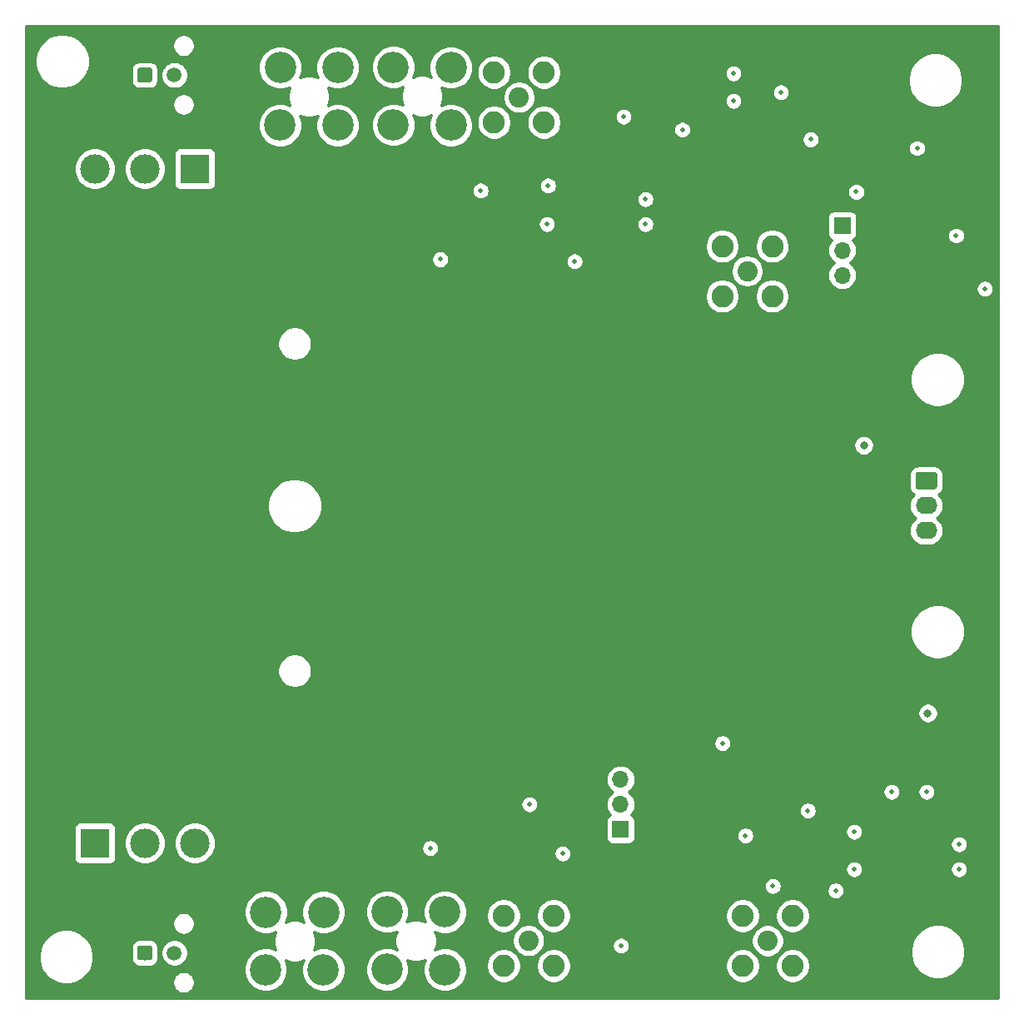
<source format=gbr>
G04 #@! TF.GenerationSoftware,KiCad,Pcbnew,(5.1.2-1)-1*
G04 #@! TF.CreationDate,2019-07-19T20:23:14+01:00*
G04 #@! TF.ProjectId,CurrentSinkModule,43757272-656e-4745-9369-6e6b4d6f6475,RevC*
G04 #@! TF.SameCoordinates,Original*
G04 #@! TF.FileFunction,Copper,L3,Inr*
G04 #@! TF.FilePolarity,Positive*
%FSLAX46Y46*%
G04 Gerber Fmt 4.6, Leading zero omitted, Abs format (unit mm)*
G04 Created by KiCad (PCBNEW (5.1.2-1)-1) date 2019-07-19 20:23:14*
%MOMM*%
%LPD*%
G04 APERTURE LIST*
%ADD10C,3.200000*%
%ADD11C,3.000000*%
%ADD12R,3.000000X3.000000*%
%ADD13O,1.700000X1.700000*%
%ADD14R,1.700000X1.700000*%
%ADD15C,2.050000*%
%ADD16C,2.250000*%
%ADD17C,1.500000*%
%ADD18C,0.100000*%
%ADD19C,1.740000*%
%ADD20O,2.200000X1.740000*%
%ADD21C,0.500000*%
%ADD22C,0.800000*%
%ADD23C,0.254000*%
G04 APERTURE END LIST*
D10*
X206654400Y-68859400D03*
X206679800Y-62992000D03*
X212521800Y-68859400D03*
X212547200Y-62992000D03*
X224053400Y-68859400D03*
X218186000Y-68834000D03*
X224053400Y-62992000D03*
X218186000Y-62966600D03*
X217551000Y-148844000D03*
X223418400Y-148869400D03*
X217551000Y-154711400D03*
X223418400Y-154736800D03*
X211099400Y-148882100D03*
X211074000Y-154749500D03*
X205232000Y-148882100D03*
X205206600Y-154749500D03*
D11*
X197993000Y-141859000D03*
X192913000Y-141859000D03*
D12*
X187833000Y-141859000D03*
D11*
X187833000Y-73279000D03*
X192913000Y-73279000D03*
D12*
X197993000Y-73279000D03*
D13*
X263829800Y-84124800D03*
X263829800Y-81584800D03*
D14*
X263829800Y-79044800D03*
D13*
X241300000Y-135382000D03*
X241300000Y-137922000D03*
D14*
X241300000Y-140462000D03*
D15*
X254177800Y-83693000D03*
D16*
X251637800Y-86233000D03*
X256717800Y-86233000D03*
X256717800Y-81153000D03*
X251637800Y-81153000D03*
X253720600Y-149250400D03*
X258800600Y-149250400D03*
X258800600Y-154330400D03*
X253720600Y-154330400D03*
D15*
X256260600Y-151790400D03*
X230974900Y-66014600D03*
D16*
X228434900Y-68554600D03*
X233514900Y-68554600D03*
X233514900Y-63474600D03*
X228434900Y-63474600D03*
X234480100Y-154317700D03*
X229400100Y-154317700D03*
X229400100Y-149237700D03*
X234480100Y-149237700D03*
D15*
X231940100Y-151777700D03*
D17*
X195913000Y-153035000D03*
D18*
G36*
X193437504Y-152286204D02*
G01*
X193461773Y-152289804D01*
X193485571Y-152295765D01*
X193508671Y-152304030D01*
X193530849Y-152314520D01*
X193551893Y-152327133D01*
X193571598Y-152341747D01*
X193589777Y-152358223D01*
X193606253Y-152376402D01*
X193620867Y-152396107D01*
X193633480Y-152417151D01*
X193643970Y-152439329D01*
X193652235Y-152462429D01*
X193658196Y-152486227D01*
X193661796Y-152510496D01*
X193663000Y-152535000D01*
X193663000Y-153535000D01*
X193661796Y-153559504D01*
X193658196Y-153583773D01*
X193652235Y-153607571D01*
X193643970Y-153630671D01*
X193633480Y-153652849D01*
X193620867Y-153673893D01*
X193606253Y-153693598D01*
X193589777Y-153711777D01*
X193571598Y-153728253D01*
X193551893Y-153742867D01*
X193530849Y-153755480D01*
X193508671Y-153765970D01*
X193485571Y-153774235D01*
X193461773Y-153780196D01*
X193437504Y-153783796D01*
X193413000Y-153785000D01*
X192413000Y-153785000D01*
X192388496Y-153783796D01*
X192364227Y-153780196D01*
X192340429Y-153774235D01*
X192317329Y-153765970D01*
X192295151Y-153755480D01*
X192274107Y-153742867D01*
X192254402Y-153728253D01*
X192236223Y-153711777D01*
X192219747Y-153693598D01*
X192205133Y-153673893D01*
X192192520Y-153652849D01*
X192182030Y-153630671D01*
X192173765Y-153607571D01*
X192167804Y-153583773D01*
X192164204Y-153559504D01*
X192163000Y-153535000D01*
X192163000Y-152535000D01*
X192164204Y-152510496D01*
X192167804Y-152486227D01*
X192173765Y-152462429D01*
X192182030Y-152439329D01*
X192192520Y-152417151D01*
X192205133Y-152396107D01*
X192219747Y-152376402D01*
X192236223Y-152358223D01*
X192254402Y-152341747D01*
X192274107Y-152327133D01*
X192295151Y-152314520D01*
X192317329Y-152304030D01*
X192340429Y-152295765D01*
X192364227Y-152289804D01*
X192388496Y-152286204D01*
X192413000Y-152285000D01*
X193413000Y-152285000D01*
X193437504Y-152286204D01*
X193437504Y-152286204D01*
G37*
D17*
X192913000Y-153035000D03*
D18*
G36*
X193437504Y-63005204D02*
G01*
X193461773Y-63008804D01*
X193485571Y-63014765D01*
X193508671Y-63023030D01*
X193530849Y-63033520D01*
X193551893Y-63046133D01*
X193571598Y-63060747D01*
X193589777Y-63077223D01*
X193606253Y-63095402D01*
X193620867Y-63115107D01*
X193633480Y-63136151D01*
X193643970Y-63158329D01*
X193652235Y-63181429D01*
X193658196Y-63205227D01*
X193661796Y-63229496D01*
X193663000Y-63254000D01*
X193663000Y-64254000D01*
X193661796Y-64278504D01*
X193658196Y-64302773D01*
X193652235Y-64326571D01*
X193643970Y-64349671D01*
X193633480Y-64371849D01*
X193620867Y-64392893D01*
X193606253Y-64412598D01*
X193589777Y-64430777D01*
X193571598Y-64447253D01*
X193551893Y-64461867D01*
X193530849Y-64474480D01*
X193508671Y-64484970D01*
X193485571Y-64493235D01*
X193461773Y-64499196D01*
X193437504Y-64502796D01*
X193413000Y-64504000D01*
X192413000Y-64504000D01*
X192388496Y-64502796D01*
X192364227Y-64499196D01*
X192340429Y-64493235D01*
X192317329Y-64484970D01*
X192295151Y-64474480D01*
X192274107Y-64461867D01*
X192254402Y-64447253D01*
X192236223Y-64430777D01*
X192219747Y-64412598D01*
X192205133Y-64392893D01*
X192192520Y-64371849D01*
X192182030Y-64349671D01*
X192173765Y-64326571D01*
X192167804Y-64302773D01*
X192164204Y-64278504D01*
X192163000Y-64254000D01*
X192163000Y-63254000D01*
X192164204Y-63229496D01*
X192167804Y-63205227D01*
X192173765Y-63181429D01*
X192182030Y-63158329D01*
X192192520Y-63136151D01*
X192205133Y-63115107D01*
X192219747Y-63095402D01*
X192236223Y-63077223D01*
X192254402Y-63060747D01*
X192274107Y-63046133D01*
X192295151Y-63033520D01*
X192317329Y-63023030D01*
X192340429Y-63014765D01*
X192364227Y-63008804D01*
X192388496Y-63005204D01*
X192413000Y-63004000D01*
X193413000Y-63004000D01*
X193437504Y-63005204D01*
X193437504Y-63005204D01*
G37*
D17*
X192913000Y-63754000D03*
X195913000Y-63754000D03*
D18*
G36*
X273264105Y-104134804D02*
G01*
X273288373Y-104138404D01*
X273312172Y-104144365D01*
X273335271Y-104152630D01*
X273357450Y-104163120D01*
X273378493Y-104175732D01*
X273398199Y-104190347D01*
X273416377Y-104206823D01*
X273432853Y-104225001D01*
X273447468Y-104244707D01*
X273460080Y-104265750D01*
X273470570Y-104287929D01*
X273478835Y-104311028D01*
X273484796Y-104334827D01*
X273488396Y-104359095D01*
X273489600Y-104383599D01*
X273489600Y-105623601D01*
X273488396Y-105648105D01*
X273484796Y-105672373D01*
X273478835Y-105696172D01*
X273470570Y-105719271D01*
X273460080Y-105741450D01*
X273447468Y-105762493D01*
X273432853Y-105782199D01*
X273416377Y-105800377D01*
X273398199Y-105816853D01*
X273378493Y-105831468D01*
X273357450Y-105844080D01*
X273335271Y-105854570D01*
X273312172Y-105862835D01*
X273288373Y-105868796D01*
X273264105Y-105872396D01*
X273239601Y-105873600D01*
X271539599Y-105873600D01*
X271515095Y-105872396D01*
X271490827Y-105868796D01*
X271467028Y-105862835D01*
X271443929Y-105854570D01*
X271421750Y-105844080D01*
X271400707Y-105831468D01*
X271381001Y-105816853D01*
X271362823Y-105800377D01*
X271346347Y-105782199D01*
X271331732Y-105762493D01*
X271319120Y-105741450D01*
X271308630Y-105719271D01*
X271300365Y-105696172D01*
X271294404Y-105672373D01*
X271290804Y-105648105D01*
X271289600Y-105623601D01*
X271289600Y-104383599D01*
X271290804Y-104359095D01*
X271294404Y-104334827D01*
X271300365Y-104311028D01*
X271308630Y-104287929D01*
X271319120Y-104265750D01*
X271331732Y-104244707D01*
X271346347Y-104225001D01*
X271362823Y-104206823D01*
X271381001Y-104190347D01*
X271400707Y-104175732D01*
X271421750Y-104163120D01*
X271443929Y-104152630D01*
X271467028Y-104144365D01*
X271490827Y-104138404D01*
X271515095Y-104134804D01*
X271539599Y-104133600D01*
X273239601Y-104133600D01*
X273264105Y-104134804D01*
X273264105Y-104134804D01*
G37*
D19*
X272389600Y-105003600D03*
D20*
X272389600Y-107543600D03*
X272389600Y-110083600D03*
D21*
X265049000Y-144526000D03*
X265049000Y-140716000D03*
X275717000Y-144526000D03*
X260350000Y-138557000D03*
X251650500Y-131699000D03*
X272415000Y-136652000D03*
X268858996Y-136652000D03*
X263169398Y-146685000D03*
X233934000Y-74993500D03*
X278345900Y-85483700D03*
X247573800Y-69316600D03*
X265264900Y-75641200D03*
X243840000Y-78930500D03*
X233807000Y-78930500D03*
X241604799Y-67983100D03*
X236639100Y-82702400D03*
X222948500Y-82499200D03*
X227075998Y-75501500D03*
X271449800Y-71196200D03*
D22*
X272542000Y-128651000D03*
D21*
X256794000Y-146240500D03*
X235394500Y-142938500D03*
X221932500Y-142366994D03*
X241325400Y-152298400D03*
X260629400Y-70307200D03*
X252780800Y-66395600D03*
X252780800Y-63601600D03*
X254000000Y-141097000D03*
X232029000Y-137922000D03*
X275717000Y-141986000D03*
X257606800Y-65506600D03*
X275424900Y-80086200D03*
X243840000Y-76390500D03*
D22*
X266039600Y-101416100D03*
D21*
X267081000Y-144526000D03*
X245237000Y-144907000D03*
X267296900Y-83896200D03*
X249478800Y-69316600D03*
X235585000Y-78930500D03*
D22*
X266039600Y-113830100D03*
D21*
X223266000Y-141732000D03*
D23*
G36*
X279706001Y-157659000D02*
G01*
X180796000Y-157659000D01*
X180796000Y-153141701D01*
X182127000Y-153141701D01*
X182127000Y-153690299D01*
X182234026Y-154228354D01*
X182443965Y-154735192D01*
X182748750Y-155191334D01*
X183136666Y-155579250D01*
X183592808Y-155884035D01*
X184099646Y-156093974D01*
X184637701Y-156201000D01*
X185186299Y-156201000D01*
X185724354Y-156093974D01*
X186136610Y-155923212D01*
X195718000Y-155923212D01*
X195718000Y-156146788D01*
X195761617Y-156366067D01*
X195847176Y-156572624D01*
X195971388Y-156758520D01*
X196129480Y-156916612D01*
X196315376Y-157040824D01*
X196521933Y-157126383D01*
X196741212Y-157170000D01*
X196964788Y-157170000D01*
X197184067Y-157126383D01*
X197390624Y-157040824D01*
X197576520Y-156916612D01*
X197734612Y-156758520D01*
X197858824Y-156572624D01*
X197944383Y-156366067D01*
X197988000Y-156146788D01*
X197988000Y-155923212D01*
X197944383Y-155703933D01*
X197858824Y-155497376D01*
X197734612Y-155311480D01*
X197576520Y-155153388D01*
X197390624Y-155029176D01*
X197184067Y-154943617D01*
X196964788Y-154900000D01*
X196741212Y-154900000D01*
X196521933Y-154943617D01*
X196315376Y-155029176D01*
X196129480Y-155153388D01*
X195971388Y-155311480D01*
X195847176Y-155497376D01*
X195761617Y-155703933D01*
X195718000Y-155923212D01*
X186136610Y-155923212D01*
X186231192Y-155884035D01*
X186687334Y-155579250D01*
X187075250Y-155191334D01*
X187380035Y-154735192D01*
X187465288Y-154529372D01*
X202971600Y-154529372D01*
X202971600Y-154969628D01*
X203057490Y-155401425D01*
X203225969Y-155808169D01*
X203470562Y-156174229D01*
X203781871Y-156485538D01*
X204147931Y-156730131D01*
X204554675Y-156898610D01*
X204986472Y-156984500D01*
X205426728Y-156984500D01*
X205858525Y-156898610D01*
X206265269Y-156730131D01*
X206631329Y-156485538D01*
X206942638Y-156174229D01*
X207187231Y-155808169D01*
X207355710Y-155401425D01*
X207441600Y-154969628D01*
X207441600Y-154529372D01*
X207355710Y-154097575D01*
X207211502Y-153749426D01*
X207530244Y-153881453D01*
X207942721Y-153963500D01*
X208363279Y-153963500D01*
X208775756Y-153881453D01*
X209063838Y-153762126D01*
X208924890Y-154097575D01*
X208839000Y-154529372D01*
X208839000Y-154969628D01*
X208924890Y-155401425D01*
X209093369Y-155808169D01*
X209337962Y-156174229D01*
X209649271Y-156485538D01*
X210015331Y-156730131D01*
X210422075Y-156898610D01*
X210853872Y-156984500D01*
X211294128Y-156984500D01*
X211725925Y-156898610D01*
X212132669Y-156730131D01*
X212498729Y-156485538D01*
X212810038Y-156174229D01*
X213054631Y-155808169D01*
X213223110Y-155401425D01*
X213309000Y-154969628D01*
X213309000Y-154529372D01*
X213223110Y-154097575D01*
X213054631Y-153690831D01*
X212810038Y-153324771D01*
X212498729Y-153013462D01*
X212132669Y-152768869D01*
X211725925Y-152600390D01*
X211294128Y-152514500D01*
X210853872Y-152514500D01*
X210422075Y-152600390D01*
X210086626Y-152739338D01*
X210205953Y-152451256D01*
X210288000Y-152038779D01*
X210288000Y-151618221D01*
X210205953Y-151205744D01*
X210068665Y-150874302D01*
X210447475Y-151031210D01*
X210879272Y-151117100D01*
X211319528Y-151117100D01*
X211751325Y-151031210D01*
X212158069Y-150862731D01*
X212524129Y-150618138D01*
X212835438Y-150306829D01*
X213080031Y-149940769D01*
X213248510Y-149534025D01*
X213334400Y-149102228D01*
X213334400Y-148661972D01*
X213326822Y-148623872D01*
X215316000Y-148623872D01*
X215316000Y-149064128D01*
X215401890Y-149495925D01*
X215570369Y-149902669D01*
X215814962Y-150268729D01*
X216126271Y-150580038D01*
X216492331Y-150824631D01*
X216899075Y-150993110D01*
X217330872Y-151079000D01*
X217771128Y-151079000D01*
X218202925Y-150993110D01*
X218551074Y-150848902D01*
X218419047Y-151167644D01*
X218337000Y-151580121D01*
X218337000Y-152000679D01*
X218419047Y-152413156D01*
X218538374Y-152701238D01*
X218202925Y-152562290D01*
X217771128Y-152476400D01*
X217330872Y-152476400D01*
X216899075Y-152562290D01*
X216492331Y-152730769D01*
X216126271Y-152975362D01*
X215814962Y-153286671D01*
X215570369Y-153652731D01*
X215401890Y-154059475D01*
X215316000Y-154491272D01*
X215316000Y-154931528D01*
X215401890Y-155363325D01*
X215570369Y-155770069D01*
X215814962Y-156136129D01*
X216126271Y-156447438D01*
X216492331Y-156692031D01*
X216899075Y-156860510D01*
X217330872Y-156946400D01*
X217771128Y-156946400D01*
X218202925Y-156860510D01*
X218609669Y-156692031D01*
X218975729Y-156447438D01*
X219287038Y-156136129D01*
X219531631Y-155770069D01*
X219700110Y-155363325D01*
X219786000Y-154931528D01*
X219786000Y-154491272D01*
X219700110Y-154059475D01*
X219561162Y-153724026D01*
X219849244Y-153843353D01*
X220261721Y-153925400D01*
X220682279Y-153925400D01*
X221094756Y-153843353D01*
X221426198Y-153706065D01*
X221269290Y-154084875D01*
X221183400Y-154516672D01*
X221183400Y-154956928D01*
X221269290Y-155388725D01*
X221437769Y-155795469D01*
X221682362Y-156161529D01*
X221993671Y-156472838D01*
X222359731Y-156717431D01*
X222766475Y-156885910D01*
X223198272Y-156971800D01*
X223638528Y-156971800D01*
X224070325Y-156885910D01*
X224477069Y-156717431D01*
X224843129Y-156472838D01*
X225154438Y-156161529D01*
X225399031Y-155795469D01*
X225567510Y-155388725D01*
X225653400Y-154956928D01*
X225653400Y-154516672D01*
X225579342Y-154144355D01*
X227640100Y-154144355D01*
X227640100Y-154491045D01*
X227707736Y-154831073D01*
X227840408Y-155151373D01*
X228033019Y-155439635D01*
X228278165Y-155684781D01*
X228566427Y-155877392D01*
X228886727Y-156010064D01*
X229226755Y-156077700D01*
X229573445Y-156077700D01*
X229913473Y-156010064D01*
X230233773Y-155877392D01*
X230522035Y-155684781D01*
X230767181Y-155439635D01*
X230959792Y-155151373D01*
X231092464Y-154831073D01*
X231160100Y-154491045D01*
X231160100Y-154144355D01*
X232720100Y-154144355D01*
X232720100Y-154491045D01*
X232787736Y-154831073D01*
X232920408Y-155151373D01*
X233113019Y-155439635D01*
X233358165Y-155684781D01*
X233646427Y-155877392D01*
X233966727Y-156010064D01*
X234306755Y-156077700D01*
X234653445Y-156077700D01*
X234993473Y-156010064D01*
X235313773Y-155877392D01*
X235602035Y-155684781D01*
X235847181Y-155439635D01*
X236039792Y-155151373D01*
X236172464Y-154831073D01*
X236240100Y-154491045D01*
X236240100Y-154157055D01*
X251960600Y-154157055D01*
X251960600Y-154503745D01*
X252028236Y-154843773D01*
X252160908Y-155164073D01*
X252353519Y-155452335D01*
X252598665Y-155697481D01*
X252886927Y-155890092D01*
X253207227Y-156022764D01*
X253547255Y-156090400D01*
X253893945Y-156090400D01*
X254233973Y-156022764D01*
X254554273Y-155890092D01*
X254842535Y-155697481D01*
X255087681Y-155452335D01*
X255280292Y-155164073D01*
X255412964Y-154843773D01*
X255480600Y-154503745D01*
X255480600Y-154157055D01*
X257040600Y-154157055D01*
X257040600Y-154503745D01*
X257108236Y-154843773D01*
X257240908Y-155164073D01*
X257433519Y-155452335D01*
X257678665Y-155697481D01*
X257966927Y-155890092D01*
X258287227Y-156022764D01*
X258627255Y-156090400D01*
X258973945Y-156090400D01*
X259313973Y-156022764D01*
X259634273Y-155890092D01*
X259922535Y-155697481D01*
X260167681Y-155452335D01*
X260360292Y-155164073D01*
X260492964Y-154843773D01*
X260560600Y-154503745D01*
X260560600Y-154157055D01*
X260492964Y-153817027D01*
X260360292Y-153496727D01*
X260167681Y-153208465D01*
X259922535Y-152963319D01*
X259634273Y-152770708D01*
X259313973Y-152638036D01*
X259292180Y-152633701D01*
X270773000Y-152633701D01*
X270773000Y-153182299D01*
X270880026Y-153720354D01*
X271089965Y-154227192D01*
X271394750Y-154683334D01*
X271782666Y-155071250D01*
X272238808Y-155376035D01*
X272745646Y-155585974D01*
X273283701Y-155693000D01*
X273832299Y-155693000D01*
X274370354Y-155585974D01*
X274877192Y-155376035D01*
X275333334Y-155071250D01*
X275721250Y-154683334D01*
X276026035Y-154227192D01*
X276235974Y-153720354D01*
X276343000Y-153182299D01*
X276343000Y-152633701D01*
X276235974Y-152095646D01*
X276026035Y-151588808D01*
X275721250Y-151132666D01*
X275333334Y-150744750D01*
X274877192Y-150439965D01*
X274370354Y-150230026D01*
X273832299Y-150123000D01*
X273283701Y-150123000D01*
X272745646Y-150230026D01*
X272238808Y-150439965D01*
X271782666Y-150744750D01*
X271394750Y-151132666D01*
X271089965Y-151588808D01*
X270880026Y-152095646D01*
X270773000Y-152633701D01*
X259292180Y-152633701D01*
X258973945Y-152570400D01*
X258627255Y-152570400D01*
X258287227Y-152638036D01*
X257966927Y-152770708D01*
X257678665Y-152963319D01*
X257433519Y-153208465D01*
X257240908Y-153496727D01*
X257108236Y-153817027D01*
X257040600Y-154157055D01*
X255480600Y-154157055D01*
X255412964Y-153817027D01*
X255280292Y-153496727D01*
X255087681Y-153208465D01*
X254842535Y-152963319D01*
X254554273Y-152770708D01*
X254233973Y-152638036D01*
X253893945Y-152570400D01*
X253547255Y-152570400D01*
X253207227Y-152638036D01*
X252886927Y-152770708D01*
X252598665Y-152963319D01*
X252353519Y-153208465D01*
X252160908Y-153496727D01*
X252028236Y-153817027D01*
X251960600Y-154157055D01*
X236240100Y-154157055D01*
X236240100Y-154144355D01*
X236172464Y-153804327D01*
X236039792Y-153484027D01*
X235847181Y-153195765D01*
X235602035Y-152950619D01*
X235313773Y-152758008D01*
X234993473Y-152625336D01*
X234653445Y-152557700D01*
X234306755Y-152557700D01*
X233966727Y-152625336D01*
X233646427Y-152758008D01*
X233358165Y-152950619D01*
X233113019Y-153195765D01*
X232920408Y-153484027D01*
X232787736Y-153804327D01*
X232720100Y-154144355D01*
X231160100Y-154144355D01*
X231092464Y-153804327D01*
X230959792Y-153484027D01*
X230767181Y-153195765D01*
X230522035Y-152950619D01*
X230233773Y-152758008D01*
X229913473Y-152625336D01*
X229573445Y-152557700D01*
X229226755Y-152557700D01*
X228886727Y-152625336D01*
X228566427Y-152758008D01*
X228278165Y-152950619D01*
X228033019Y-153195765D01*
X227840408Y-153484027D01*
X227707736Y-153804327D01*
X227640100Y-154144355D01*
X225579342Y-154144355D01*
X225567510Y-154084875D01*
X225399031Y-153678131D01*
X225154438Y-153312071D01*
X224843129Y-153000762D01*
X224477069Y-152756169D01*
X224070325Y-152587690D01*
X223638528Y-152501800D01*
X223198272Y-152501800D01*
X222766475Y-152587690D01*
X222387665Y-152744598D01*
X222524953Y-152413156D01*
X222607000Y-152000679D01*
X222607000Y-151614204D01*
X230280100Y-151614204D01*
X230280100Y-151941196D01*
X230343893Y-152261904D01*
X230469027Y-152564005D01*
X230650694Y-152835888D01*
X230881912Y-153067106D01*
X231153795Y-153248773D01*
X231455896Y-153373907D01*
X231776604Y-153437700D01*
X232103596Y-153437700D01*
X232424304Y-153373907D01*
X232726405Y-153248773D01*
X232998288Y-153067106D01*
X233229506Y-152835888D01*
X233411173Y-152564005D01*
X233536307Y-152261904D01*
X233546385Y-152211235D01*
X240440400Y-152211235D01*
X240440400Y-152385565D01*
X240474410Y-152556545D01*
X240541123Y-152717605D01*
X240637976Y-152862555D01*
X240761245Y-152985824D01*
X240906195Y-153082677D01*
X241067255Y-153149390D01*
X241238235Y-153183400D01*
X241412565Y-153183400D01*
X241583545Y-153149390D01*
X241744605Y-153082677D01*
X241889555Y-152985824D01*
X242012824Y-152862555D01*
X242109677Y-152717605D01*
X242176390Y-152556545D01*
X242210400Y-152385565D01*
X242210400Y-152211235D01*
X242176390Y-152040255D01*
X242109677Y-151879195D01*
X242012824Y-151734245D01*
X241905483Y-151626904D01*
X254600600Y-151626904D01*
X254600600Y-151953896D01*
X254664393Y-152274604D01*
X254789527Y-152576705D01*
X254971194Y-152848588D01*
X255202412Y-153079806D01*
X255474295Y-153261473D01*
X255776396Y-153386607D01*
X256097104Y-153450400D01*
X256424096Y-153450400D01*
X256744804Y-153386607D01*
X257046905Y-153261473D01*
X257318788Y-153079806D01*
X257550006Y-152848588D01*
X257731673Y-152576705D01*
X257856807Y-152274604D01*
X257920600Y-151953896D01*
X257920600Y-151626904D01*
X257856807Y-151306196D01*
X257731673Y-151004095D01*
X257550006Y-150732212D01*
X257318788Y-150500994D01*
X257046905Y-150319327D01*
X256744804Y-150194193D01*
X256424096Y-150130400D01*
X256097104Y-150130400D01*
X255776396Y-150194193D01*
X255474295Y-150319327D01*
X255202412Y-150500994D01*
X254971194Y-150732212D01*
X254789527Y-151004095D01*
X254664393Y-151306196D01*
X254600600Y-151626904D01*
X241905483Y-151626904D01*
X241889555Y-151610976D01*
X241744605Y-151514123D01*
X241583545Y-151447410D01*
X241412565Y-151413400D01*
X241238235Y-151413400D01*
X241067255Y-151447410D01*
X240906195Y-151514123D01*
X240761245Y-151610976D01*
X240637976Y-151734245D01*
X240541123Y-151879195D01*
X240474410Y-152040255D01*
X240440400Y-152211235D01*
X233546385Y-152211235D01*
X233600100Y-151941196D01*
X233600100Y-151614204D01*
X233536307Y-151293496D01*
X233411173Y-150991395D01*
X233229506Y-150719512D01*
X232998288Y-150488294D01*
X232726405Y-150306627D01*
X232424304Y-150181493D01*
X232103596Y-150117700D01*
X231776604Y-150117700D01*
X231455896Y-150181493D01*
X231153795Y-150306627D01*
X230881912Y-150488294D01*
X230650694Y-150719512D01*
X230469027Y-150991395D01*
X230343893Y-151293496D01*
X230280100Y-151614204D01*
X222607000Y-151614204D01*
X222607000Y-151580121D01*
X222524953Y-151167644D01*
X222400365Y-150866862D01*
X222766475Y-151018510D01*
X223198272Y-151104400D01*
X223638528Y-151104400D01*
X224070325Y-151018510D01*
X224477069Y-150850031D01*
X224843129Y-150605438D01*
X225154438Y-150294129D01*
X225399031Y-149928069D01*
X225567510Y-149521325D01*
X225653400Y-149089528D01*
X225653400Y-149064355D01*
X227640100Y-149064355D01*
X227640100Y-149411045D01*
X227707736Y-149751073D01*
X227840408Y-150071373D01*
X228033019Y-150359635D01*
X228278165Y-150604781D01*
X228566427Y-150797392D01*
X228886727Y-150930064D01*
X229226755Y-150997700D01*
X229573445Y-150997700D01*
X229913473Y-150930064D01*
X230233773Y-150797392D01*
X230522035Y-150604781D01*
X230767181Y-150359635D01*
X230959792Y-150071373D01*
X231092464Y-149751073D01*
X231160100Y-149411045D01*
X231160100Y-149064355D01*
X232720100Y-149064355D01*
X232720100Y-149411045D01*
X232787736Y-149751073D01*
X232920408Y-150071373D01*
X233113019Y-150359635D01*
X233358165Y-150604781D01*
X233646427Y-150797392D01*
X233966727Y-150930064D01*
X234306755Y-150997700D01*
X234653445Y-150997700D01*
X234993473Y-150930064D01*
X235313773Y-150797392D01*
X235602035Y-150604781D01*
X235847181Y-150359635D01*
X236039792Y-150071373D01*
X236172464Y-149751073D01*
X236240100Y-149411045D01*
X236240100Y-149077055D01*
X251960600Y-149077055D01*
X251960600Y-149423745D01*
X252028236Y-149763773D01*
X252160908Y-150084073D01*
X252353519Y-150372335D01*
X252598665Y-150617481D01*
X252886927Y-150810092D01*
X253207227Y-150942764D01*
X253547255Y-151010400D01*
X253893945Y-151010400D01*
X254233973Y-150942764D01*
X254554273Y-150810092D01*
X254842535Y-150617481D01*
X255087681Y-150372335D01*
X255280292Y-150084073D01*
X255412964Y-149763773D01*
X255480600Y-149423745D01*
X255480600Y-149077055D01*
X257040600Y-149077055D01*
X257040600Y-149423745D01*
X257108236Y-149763773D01*
X257240908Y-150084073D01*
X257433519Y-150372335D01*
X257678665Y-150617481D01*
X257966927Y-150810092D01*
X258287227Y-150942764D01*
X258627255Y-151010400D01*
X258973945Y-151010400D01*
X259313973Y-150942764D01*
X259634273Y-150810092D01*
X259922535Y-150617481D01*
X260167681Y-150372335D01*
X260360292Y-150084073D01*
X260492964Y-149763773D01*
X260560600Y-149423745D01*
X260560600Y-149077055D01*
X260492964Y-148737027D01*
X260360292Y-148416727D01*
X260167681Y-148128465D01*
X259922535Y-147883319D01*
X259634273Y-147690708D01*
X259313973Y-147558036D01*
X258973945Y-147490400D01*
X258627255Y-147490400D01*
X258287227Y-147558036D01*
X257966927Y-147690708D01*
X257678665Y-147883319D01*
X257433519Y-148128465D01*
X257240908Y-148416727D01*
X257108236Y-148737027D01*
X257040600Y-149077055D01*
X255480600Y-149077055D01*
X255412964Y-148737027D01*
X255280292Y-148416727D01*
X255087681Y-148128465D01*
X254842535Y-147883319D01*
X254554273Y-147690708D01*
X254233973Y-147558036D01*
X253893945Y-147490400D01*
X253547255Y-147490400D01*
X253207227Y-147558036D01*
X252886927Y-147690708D01*
X252598665Y-147883319D01*
X252353519Y-148128465D01*
X252160908Y-148416727D01*
X252028236Y-148737027D01*
X251960600Y-149077055D01*
X236240100Y-149077055D01*
X236240100Y-149064355D01*
X236172464Y-148724327D01*
X236039792Y-148404027D01*
X235847181Y-148115765D01*
X235602035Y-147870619D01*
X235313773Y-147678008D01*
X234993473Y-147545336D01*
X234653445Y-147477700D01*
X234306755Y-147477700D01*
X233966727Y-147545336D01*
X233646427Y-147678008D01*
X233358165Y-147870619D01*
X233113019Y-148115765D01*
X232920408Y-148404027D01*
X232787736Y-148724327D01*
X232720100Y-149064355D01*
X231160100Y-149064355D01*
X231092464Y-148724327D01*
X230959792Y-148404027D01*
X230767181Y-148115765D01*
X230522035Y-147870619D01*
X230233773Y-147678008D01*
X229913473Y-147545336D01*
X229573445Y-147477700D01*
X229226755Y-147477700D01*
X228886727Y-147545336D01*
X228566427Y-147678008D01*
X228278165Y-147870619D01*
X228033019Y-148115765D01*
X227840408Y-148404027D01*
X227707736Y-148724327D01*
X227640100Y-149064355D01*
X225653400Y-149064355D01*
X225653400Y-148649272D01*
X225567510Y-148217475D01*
X225399031Y-147810731D01*
X225154438Y-147444671D01*
X224843129Y-147133362D01*
X224477069Y-146888769D01*
X224070325Y-146720290D01*
X223638528Y-146634400D01*
X223198272Y-146634400D01*
X222766475Y-146720290D01*
X222359731Y-146888769D01*
X221993671Y-147133362D01*
X221682362Y-147444671D01*
X221437769Y-147810731D01*
X221269290Y-148217475D01*
X221183400Y-148649272D01*
X221183400Y-149089528D01*
X221269290Y-149521325D01*
X221413498Y-149869474D01*
X221094756Y-149737447D01*
X220682279Y-149655400D01*
X220261721Y-149655400D01*
X219849244Y-149737447D01*
X219548462Y-149862035D01*
X219700110Y-149495925D01*
X219786000Y-149064128D01*
X219786000Y-148623872D01*
X219700110Y-148192075D01*
X219531631Y-147785331D01*
X219287038Y-147419271D01*
X218975729Y-147107962D01*
X218609669Y-146863369D01*
X218202925Y-146694890D01*
X217771128Y-146609000D01*
X217330872Y-146609000D01*
X216899075Y-146694890D01*
X216492331Y-146863369D01*
X216126271Y-147107962D01*
X215814962Y-147419271D01*
X215570369Y-147785331D01*
X215401890Y-148192075D01*
X215316000Y-148623872D01*
X213326822Y-148623872D01*
X213248510Y-148230175D01*
X213080031Y-147823431D01*
X212835438Y-147457371D01*
X212524129Y-147146062D01*
X212158069Y-146901469D01*
X211751325Y-146732990D01*
X211319528Y-146647100D01*
X210879272Y-146647100D01*
X210447475Y-146732990D01*
X210040731Y-146901469D01*
X209674671Y-147146062D01*
X209363362Y-147457371D01*
X209118769Y-147823431D01*
X208950290Y-148230175D01*
X208864400Y-148661972D01*
X208864400Y-149102228D01*
X208950290Y-149534025D01*
X209107198Y-149912835D01*
X208775756Y-149775547D01*
X208363279Y-149693500D01*
X207942721Y-149693500D01*
X207530244Y-149775547D01*
X207229462Y-149900135D01*
X207381110Y-149534025D01*
X207467000Y-149102228D01*
X207467000Y-148661972D01*
X207381110Y-148230175D01*
X207212631Y-147823431D01*
X206968038Y-147457371D01*
X206656729Y-147146062D01*
X206290669Y-146901469D01*
X205883925Y-146732990D01*
X205452128Y-146647100D01*
X205011872Y-146647100D01*
X204580075Y-146732990D01*
X204173331Y-146901469D01*
X203807271Y-147146062D01*
X203495962Y-147457371D01*
X203251369Y-147823431D01*
X203082890Y-148230175D01*
X202997000Y-148661972D01*
X202997000Y-149102228D01*
X203082890Y-149534025D01*
X203251369Y-149940769D01*
X203495962Y-150306829D01*
X203807271Y-150618138D01*
X204173331Y-150862731D01*
X204580075Y-151031210D01*
X205011872Y-151117100D01*
X205452128Y-151117100D01*
X205883925Y-151031210D01*
X206232074Y-150887002D01*
X206100047Y-151205744D01*
X206018000Y-151618221D01*
X206018000Y-152038779D01*
X206100047Y-152451256D01*
X206224635Y-152752038D01*
X205858525Y-152600390D01*
X205426728Y-152514500D01*
X204986472Y-152514500D01*
X204554675Y-152600390D01*
X204147931Y-152768869D01*
X203781871Y-153013462D01*
X203470562Y-153324771D01*
X203225969Y-153690831D01*
X203057490Y-154097575D01*
X202971600Y-154529372D01*
X187465288Y-154529372D01*
X187589974Y-154228354D01*
X187697000Y-153690299D01*
X187697000Y-153141701D01*
X187589974Y-152603646D01*
X187561540Y-152535000D01*
X191524928Y-152535000D01*
X191524928Y-153535000D01*
X191541992Y-153708254D01*
X191592528Y-153874850D01*
X191674595Y-154028386D01*
X191785038Y-154162962D01*
X191919614Y-154273405D01*
X192073150Y-154355472D01*
X192239746Y-154406008D01*
X192413000Y-154423072D01*
X193413000Y-154423072D01*
X193586254Y-154406008D01*
X193752850Y-154355472D01*
X193906386Y-154273405D01*
X194040962Y-154162962D01*
X194151405Y-154028386D01*
X194233472Y-153874850D01*
X194284008Y-153708254D01*
X194301072Y-153535000D01*
X194301072Y-152898589D01*
X194528000Y-152898589D01*
X194528000Y-153171411D01*
X194581225Y-153438989D01*
X194685629Y-153691043D01*
X194837201Y-153917886D01*
X195030114Y-154110799D01*
X195256957Y-154262371D01*
X195509011Y-154366775D01*
X195776589Y-154420000D01*
X196049411Y-154420000D01*
X196316989Y-154366775D01*
X196569043Y-154262371D01*
X196795886Y-154110799D01*
X196988799Y-153917886D01*
X197140371Y-153691043D01*
X197244775Y-153438989D01*
X197298000Y-153171411D01*
X197298000Y-152898589D01*
X197244775Y-152631011D01*
X197140371Y-152378957D01*
X196988799Y-152152114D01*
X196795886Y-151959201D01*
X196569043Y-151807629D01*
X196316989Y-151703225D01*
X196049411Y-151650000D01*
X195776589Y-151650000D01*
X195509011Y-151703225D01*
X195256957Y-151807629D01*
X195030114Y-151959201D01*
X194837201Y-152152114D01*
X194685629Y-152378957D01*
X194581225Y-152631011D01*
X194528000Y-152898589D01*
X194301072Y-152898589D01*
X194301072Y-152535000D01*
X194284008Y-152361746D01*
X194233472Y-152195150D01*
X194151405Y-152041614D01*
X194040962Y-151907038D01*
X193906386Y-151796595D01*
X193752850Y-151714528D01*
X193586254Y-151663992D01*
X193413000Y-151646928D01*
X192413000Y-151646928D01*
X192239746Y-151663992D01*
X192073150Y-151714528D01*
X191919614Y-151796595D01*
X191785038Y-151907038D01*
X191674595Y-152041614D01*
X191592528Y-152195150D01*
X191541992Y-152361746D01*
X191524928Y-152535000D01*
X187561540Y-152535000D01*
X187380035Y-152096808D01*
X187075250Y-151640666D01*
X186687334Y-151252750D01*
X186231192Y-150947965D01*
X185724354Y-150738026D01*
X185186299Y-150631000D01*
X184637701Y-150631000D01*
X184099646Y-150738026D01*
X183592808Y-150947965D01*
X183136666Y-151252750D01*
X182748750Y-151640666D01*
X182443965Y-152096808D01*
X182234026Y-152603646D01*
X182127000Y-153141701D01*
X180796000Y-153141701D01*
X180796000Y-149923212D01*
X195718000Y-149923212D01*
X195718000Y-150146788D01*
X195761617Y-150366067D01*
X195847176Y-150572624D01*
X195971388Y-150758520D01*
X196129480Y-150916612D01*
X196315376Y-151040824D01*
X196521933Y-151126383D01*
X196741212Y-151170000D01*
X196964788Y-151170000D01*
X197184067Y-151126383D01*
X197390624Y-151040824D01*
X197576520Y-150916612D01*
X197734612Y-150758520D01*
X197858824Y-150572624D01*
X197944383Y-150366067D01*
X197988000Y-150146788D01*
X197988000Y-149923212D01*
X197944383Y-149703933D01*
X197858824Y-149497376D01*
X197734612Y-149311480D01*
X197576520Y-149153388D01*
X197390624Y-149029176D01*
X197184067Y-148943617D01*
X196964788Y-148900000D01*
X196741212Y-148900000D01*
X196521933Y-148943617D01*
X196315376Y-149029176D01*
X196129480Y-149153388D01*
X195971388Y-149311480D01*
X195847176Y-149497376D01*
X195761617Y-149703933D01*
X195718000Y-149923212D01*
X180796000Y-149923212D01*
X180796000Y-146153335D01*
X255909000Y-146153335D01*
X255909000Y-146327665D01*
X255943010Y-146498645D01*
X256009723Y-146659705D01*
X256106576Y-146804655D01*
X256229845Y-146927924D01*
X256374795Y-147024777D01*
X256535855Y-147091490D01*
X256706835Y-147125500D01*
X256881165Y-147125500D01*
X257052145Y-147091490D01*
X257213205Y-147024777D01*
X257358155Y-146927924D01*
X257481424Y-146804655D01*
X257578277Y-146659705D01*
X257603904Y-146597835D01*
X262284398Y-146597835D01*
X262284398Y-146772165D01*
X262318408Y-146943145D01*
X262385121Y-147104205D01*
X262481974Y-147249155D01*
X262605243Y-147372424D01*
X262750193Y-147469277D01*
X262911253Y-147535990D01*
X263082233Y-147570000D01*
X263256563Y-147570000D01*
X263427543Y-147535990D01*
X263588603Y-147469277D01*
X263733553Y-147372424D01*
X263856822Y-147249155D01*
X263953675Y-147104205D01*
X264020388Y-146943145D01*
X264054398Y-146772165D01*
X264054398Y-146597835D01*
X264020388Y-146426855D01*
X263953675Y-146265795D01*
X263856822Y-146120845D01*
X263733553Y-145997576D01*
X263588603Y-145900723D01*
X263427543Y-145834010D01*
X263256563Y-145800000D01*
X263082233Y-145800000D01*
X262911253Y-145834010D01*
X262750193Y-145900723D01*
X262605243Y-145997576D01*
X262481974Y-146120845D01*
X262385121Y-146265795D01*
X262318408Y-146426855D01*
X262284398Y-146597835D01*
X257603904Y-146597835D01*
X257644990Y-146498645D01*
X257679000Y-146327665D01*
X257679000Y-146153335D01*
X257644990Y-145982355D01*
X257578277Y-145821295D01*
X257481424Y-145676345D01*
X257358155Y-145553076D01*
X257213205Y-145456223D01*
X257052145Y-145389510D01*
X256881165Y-145355500D01*
X256706835Y-145355500D01*
X256535855Y-145389510D01*
X256374795Y-145456223D01*
X256229845Y-145553076D01*
X256106576Y-145676345D01*
X256009723Y-145821295D01*
X255943010Y-145982355D01*
X255909000Y-146153335D01*
X180796000Y-146153335D01*
X180796000Y-144438835D01*
X264164000Y-144438835D01*
X264164000Y-144613165D01*
X264198010Y-144784145D01*
X264264723Y-144945205D01*
X264361576Y-145090155D01*
X264484845Y-145213424D01*
X264629795Y-145310277D01*
X264790855Y-145376990D01*
X264961835Y-145411000D01*
X265136165Y-145411000D01*
X265307145Y-145376990D01*
X265468205Y-145310277D01*
X265613155Y-145213424D01*
X265736424Y-145090155D01*
X265833277Y-144945205D01*
X265899990Y-144784145D01*
X265934000Y-144613165D01*
X265934000Y-144438835D01*
X274832000Y-144438835D01*
X274832000Y-144613165D01*
X274866010Y-144784145D01*
X274932723Y-144945205D01*
X275029576Y-145090155D01*
X275152845Y-145213424D01*
X275297795Y-145310277D01*
X275458855Y-145376990D01*
X275629835Y-145411000D01*
X275804165Y-145411000D01*
X275975145Y-145376990D01*
X276136205Y-145310277D01*
X276281155Y-145213424D01*
X276404424Y-145090155D01*
X276501277Y-144945205D01*
X276567990Y-144784145D01*
X276602000Y-144613165D01*
X276602000Y-144438835D01*
X276567990Y-144267855D01*
X276501277Y-144106795D01*
X276404424Y-143961845D01*
X276281155Y-143838576D01*
X276136205Y-143741723D01*
X275975145Y-143675010D01*
X275804165Y-143641000D01*
X275629835Y-143641000D01*
X275458855Y-143675010D01*
X275297795Y-143741723D01*
X275152845Y-143838576D01*
X275029576Y-143961845D01*
X274932723Y-144106795D01*
X274866010Y-144267855D01*
X274832000Y-144438835D01*
X265934000Y-144438835D01*
X265899990Y-144267855D01*
X265833277Y-144106795D01*
X265736424Y-143961845D01*
X265613155Y-143838576D01*
X265468205Y-143741723D01*
X265307145Y-143675010D01*
X265136165Y-143641000D01*
X264961835Y-143641000D01*
X264790855Y-143675010D01*
X264629795Y-143741723D01*
X264484845Y-143838576D01*
X264361576Y-143961845D01*
X264264723Y-144106795D01*
X264198010Y-144267855D01*
X264164000Y-144438835D01*
X180796000Y-144438835D01*
X180796000Y-140359000D01*
X185694928Y-140359000D01*
X185694928Y-143359000D01*
X185707188Y-143483482D01*
X185743498Y-143603180D01*
X185802463Y-143713494D01*
X185881815Y-143810185D01*
X185978506Y-143889537D01*
X186088820Y-143948502D01*
X186208518Y-143984812D01*
X186333000Y-143997072D01*
X189333000Y-143997072D01*
X189457482Y-143984812D01*
X189577180Y-143948502D01*
X189687494Y-143889537D01*
X189784185Y-143810185D01*
X189863537Y-143713494D01*
X189922502Y-143603180D01*
X189958812Y-143483482D01*
X189971072Y-143359000D01*
X189971072Y-141648721D01*
X190778000Y-141648721D01*
X190778000Y-142069279D01*
X190860047Y-142481756D01*
X191020988Y-142870302D01*
X191254637Y-143219983D01*
X191552017Y-143517363D01*
X191901698Y-143751012D01*
X192290244Y-143911953D01*
X192702721Y-143994000D01*
X193123279Y-143994000D01*
X193535756Y-143911953D01*
X193924302Y-143751012D01*
X194273983Y-143517363D01*
X194571363Y-143219983D01*
X194805012Y-142870302D01*
X194965953Y-142481756D01*
X195048000Y-142069279D01*
X195048000Y-141648721D01*
X195858000Y-141648721D01*
X195858000Y-142069279D01*
X195940047Y-142481756D01*
X196100988Y-142870302D01*
X196334637Y-143219983D01*
X196632017Y-143517363D01*
X196981698Y-143751012D01*
X197370244Y-143911953D01*
X197782721Y-143994000D01*
X198203279Y-143994000D01*
X198615756Y-143911953D01*
X199004302Y-143751012D01*
X199353983Y-143517363D01*
X199651363Y-143219983D01*
X199885012Y-142870302D01*
X200045953Y-142481756D01*
X200086118Y-142279829D01*
X221047500Y-142279829D01*
X221047500Y-142454159D01*
X221081510Y-142625139D01*
X221148223Y-142786199D01*
X221245076Y-142931149D01*
X221368345Y-143054418D01*
X221513295Y-143151271D01*
X221674355Y-143217984D01*
X221845335Y-143251994D01*
X222019665Y-143251994D01*
X222190645Y-143217984D01*
X222351705Y-143151271D01*
X222496655Y-143054418D01*
X222619924Y-142931149D01*
X222673254Y-142851335D01*
X234509500Y-142851335D01*
X234509500Y-143025665D01*
X234543510Y-143196645D01*
X234610223Y-143357705D01*
X234707076Y-143502655D01*
X234830345Y-143625924D01*
X234975295Y-143722777D01*
X235136355Y-143789490D01*
X235307335Y-143823500D01*
X235481665Y-143823500D01*
X235652645Y-143789490D01*
X235813705Y-143722777D01*
X235958655Y-143625924D01*
X236081924Y-143502655D01*
X236178777Y-143357705D01*
X236245490Y-143196645D01*
X236279500Y-143025665D01*
X236279500Y-142851335D01*
X236245490Y-142680355D01*
X236178777Y-142519295D01*
X236081924Y-142374345D01*
X235958655Y-142251076D01*
X235813705Y-142154223D01*
X235652645Y-142087510D01*
X235481665Y-142053500D01*
X235307335Y-142053500D01*
X235136355Y-142087510D01*
X234975295Y-142154223D01*
X234830345Y-142251076D01*
X234707076Y-142374345D01*
X234610223Y-142519295D01*
X234543510Y-142680355D01*
X234509500Y-142851335D01*
X222673254Y-142851335D01*
X222716777Y-142786199D01*
X222783490Y-142625139D01*
X222817500Y-142454159D01*
X222817500Y-142279829D01*
X222783490Y-142108849D01*
X222716777Y-141947789D01*
X222619924Y-141802839D01*
X222496655Y-141679570D01*
X222351705Y-141582717D01*
X222190645Y-141516004D01*
X222019665Y-141481994D01*
X221845335Y-141481994D01*
X221674355Y-141516004D01*
X221513295Y-141582717D01*
X221368345Y-141679570D01*
X221245076Y-141802839D01*
X221148223Y-141947789D01*
X221081510Y-142108849D01*
X221047500Y-142279829D01*
X200086118Y-142279829D01*
X200128000Y-142069279D01*
X200128000Y-141648721D01*
X200045953Y-141236244D01*
X199885012Y-140847698D01*
X199651363Y-140498017D01*
X199353983Y-140200637D01*
X199004302Y-139966988D01*
X198615756Y-139806047D01*
X198203279Y-139724000D01*
X197782721Y-139724000D01*
X197370244Y-139806047D01*
X196981698Y-139966988D01*
X196632017Y-140200637D01*
X196334637Y-140498017D01*
X196100988Y-140847698D01*
X195940047Y-141236244D01*
X195858000Y-141648721D01*
X195048000Y-141648721D01*
X194965953Y-141236244D01*
X194805012Y-140847698D01*
X194571363Y-140498017D01*
X194273983Y-140200637D01*
X193924302Y-139966988D01*
X193535756Y-139806047D01*
X193123279Y-139724000D01*
X192702721Y-139724000D01*
X192290244Y-139806047D01*
X191901698Y-139966988D01*
X191552017Y-140200637D01*
X191254637Y-140498017D01*
X191020988Y-140847698D01*
X190860047Y-141236244D01*
X190778000Y-141648721D01*
X189971072Y-141648721D01*
X189971072Y-140359000D01*
X189958812Y-140234518D01*
X189922502Y-140114820D01*
X189863537Y-140004506D01*
X189784185Y-139907815D01*
X189687494Y-139828463D01*
X189577180Y-139769498D01*
X189457482Y-139733188D01*
X189333000Y-139720928D01*
X186333000Y-139720928D01*
X186208518Y-139733188D01*
X186088820Y-139769498D01*
X185978506Y-139828463D01*
X185881815Y-139907815D01*
X185802463Y-140004506D01*
X185743498Y-140114820D01*
X185707188Y-140234518D01*
X185694928Y-140359000D01*
X180796000Y-140359000D01*
X180796000Y-137834835D01*
X231144000Y-137834835D01*
X231144000Y-138009165D01*
X231178010Y-138180145D01*
X231244723Y-138341205D01*
X231341576Y-138486155D01*
X231464845Y-138609424D01*
X231609795Y-138706277D01*
X231770855Y-138772990D01*
X231941835Y-138807000D01*
X232116165Y-138807000D01*
X232287145Y-138772990D01*
X232448205Y-138706277D01*
X232593155Y-138609424D01*
X232716424Y-138486155D01*
X232813277Y-138341205D01*
X232879990Y-138180145D01*
X232914000Y-138009165D01*
X232914000Y-137834835D01*
X232879990Y-137663855D01*
X232813277Y-137502795D01*
X232716424Y-137357845D01*
X232593155Y-137234576D01*
X232448205Y-137137723D01*
X232287145Y-137071010D01*
X232116165Y-137037000D01*
X231941835Y-137037000D01*
X231770855Y-137071010D01*
X231609795Y-137137723D01*
X231464845Y-137234576D01*
X231341576Y-137357845D01*
X231244723Y-137502795D01*
X231178010Y-137663855D01*
X231144000Y-137834835D01*
X180796000Y-137834835D01*
X180796000Y-135382000D01*
X239807815Y-135382000D01*
X239836487Y-135673111D01*
X239921401Y-135953034D01*
X240059294Y-136211014D01*
X240244866Y-136437134D01*
X240470986Y-136622706D01*
X240525791Y-136652000D01*
X240470986Y-136681294D01*
X240244866Y-136866866D01*
X240059294Y-137092986D01*
X239921401Y-137350966D01*
X239836487Y-137630889D01*
X239807815Y-137922000D01*
X239836487Y-138213111D01*
X239921401Y-138493034D01*
X240059294Y-138751014D01*
X240244866Y-138977134D01*
X240274687Y-139001607D01*
X240205820Y-139022498D01*
X240095506Y-139081463D01*
X239998815Y-139160815D01*
X239919463Y-139257506D01*
X239860498Y-139367820D01*
X239824188Y-139487518D01*
X239811928Y-139612000D01*
X239811928Y-141312000D01*
X239824188Y-141436482D01*
X239860498Y-141556180D01*
X239919463Y-141666494D01*
X239998815Y-141763185D01*
X240095506Y-141842537D01*
X240205820Y-141901502D01*
X240325518Y-141937812D01*
X240450000Y-141950072D01*
X242150000Y-141950072D01*
X242274482Y-141937812D01*
X242394180Y-141901502D01*
X242504494Y-141842537D01*
X242601185Y-141763185D01*
X242680537Y-141666494D01*
X242739502Y-141556180D01*
X242775812Y-141436482D01*
X242788072Y-141312000D01*
X242788072Y-141009835D01*
X253115000Y-141009835D01*
X253115000Y-141184165D01*
X253149010Y-141355145D01*
X253215723Y-141516205D01*
X253312576Y-141661155D01*
X253435845Y-141784424D01*
X253580795Y-141881277D01*
X253741855Y-141947990D01*
X253912835Y-141982000D01*
X254087165Y-141982000D01*
X254258145Y-141947990D01*
X254376816Y-141898835D01*
X274832000Y-141898835D01*
X274832000Y-142073165D01*
X274866010Y-142244145D01*
X274932723Y-142405205D01*
X275029576Y-142550155D01*
X275152845Y-142673424D01*
X275297795Y-142770277D01*
X275458855Y-142836990D01*
X275629835Y-142871000D01*
X275804165Y-142871000D01*
X275975145Y-142836990D01*
X276136205Y-142770277D01*
X276281155Y-142673424D01*
X276404424Y-142550155D01*
X276501277Y-142405205D01*
X276567990Y-142244145D01*
X276602000Y-142073165D01*
X276602000Y-141898835D01*
X276567990Y-141727855D01*
X276501277Y-141566795D01*
X276404424Y-141421845D01*
X276281155Y-141298576D01*
X276136205Y-141201723D01*
X275975145Y-141135010D01*
X275804165Y-141101000D01*
X275629835Y-141101000D01*
X275458855Y-141135010D01*
X275297795Y-141201723D01*
X275152845Y-141298576D01*
X275029576Y-141421845D01*
X274932723Y-141566795D01*
X274866010Y-141727855D01*
X274832000Y-141898835D01*
X254376816Y-141898835D01*
X254419205Y-141881277D01*
X254564155Y-141784424D01*
X254687424Y-141661155D01*
X254784277Y-141516205D01*
X254850990Y-141355145D01*
X254885000Y-141184165D01*
X254885000Y-141009835D01*
X254850990Y-140838855D01*
X254784277Y-140677795D01*
X254751563Y-140628835D01*
X264164000Y-140628835D01*
X264164000Y-140803165D01*
X264198010Y-140974145D01*
X264264723Y-141135205D01*
X264361576Y-141280155D01*
X264484845Y-141403424D01*
X264629795Y-141500277D01*
X264790855Y-141566990D01*
X264961835Y-141601000D01*
X265136165Y-141601000D01*
X265307145Y-141566990D01*
X265468205Y-141500277D01*
X265613155Y-141403424D01*
X265736424Y-141280155D01*
X265833277Y-141135205D01*
X265899990Y-140974145D01*
X265934000Y-140803165D01*
X265934000Y-140628835D01*
X265899990Y-140457855D01*
X265833277Y-140296795D01*
X265736424Y-140151845D01*
X265613155Y-140028576D01*
X265468205Y-139931723D01*
X265307145Y-139865010D01*
X265136165Y-139831000D01*
X264961835Y-139831000D01*
X264790855Y-139865010D01*
X264629795Y-139931723D01*
X264484845Y-140028576D01*
X264361576Y-140151845D01*
X264264723Y-140296795D01*
X264198010Y-140457855D01*
X264164000Y-140628835D01*
X254751563Y-140628835D01*
X254687424Y-140532845D01*
X254564155Y-140409576D01*
X254419205Y-140312723D01*
X254258145Y-140246010D01*
X254087165Y-140212000D01*
X253912835Y-140212000D01*
X253741855Y-140246010D01*
X253580795Y-140312723D01*
X253435845Y-140409576D01*
X253312576Y-140532845D01*
X253215723Y-140677795D01*
X253149010Y-140838855D01*
X253115000Y-141009835D01*
X242788072Y-141009835D01*
X242788072Y-139612000D01*
X242775812Y-139487518D01*
X242739502Y-139367820D01*
X242680537Y-139257506D01*
X242601185Y-139160815D01*
X242504494Y-139081463D01*
X242394180Y-139022498D01*
X242325313Y-139001607D01*
X242355134Y-138977134D01*
X242540706Y-138751014D01*
X242678599Y-138493034D01*
X242685636Y-138469835D01*
X259465000Y-138469835D01*
X259465000Y-138644165D01*
X259499010Y-138815145D01*
X259565723Y-138976205D01*
X259662576Y-139121155D01*
X259785845Y-139244424D01*
X259930795Y-139341277D01*
X260091855Y-139407990D01*
X260262835Y-139442000D01*
X260437165Y-139442000D01*
X260608145Y-139407990D01*
X260769205Y-139341277D01*
X260914155Y-139244424D01*
X261037424Y-139121155D01*
X261134277Y-138976205D01*
X261200990Y-138815145D01*
X261235000Y-138644165D01*
X261235000Y-138469835D01*
X261200990Y-138298855D01*
X261134277Y-138137795D01*
X261037424Y-137992845D01*
X260914155Y-137869576D01*
X260769205Y-137772723D01*
X260608145Y-137706010D01*
X260437165Y-137672000D01*
X260262835Y-137672000D01*
X260091855Y-137706010D01*
X259930795Y-137772723D01*
X259785845Y-137869576D01*
X259662576Y-137992845D01*
X259565723Y-138137795D01*
X259499010Y-138298855D01*
X259465000Y-138469835D01*
X242685636Y-138469835D01*
X242763513Y-138213111D01*
X242792185Y-137922000D01*
X242763513Y-137630889D01*
X242678599Y-137350966D01*
X242540706Y-137092986D01*
X242355134Y-136866866D01*
X242129014Y-136681294D01*
X242074209Y-136652000D01*
X242129014Y-136622706D01*
X242199529Y-136564835D01*
X267973996Y-136564835D01*
X267973996Y-136739165D01*
X268008006Y-136910145D01*
X268074719Y-137071205D01*
X268171572Y-137216155D01*
X268294841Y-137339424D01*
X268439791Y-137436277D01*
X268600851Y-137502990D01*
X268771831Y-137537000D01*
X268946161Y-137537000D01*
X269117141Y-137502990D01*
X269278201Y-137436277D01*
X269423151Y-137339424D01*
X269546420Y-137216155D01*
X269643273Y-137071205D01*
X269709986Y-136910145D01*
X269743996Y-136739165D01*
X269743996Y-136564835D01*
X271530000Y-136564835D01*
X271530000Y-136739165D01*
X271564010Y-136910145D01*
X271630723Y-137071205D01*
X271727576Y-137216155D01*
X271850845Y-137339424D01*
X271995795Y-137436277D01*
X272156855Y-137502990D01*
X272327835Y-137537000D01*
X272502165Y-137537000D01*
X272673145Y-137502990D01*
X272834205Y-137436277D01*
X272979155Y-137339424D01*
X273102424Y-137216155D01*
X273199277Y-137071205D01*
X273265990Y-136910145D01*
X273300000Y-136739165D01*
X273300000Y-136564835D01*
X273265990Y-136393855D01*
X273199277Y-136232795D01*
X273102424Y-136087845D01*
X272979155Y-135964576D01*
X272834205Y-135867723D01*
X272673145Y-135801010D01*
X272502165Y-135767000D01*
X272327835Y-135767000D01*
X272156855Y-135801010D01*
X271995795Y-135867723D01*
X271850845Y-135964576D01*
X271727576Y-136087845D01*
X271630723Y-136232795D01*
X271564010Y-136393855D01*
X271530000Y-136564835D01*
X269743996Y-136564835D01*
X269709986Y-136393855D01*
X269643273Y-136232795D01*
X269546420Y-136087845D01*
X269423151Y-135964576D01*
X269278201Y-135867723D01*
X269117141Y-135801010D01*
X268946161Y-135767000D01*
X268771831Y-135767000D01*
X268600851Y-135801010D01*
X268439791Y-135867723D01*
X268294841Y-135964576D01*
X268171572Y-136087845D01*
X268074719Y-136232795D01*
X268008006Y-136393855D01*
X267973996Y-136564835D01*
X242199529Y-136564835D01*
X242355134Y-136437134D01*
X242540706Y-136211014D01*
X242678599Y-135953034D01*
X242763513Y-135673111D01*
X242792185Y-135382000D01*
X242763513Y-135090889D01*
X242678599Y-134810966D01*
X242540706Y-134552986D01*
X242355134Y-134326866D01*
X242129014Y-134141294D01*
X241871034Y-134003401D01*
X241591111Y-133918487D01*
X241372950Y-133897000D01*
X241227050Y-133897000D01*
X241008889Y-133918487D01*
X240728966Y-134003401D01*
X240470986Y-134141294D01*
X240244866Y-134326866D01*
X240059294Y-134552986D01*
X239921401Y-134810966D01*
X239836487Y-135090889D01*
X239807815Y-135382000D01*
X180796000Y-135382000D01*
X180796000Y-131611835D01*
X250765500Y-131611835D01*
X250765500Y-131786165D01*
X250799510Y-131957145D01*
X250866223Y-132118205D01*
X250963076Y-132263155D01*
X251086345Y-132386424D01*
X251231295Y-132483277D01*
X251392355Y-132549990D01*
X251563335Y-132584000D01*
X251737665Y-132584000D01*
X251908645Y-132549990D01*
X252069705Y-132483277D01*
X252214655Y-132386424D01*
X252337924Y-132263155D01*
X252434777Y-132118205D01*
X252501490Y-131957145D01*
X252535500Y-131786165D01*
X252535500Y-131611835D01*
X252501490Y-131440855D01*
X252434777Y-131279795D01*
X252337924Y-131134845D01*
X252214655Y-131011576D01*
X252069705Y-130914723D01*
X251908645Y-130848010D01*
X251737665Y-130814000D01*
X251563335Y-130814000D01*
X251392355Y-130848010D01*
X251231295Y-130914723D01*
X251086345Y-131011576D01*
X250963076Y-131134845D01*
X250866223Y-131279795D01*
X250799510Y-131440855D01*
X250765500Y-131611835D01*
X180796000Y-131611835D01*
X180796000Y-128549061D01*
X271507000Y-128549061D01*
X271507000Y-128752939D01*
X271546774Y-128952898D01*
X271624795Y-129141256D01*
X271738063Y-129310774D01*
X271882226Y-129454937D01*
X272051744Y-129568205D01*
X272240102Y-129646226D01*
X272440061Y-129686000D01*
X272643939Y-129686000D01*
X272843898Y-129646226D01*
X273032256Y-129568205D01*
X273201774Y-129454937D01*
X273345937Y-129310774D01*
X273459205Y-129141256D01*
X273537226Y-128952898D01*
X273577000Y-128752939D01*
X273577000Y-128549061D01*
X273537226Y-128349102D01*
X273459205Y-128160744D01*
X273345937Y-127991226D01*
X273201774Y-127847063D01*
X273032256Y-127733795D01*
X272843898Y-127655774D01*
X272643939Y-127616000D01*
X272440061Y-127616000D01*
X272240102Y-127655774D01*
X272051744Y-127733795D01*
X271882226Y-127847063D01*
X271738063Y-127991226D01*
X271624795Y-128160744D01*
X271546774Y-128349102D01*
X271507000Y-128549061D01*
X180796000Y-128549061D01*
X180796000Y-124162117D01*
X206418000Y-124162117D01*
X206418000Y-124503883D01*
X206484675Y-124839081D01*
X206615463Y-125154831D01*
X206805337Y-125438998D01*
X207047002Y-125680663D01*
X207331169Y-125870537D01*
X207646919Y-126001325D01*
X207982117Y-126068000D01*
X208323883Y-126068000D01*
X208659081Y-126001325D01*
X208974831Y-125870537D01*
X209258998Y-125680663D01*
X209500663Y-125438998D01*
X209690537Y-125154831D01*
X209821325Y-124839081D01*
X209888000Y-124503883D01*
X209888000Y-124162117D01*
X209821325Y-123826919D01*
X209690537Y-123511169D01*
X209500663Y-123227002D01*
X209258998Y-122985337D01*
X208974831Y-122795463D01*
X208659081Y-122664675D01*
X208323883Y-122598000D01*
X207982117Y-122598000D01*
X207646919Y-122664675D01*
X207331169Y-122795463D01*
X207047002Y-122985337D01*
X206805337Y-123227002D01*
X206615463Y-123511169D01*
X206484675Y-123826919D01*
X206418000Y-124162117D01*
X180796000Y-124162117D01*
X180796000Y-120096301D01*
X270747600Y-120096301D01*
X270747600Y-120644899D01*
X270854626Y-121182954D01*
X271064565Y-121689792D01*
X271369350Y-122145934D01*
X271757266Y-122533850D01*
X272213408Y-122838635D01*
X272720246Y-123048574D01*
X273258301Y-123155600D01*
X273806899Y-123155600D01*
X274344954Y-123048574D01*
X274851792Y-122838635D01*
X275307934Y-122533850D01*
X275695850Y-122145934D01*
X276000635Y-121689792D01*
X276210574Y-121182954D01*
X276317600Y-120644899D01*
X276317600Y-120096301D01*
X276210574Y-119558246D01*
X276000635Y-119051408D01*
X275695850Y-118595266D01*
X275307934Y-118207350D01*
X274851792Y-117902565D01*
X274344954Y-117692626D01*
X273806899Y-117585600D01*
X273258301Y-117585600D01*
X272720246Y-117692626D01*
X272213408Y-117902565D01*
X271757266Y-118207350D01*
X271369350Y-118595266D01*
X271064565Y-119051408D01*
X270854626Y-119558246D01*
X270747600Y-120096301D01*
X180796000Y-120096301D01*
X180796000Y-107294701D01*
X205368000Y-107294701D01*
X205368000Y-107843299D01*
X205475026Y-108381354D01*
X205684965Y-108888192D01*
X205989750Y-109344334D01*
X206377666Y-109732250D01*
X206833808Y-110037035D01*
X207340646Y-110246974D01*
X207878701Y-110354000D01*
X208427299Y-110354000D01*
X208965354Y-110246974D01*
X209472192Y-110037035D01*
X209928334Y-109732250D01*
X210316250Y-109344334D01*
X210621035Y-108888192D01*
X210830974Y-108381354D01*
X210938000Y-107843299D01*
X210938000Y-107543600D01*
X270647318Y-107543600D01*
X270676376Y-107838632D01*
X270762434Y-108122325D01*
X270902183Y-108383779D01*
X271090255Y-108612945D01*
X271319421Y-108801017D01*
X271342962Y-108813600D01*
X271319421Y-108826183D01*
X271090255Y-109014255D01*
X270902183Y-109243421D01*
X270762434Y-109504875D01*
X270676376Y-109788568D01*
X270647318Y-110083600D01*
X270676376Y-110378632D01*
X270762434Y-110662325D01*
X270902183Y-110923779D01*
X271090255Y-111152945D01*
X271319421Y-111341017D01*
X271580875Y-111480766D01*
X271864568Y-111566824D01*
X272085664Y-111588600D01*
X272693536Y-111588600D01*
X272914632Y-111566824D01*
X273198325Y-111480766D01*
X273459779Y-111341017D01*
X273688945Y-111152945D01*
X273877017Y-110923779D01*
X274016766Y-110662325D01*
X274102824Y-110378632D01*
X274131882Y-110083600D01*
X274102824Y-109788568D01*
X274016766Y-109504875D01*
X273877017Y-109243421D01*
X273688945Y-109014255D01*
X273459779Y-108826183D01*
X273436238Y-108813600D01*
X273459779Y-108801017D01*
X273688945Y-108612945D01*
X273877017Y-108383779D01*
X274016766Y-108122325D01*
X274102824Y-107838632D01*
X274131882Y-107543600D01*
X274102824Y-107248568D01*
X274016766Y-106964875D01*
X273877017Y-106703421D01*
X273688945Y-106474255D01*
X273623486Y-106420534D01*
X273732987Y-106362005D01*
X273867562Y-106251562D01*
X273978005Y-106116987D01*
X274060072Y-105963451D01*
X274110608Y-105796855D01*
X274127672Y-105623601D01*
X274127672Y-104383599D01*
X274110608Y-104210345D01*
X274060072Y-104043749D01*
X273978005Y-103890213D01*
X273867562Y-103755638D01*
X273732987Y-103645195D01*
X273579451Y-103563128D01*
X273412855Y-103512592D01*
X273239601Y-103495528D01*
X271539599Y-103495528D01*
X271366345Y-103512592D01*
X271199749Y-103563128D01*
X271046213Y-103645195D01*
X270911638Y-103755638D01*
X270801195Y-103890213D01*
X270719128Y-104043749D01*
X270668592Y-104210345D01*
X270651528Y-104383599D01*
X270651528Y-105623601D01*
X270668592Y-105796855D01*
X270719128Y-105963451D01*
X270801195Y-106116987D01*
X270911638Y-106251562D01*
X271046213Y-106362005D01*
X271155714Y-106420534D01*
X271090255Y-106474255D01*
X270902183Y-106703421D01*
X270762434Y-106964875D01*
X270676376Y-107248568D01*
X270647318Y-107543600D01*
X210938000Y-107543600D01*
X210938000Y-107294701D01*
X210830974Y-106756646D01*
X210621035Y-106249808D01*
X210316250Y-105793666D01*
X209928334Y-105405750D01*
X209472192Y-105100965D01*
X208965354Y-104891026D01*
X208427299Y-104784000D01*
X207878701Y-104784000D01*
X207340646Y-104891026D01*
X206833808Y-105100965D01*
X206377666Y-105405750D01*
X205989750Y-105793666D01*
X205684965Y-106249808D01*
X205475026Y-106756646D01*
X205368000Y-107294701D01*
X180796000Y-107294701D01*
X180796000Y-101314161D01*
X265004600Y-101314161D01*
X265004600Y-101518039D01*
X265044374Y-101717998D01*
X265122395Y-101906356D01*
X265235663Y-102075874D01*
X265379826Y-102220037D01*
X265549344Y-102333305D01*
X265737702Y-102411326D01*
X265937661Y-102451100D01*
X266141539Y-102451100D01*
X266341498Y-102411326D01*
X266529856Y-102333305D01*
X266699374Y-102220037D01*
X266843537Y-102075874D01*
X266956805Y-101906356D01*
X267034826Y-101717998D01*
X267074600Y-101518039D01*
X267074600Y-101314161D01*
X267034826Y-101114202D01*
X266956805Y-100925844D01*
X266843537Y-100756326D01*
X266699374Y-100612163D01*
X266529856Y-100498895D01*
X266341498Y-100420874D01*
X266141539Y-100381100D01*
X265937661Y-100381100D01*
X265737702Y-100420874D01*
X265549344Y-100498895D01*
X265379826Y-100612163D01*
X265235663Y-100756326D01*
X265122395Y-100925844D01*
X265044374Y-101114202D01*
X265004600Y-101314161D01*
X180796000Y-101314161D01*
X180796000Y-94442301D01*
X270747600Y-94442301D01*
X270747600Y-94990899D01*
X270854626Y-95528954D01*
X271064565Y-96035792D01*
X271369350Y-96491934D01*
X271757266Y-96879850D01*
X272213408Y-97184635D01*
X272720246Y-97394574D01*
X273258301Y-97501600D01*
X273806899Y-97501600D01*
X274344954Y-97394574D01*
X274851792Y-97184635D01*
X275307934Y-96879850D01*
X275695850Y-96491934D01*
X276000635Y-96035792D01*
X276210574Y-95528954D01*
X276317600Y-94990899D01*
X276317600Y-94442301D01*
X276210574Y-93904246D01*
X276000635Y-93397408D01*
X275695850Y-92941266D01*
X275307934Y-92553350D01*
X274851792Y-92248565D01*
X274344954Y-92038626D01*
X273806899Y-91931600D01*
X273258301Y-91931600D01*
X272720246Y-92038626D01*
X272213408Y-92248565D01*
X271757266Y-92553350D01*
X271369350Y-92941266D01*
X271064565Y-93397408D01*
X270854626Y-93904246D01*
X270747600Y-94442301D01*
X180796000Y-94442301D01*
X180796000Y-90888117D01*
X206418000Y-90888117D01*
X206418000Y-91229883D01*
X206484675Y-91565081D01*
X206615463Y-91880831D01*
X206805337Y-92164998D01*
X207047002Y-92406663D01*
X207331169Y-92596537D01*
X207646919Y-92727325D01*
X207982117Y-92794000D01*
X208323883Y-92794000D01*
X208659081Y-92727325D01*
X208974831Y-92596537D01*
X209258998Y-92406663D01*
X209500663Y-92164998D01*
X209690537Y-91880831D01*
X209821325Y-91565081D01*
X209888000Y-91229883D01*
X209888000Y-90888117D01*
X209821325Y-90552919D01*
X209690537Y-90237169D01*
X209500663Y-89953002D01*
X209258998Y-89711337D01*
X208974831Y-89521463D01*
X208659081Y-89390675D01*
X208323883Y-89324000D01*
X207982117Y-89324000D01*
X207646919Y-89390675D01*
X207331169Y-89521463D01*
X207047002Y-89711337D01*
X206805337Y-89953002D01*
X206615463Y-90237169D01*
X206484675Y-90552919D01*
X206418000Y-90888117D01*
X180796000Y-90888117D01*
X180796000Y-86059655D01*
X249877800Y-86059655D01*
X249877800Y-86406345D01*
X249945436Y-86746373D01*
X250078108Y-87066673D01*
X250270719Y-87354935D01*
X250515865Y-87600081D01*
X250804127Y-87792692D01*
X251124427Y-87925364D01*
X251464455Y-87993000D01*
X251811145Y-87993000D01*
X252151173Y-87925364D01*
X252471473Y-87792692D01*
X252759735Y-87600081D01*
X253004881Y-87354935D01*
X253197492Y-87066673D01*
X253330164Y-86746373D01*
X253397800Y-86406345D01*
X253397800Y-86059655D01*
X254957800Y-86059655D01*
X254957800Y-86406345D01*
X255025436Y-86746373D01*
X255158108Y-87066673D01*
X255350719Y-87354935D01*
X255595865Y-87600081D01*
X255884127Y-87792692D01*
X256204427Y-87925364D01*
X256544455Y-87993000D01*
X256891145Y-87993000D01*
X257231173Y-87925364D01*
X257551473Y-87792692D01*
X257839735Y-87600081D01*
X258084881Y-87354935D01*
X258277492Y-87066673D01*
X258410164Y-86746373D01*
X258477800Y-86406345D01*
X258477800Y-86059655D01*
X258410164Y-85719627D01*
X258277492Y-85399327D01*
X258084881Y-85111065D01*
X257839735Y-84865919D01*
X257551473Y-84673308D01*
X257231173Y-84540636D01*
X256891145Y-84473000D01*
X256544455Y-84473000D01*
X256204427Y-84540636D01*
X255884127Y-84673308D01*
X255595865Y-84865919D01*
X255350719Y-85111065D01*
X255158108Y-85399327D01*
X255025436Y-85719627D01*
X254957800Y-86059655D01*
X253397800Y-86059655D01*
X253330164Y-85719627D01*
X253197492Y-85399327D01*
X253004881Y-85111065D01*
X252759735Y-84865919D01*
X252471473Y-84673308D01*
X252151173Y-84540636D01*
X251811145Y-84473000D01*
X251464455Y-84473000D01*
X251124427Y-84540636D01*
X250804127Y-84673308D01*
X250515865Y-84865919D01*
X250270719Y-85111065D01*
X250078108Y-85399327D01*
X249945436Y-85719627D01*
X249877800Y-86059655D01*
X180796000Y-86059655D01*
X180796000Y-82412035D01*
X222063500Y-82412035D01*
X222063500Y-82586365D01*
X222097510Y-82757345D01*
X222164223Y-82918405D01*
X222261076Y-83063355D01*
X222384345Y-83186624D01*
X222529295Y-83283477D01*
X222690355Y-83350190D01*
X222861335Y-83384200D01*
X223035665Y-83384200D01*
X223206645Y-83350190D01*
X223367705Y-83283477D01*
X223512655Y-83186624D01*
X223635924Y-83063355D01*
X223732777Y-82918405D01*
X223799490Y-82757345D01*
X223827757Y-82615235D01*
X235754100Y-82615235D01*
X235754100Y-82789565D01*
X235788110Y-82960545D01*
X235854823Y-83121605D01*
X235951676Y-83266555D01*
X236074945Y-83389824D01*
X236219895Y-83486677D01*
X236380955Y-83553390D01*
X236551935Y-83587400D01*
X236726265Y-83587400D01*
X236897245Y-83553390D01*
X236954911Y-83529504D01*
X252517800Y-83529504D01*
X252517800Y-83856496D01*
X252581593Y-84177204D01*
X252706727Y-84479305D01*
X252888394Y-84751188D01*
X253119612Y-84982406D01*
X253391495Y-85164073D01*
X253693596Y-85289207D01*
X254014304Y-85353000D01*
X254341296Y-85353000D01*
X254662004Y-85289207D01*
X254964105Y-85164073D01*
X255235988Y-84982406D01*
X255467206Y-84751188D01*
X255648873Y-84479305D01*
X255774007Y-84177204D01*
X255837800Y-83856496D01*
X255837800Y-83529504D01*
X255774007Y-83208796D01*
X255648873Y-82906695D01*
X255467206Y-82634812D01*
X255235988Y-82403594D01*
X254964105Y-82221927D01*
X254662004Y-82096793D01*
X254341296Y-82033000D01*
X254014304Y-82033000D01*
X253693596Y-82096793D01*
X253391495Y-82221927D01*
X253119612Y-82403594D01*
X252888394Y-82634812D01*
X252706727Y-82906695D01*
X252581593Y-83208796D01*
X252517800Y-83529504D01*
X236954911Y-83529504D01*
X237058305Y-83486677D01*
X237203255Y-83389824D01*
X237326524Y-83266555D01*
X237423377Y-83121605D01*
X237490090Y-82960545D01*
X237524100Y-82789565D01*
X237524100Y-82615235D01*
X237490090Y-82444255D01*
X237423377Y-82283195D01*
X237326524Y-82138245D01*
X237203255Y-82014976D01*
X237058305Y-81918123D01*
X236897245Y-81851410D01*
X236726265Y-81817400D01*
X236551935Y-81817400D01*
X236380955Y-81851410D01*
X236219895Y-81918123D01*
X236074945Y-82014976D01*
X235951676Y-82138245D01*
X235854823Y-82283195D01*
X235788110Y-82444255D01*
X235754100Y-82615235D01*
X223827757Y-82615235D01*
X223833500Y-82586365D01*
X223833500Y-82412035D01*
X223799490Y-82241055D01*
X223732777Y-82079995D01*
X223635924Y-81935045D01*
X223512655Y-81811776D01*
X223367705Y-81714923D01*
X223206645Y-81648210D01*
X223035665Y-81614200D01*
X222861335Y-81614200D01*
X222690355Y-81648210D01*
X222529295Y-81714923D01*
X222384345Y-81811776D01*
X222261076Y-81935045D01*
X222164223Y-82079995D01*
X222097510Y-82241055D01*
X222063500Y-82412035D01*
X180796000Y-82412035D01*
X180796000Y-80979655D01*
X249877800Y-80979655D01*
X249877800Y-81326345D01*
X249945436Y-81666373D01*
X250078108Y-81986673D01*
X250270719Y-82274935D01*
X250515865Y-82520081D01*
X250804127Y-82712692D01*
X251124427Y-82845364D01*
X251464455Y-82913000D01*
X251811145Y-82913000D01*
X252151173Y-82845364D01*
X252471473Y-82712692D01*
X252759735Y-82520081D01*
X253004881Y-82274935D01*
X253197492Y-81986673D01*
X253330164Y-81666373D01*
X253397800Y-81326345D01*
X253397800Y-80979655D01*
X254957800Y-80979655D01*
X254957800Y-81326345D01*
X255025436Y-81666373D01*
X255158108Y-81986673D01*
X255350719Y-82274935D01*
X255595865Y-82520081D01*
X255884127Y-82712692D01*
X256204427Y-82845364D01*
X256544455Y-82913000D01*
X256891145Y-82913000D01*
X257231173Y-82845364D01*
X257551473Y-82712692D01*
X257839735Y-82520081D01*
X258084881Y-82274935D01*
X258277492Y-81986673D01*
X258410164Y-81666373D01*
X258426389Y-81584800D01*
X262337615Y-81584800D01*
X262366287Y-81875911D01*
X262451201Y-82155834D01*
X262589094Y-82413814D01*
X262774666Y-82639934D01*
X263000786Y-82825506D01*
X263055591Y-82854800D01*
X263000786Y-82884094D01*
X262774666Y-83069666D01*
X262589094Y-83295786D01*
X262451201Y-83553766D01*
X262366287Y-83833689D01*
X262337615Y-84124800D01*
X262366287Y-84415911D01*
X262451201Y-84695834D01*
X262589094Y-84953814D01*
X262774666Y-85179934D01*
X263000786Y-85365506D01*
X263258766Y-85503399D01*
X263538689Y-85588313D01*
X263756850Y-85609800D01*
X263902750Y-85609800D01*
X264120911Y-85588313D01*
X264400834Y-85503399D01*
X264600762Y-85396535D01*
X277460900Y-85396535D01*
X277460900Y-85570865D01*
X277494910Y-85741845D01*
X277561623Y-85902905D01*
X277658476Y-86047855D01*
X277781745Y-86171124D01*
X277926695Y-86267977D01*
X278087755Y-86334690D01*
X278258735Y-86368700D01*
X278433065Y-86368700D01*
X278604045Y-86334690D01*
X278765105Y-86267977D01*
X278910055Y-86171124D01*
X279033324Y-86047855D01*
X279130177Y-85902905D01*
X279196890Y-85741845D01*
X279230900Y-85570865D01*
X279230900Y-85396535D01*
X279196890Y-85225555D01*
X279130177Y-85064495D01*
X279033324Y-84919545D01*
X278910055Y-84796276D01*
X278765105Y-84699423D01*
X278604045Y-84632710D01*
X278433065Y-84598700D01*
X278258735Y-84598700D01*
X278087755Y-84632710D01*
X277926695Y-84699423D01*
X277781745Y-84796276D01*
X277658476Y-84919545D01*
X277561623Y-85064495D01*
X277494910Y-85225555D01*
X277460900Y-85396535D01*
X264600762Y-85396535D01*
X264658814Y-85365506D01*
X264884934Y-85179934D01*
X265070506Y-84953814D01*
X265208399Y-84695834D01*
X265293313Y-84415911D01*
X265321985Y-84124800D01*
X265293313Y-83833689D01*
X265208399Y-83553766D01*
X265070506Y-83295786D01*
X264884934Y-83069666D01*
X264658814Y-82884094D01*
X264604009Y-82854800D01*
X264658814Y-82825506D01*
X264884934Y-82639934D01*
X265070506Y-82413814D01*
X265208399Y-82155834D01*
X265293313Y-81875911D01*
X265321985Y-81584800D01*
X265293313Y-81293689D01*
X265208399Y-81013766D01*
X265070506Y-80755786D01*
X264884934Y-80529666D01*
X264855113Y-80505193D01*
X264923980Y-80484302D01*
X265034294Y-80425337D01*
X265130985Y-80345985D01*
X265210337Y-80249294D01*
X265269302Y-80138980D01*
X265305612Y-80019282D01*
X265307606Y-79999035D01*
X274539900Y-79999035D01*
X274539900Y-80173365D01*
X274573910Y-80344345D01*
X274640623Y-80505405D01*
X274737476Y-80650355D01*
X274860745Y-80773624D01*
X275005695Y-80870477D01*
X275166755Y-80937190D01*
X275337735Y-80971200D01*
X275512065Y-80971200D01*
X275683045Y-80937190D01*
X275844105Y-80870477D01*
X275989055Y-80773624D01*
X276112324Y-80650355D01*
X276209177Y-80505405D01*
X276275890Y-80344345D01*
X276309900Y-80173365D01*
X276309900Y-79999035D01*
X276275890Y-79828055D01*
X276209177Y-79666995D01*
X276112324Y-79522045D01*
X275989055Y-79398776D01*
X275844105Y-79301923D01*
X275683045Y-79235210D01*
X275512065Y-79201200D01*
X275337735Y-79201200D01*
X275166755Y-79235210D01*
X275005695Y-79301923D01*
X274860745Y-79398776D01*
X274737476Y-79522045D01*
X274640623Y-79666995D01*
X274573910Y-79828055D01*
X274539900Y-79999035D01*
X265307606Y-79999035D01*
X265317872Y-79894800D01*
X265317872Y-78194800D01*
X265305612Y-78070318D01*
X265269302Y-77950620D01*
X265210337Y-77840306D01*
X265130985Y-77743615D01*
X265034294Y-77664263D01*
X264923980Y-77605298D01*
X264804282Y-77568988D01*
X264679800Y-77556728D01*
X262979800Y-77556728D01*
X262855318Y-77568988D01*
X262735620Y-77605298D01*
X262625306Y-77664263D01*
X262528615Y-77743615D01*
X262449263Y-77840306D01*
X262390298Y-77950620D01*
X262353988Y-78070318D01*
X262341728Y-78194800D01*
X262341728Y-79894800D01*
X262353988Y-80019282D01*
X262390298Y-80138980D01*
X262449263Y-80249294D01*
X262528615Y-80345985D01*
X262625306Y-80425337D01*
X262735620Y-80484302D01*
X262804487Y-80505193D01*
X262774666Y-80529666D01*
X262589094Y-80755786D01*
X262451201Y-81013766D01*
X262366287Y-81293689D01*
X262337615Y-81584800D01*
X258426389Y-81584800D01*
X258477800Y-81326345D01*
X258477800Y-80979655D01*
X258410164Y-80639627D01*
X258277492Y-80319327D01*
X258084881Y-80031065D01*
X257839735Y-79785919D01*
X257551473Y-79593308D01*
X257231173Y-79460636D01*
X256891145Y-79393000D01*
X256544455Y-79393000D01*
X256204427Y-79460636D01*
X255884127Y-79593308D01*
X255595865Y-79785919D01*
X255350719Y-80031065D01*
X255158108Y-80319327D01*
X255025436Y-80639627D01*
X254957800Y-80979655D01*
X253397800Y-80979655D01*
X253330164Y-80639627D01*
X253197492Y-80319327D01*
X253004881Y-80031065D01*
X252759735Y-79785919D01*
X252471473Y-79593308D01*
X252151173Y-79460636D01*
X251811145Y-79393000D01*
X251464455Y-79393000D01*
X251124427Y-79460636D01*
X250804127Y-79593308D01*
X250515865Y-79785919D01*
X250270719Y-80031065D01*
X250078108Y-80319327D01*
X249945436Y-80639627D01*
X249877800Y-80979655D01*
X180796000Y-80979655D01*
X180796000Y-78843335D01*
X232922000Y-78843335D01*
X232922000Y-79017665D01*
X232956010Y-79188645D01*
X233022723Y-79349705D01*
X233119576Y-79494655D01*
X233242845Y-79617924D01*
X233387795Y-79714777D01*
X233548855Y-79781490D01*
X233719835Y-79815500D01*
X233894165Y-79815500D01*
X234065145Y-79781490D01*
X234226205Y-79714777D01*
X234371155Y-79617924D01*
X234494424Y-79494655D01*
X234591277Y-79349705D01*
X234657990Y-79188645D01*
X234692000Y-79017665D01*
X234692000Y-78843335D01*
X242955000Y-78843335D01*
X242955000Y-79017665D01*
X242989010Y-79188645D01*
X243055723Y-79349705D01*
X243152576Y-79494655D01*
X243275845Y-79617924D01*
X243420795Y-79714777D01*
X243581855Y-79781490D01*
X243752835Y-79815500D01*
X243927165Y-79815500D01*
X244098145Y-79781490D01*
X244259205Y-79714777D01*
X244404155Y-79617924D01*
X244527424Y-79494655D01*
X244624277Y-79349705D01*
X244690990Y-79188645D01*
X244725000Y-79017665D01*
X244725000Y-78843335D01*
X244690990Y-78672355D01*
X244624277Y-78511295D01*
X244527424Y-78366345D01*
X244404155Y-78243076D01*
X244259205Y-78146223D01*
X244098145Y-78079510D01*
X243927165Y-78045500D01*
X243752835Y-78045500D01*
X243581855Y-78079510D01*
X243420795Y-78146223D01*
X243275845Y-78243076D01*
X243152576Y-78366345D01*
X243055723Y-78511295D01*
X242989010Y-78672355D01*
X242955000Y-78843335D01*
X234692000Y-78843335D01*
X234657990Y-78672355D01*
X234591277Y-78511295D01*
X234494424Y-78366345D01*
X234371155Y-78243076D01*
X234226205Y-78146223D01*
X234065145Y-78079510D01*
X233894165Y-78045500D01*
X233719835Y-78045500D01*
X233548855Y-78079510D01*
X233387795Y-78146223D01*
X233242845Y-78243076D01*
X233119576Y-78366345D01*
X233022723Y-78511295D01*
X232956010Y-78672355D01*
X232922000Y-78843335D01*
X180796000Y-78843335D01*
X180796000Y-73068721D01*
X185698000Y-73068721D01*
X185698000Y-73489279D01*
X185780047Y-73901756D01*
X185940988Y-74290302D01*
X186174637Y-74639983D01*
X186472017Y-74937363D01*
X186821698Y-75171012D01*
X187210244Y-75331953D01*
X187622721Y-75414000D01*
X188043279Y-75414000D01*
X188455756Y-75331953D01*
X188844302Y-75171012D01*
X189193983Y-74937363D01*
X189491363Y-74639983D01*
X189725012Y-74290302D01*
X189885953Y-73901756D01*
X189968000Y-73489279D01*
X189968000Y-73068721D01*
X190778000Y-73068721D01*
X190778000Y-73489279D01*
X190860047Y-73901756D01*
X191020988Y-74290302D01*
X191254637Y-74639983D01*
X191552017Y-74937363D01*
X191901698Y-75171012D01*
X192290244Y-75331953D01*
X192702721Y-75414000D01*
X193123279Y-75414000D01*
X193535756Y-75331953D01*
X193924302Y-75171012D01*
X194273983Y-74937363D01*
X194571363Y-74639983D01*
X194805012Y-74290302D01*
X194965953Y-73901756D01*
X195048000Y-73489279D01*
X195048000Y-73068721D01*
X194965953Y-72656244D01*
X194805012Y-72267698D01*
X194571363Y-71918017D01*
X194432346Y-71779000D01*
X195854928Y-71779000D01*
X195854928Y-74779000D01*
X195867188Y-74903482D01*
X195903498Y-75023180D01*
X195962463Y-75133494D01*
X196041815Y-75230185D01*
X196138506Y-75309537D01*
X196248820Y-75368502D01*
X196368518Y-75404812D01*
X196493000Y-75417072D01*
X199493000Y-75417072D01*
X199520790Y-75414335D01*
X226190998Y-75414335D01*
X226190998Y-75588665D01*
X226225008Y-75759645D01*
X226291721Y-75920705D01*
X226388574Y-76065655D01*
X226511843Y-76188924D01*
X226656793Y-76285777D01*
X226817853Y-76352490D01*
X226988833Y-76386500D01*
X227163163Y-76386500D01*
X227334143Y-76352490D01*
X227452814Y-76303335D01*
X242955000Y-76303335D01*
X242955000Y-76477665D01*
X242989010Y-76648645D01*
X243055723Y-76809705D01*
X243152576Y-76954655D01*
X243275845Y-77077924D01*
X243420795Y-77174777D01*
X243581855Y-77241490D01*
X243752835Y-77275500D01*
X243927165Y-77275500D01*
X244098145Y-77241490D01*
X244259205Y-77174777D01*
X244404155Y-77077924D01*
X244527424Y-76954655D01*
X244624277Y-76809705D01*
X244690990Y-76648645D01*
X244725000Y-76477665D01*
X244725000Y-76303335D01*
X244690990Y-76132355D01*
X244624277Y-75971295D01*
X244527424Y-75826345D01*
X244404155Y-75703076D01*
X244259205Y-75606223D01*
X244133212Y-75554035D01*
X264379900Y-75554035D01*
X264379900Y-75728365D01*
X264413910Y-75899345D01*
X264480623Y-76060405D01*
X264577476Y-76205355D01*
X264700745Y-76328624D01*
X264845695Y-76425477D01*
X265006755Y-76492190D01*
X265177735Y-76526200D01*
X265352065Y-76526200D01*
X265523045Y-76492190D01*
X265684105Y-76425477D01*
X265829055Y-76328624D01*
X265952324Y-76205355D01*
X266049177Y-76060405D01*
X266115890Y-75899345D01*
X266149900Y-75728365D01*
X266149900Y-75554035D01*
X266115890Y-75383055D01*
X266049177Y-75221995D01*
X265952324Y-75077045D01*
X265829055Y-74953776D01*
X265684105Y-74856923D01*
X265523045Y-74790210D01*
X265352065Y-74756200D01*
X265177735Y-74756200D01*
X265006755Y-74790210D01*
X264845695Y-74856923D01*
X264700745Y-74953776D01*
X264577476Y-75077045D01*
X264480623Y-75221995D01*
X264413910Y-75383055D01*
X264379900Y-75554035D01*
X244133212Y-75554035D01*
X244098145Y-75539510D01*
X243927165Y-75505500D01*
X243752835Y-75505500D01*
X243581855Y-75539510D01*
X243420795Y-75606223D01*
X243275845Y-75703076D01*
X243152576Y-75826345D01*
X243055723Y-75971295D01*
X242989010Y-76132355D01*
X242955000Y-76303335D01*
X227452814Y-76303335D01*
X227495203Y-76285777D01*
X227640153Y-76188924D01*
X227763422Y-76065655D01*
X227860275Y-75920705D01*
X227926988Y-75759645D01*
X227960998Y-75588665D01*
X227960998Y-75414335D01*
X227926988Y-75243355D01*
X227860275Y-75082295D01*
X227763422Y-74937345D01*
X227732412Y-74906335D01*
X233049000Y-74906335D01*
X233049000Y-75080665D01*
X233083010Y-75251645D01*
X233149723Y-75412705D01*
X233246576Y-75557655D01*
X233369845Y-75680924D01*
X233514795Y-75777777D01*
X233675855Y-75844490D01*
X233846835Y-75878500D01*
X234021165Y-75878500D01*
X234192145Y-75844490D01*
X234353205Y-75777777D01*
X234498155Y-75680924D01*
X234621424Y-75557655D01*
X234718277Y-75412705D01*
X234784990Y-75251645D01*
X234819000Y-75080665D01*
X234819000Y-74906335D01*
X234784990Y-74735355D01*
X234718277Y-74574295D01*
X234621424Y-74429345D01*
X234498155Y-74306076D01*
X234353205Y-74209223D01*
X234192145Y-74142510D01*
X234021165Y-74108500D01*
X233846835Y-74108500D01*
X233675855Y-74142510D01*
X233514795Y-74209223D01*
X233369845Y-74306076D01*
X233246576Y-74429345D01*
X233149723Y-74574295D01*
X233083010Y-74735355D01*
X233049000Y-74906335D01*
X227732412Y-74906335D01*
X227640153Y-74814076D01*
X227495203Y-74717223D01*
X227334143Y-74650510D01*
X227163163Y-74616500D01*
X226988833Y-74616500D01*
X226817853Y-74650510D01*
X226656793Y-74717223D01*
X226511843Y-74814076D01*
X226388574Y-74937345D01*
X226291721Y-75082295D01*
X226225008Y-75243355D01*
X226190998Y-75414335D01*
X199520790Y-75414335D01*
X199617482Y-75404812D01*
X199737180Y-75368502D01*
X199847494Y-75309537D01*
X199944185Y-75230185D01*
X200023537Y-75133494D01*
X200082502Y-75023180D01*
X200118812Y-74903482D01*
X200131072Y-74779000D01*
X200131072Y-71779000D01*
X200118812Y-71654518D01*
X200082502Y-71534820D01*
X200023537Y-71424506D01*
X199944185Y-71327815D01*
X199847494Y-71248463D01*
X199737180Y-71189498D01*
X199617482Y-71153188D01*
X199493000Y-71140928D01*
X196493000Y-71140928D01*
X196368518Y-71153188D01*
X196248820Y-71189498D01*
X196138506Y-71248463D01*
X196041815Y-71327815D01*
X195962463Y-71424506D01*
X195903498Y-71534820D01*
X195867188Y-71654518D01*
X195854928Y-71779000D01*
X194432346Y-71779000D01*
X194273983Y-71620637D01*
X193924302Y-71386988D01*
X193535756Y-71226047D01*
X193123279Y-71144000D01*
X192702721Y-71144000D01*
X192290244Y-71226047D01*
X191901698Y-71386988D01*
X191552017Y-71620637D01*
X191254637Y-71918017D01*
X191020988Y-72267698D01*
X190860047Y-72656244D01*
X190778000Y-73068721D01*
X189968000Y-73068721D01*
X189885953Y-72656244D01*
X189725012Y-72267698D01*
X189491363Y-71918017D01*
X189193983Y-71620637D01*
X188844302Y-71386988D01*
X188455756Y-71226047D01*
X188043279Y-71144000D01*
X187622721Y-71144000D01*
X187210244Y-71226047D01*
X186821698Y-71386988D01*
X186472017Y-71620637D01*
X186174637Y-71918017D01*
X185940988Y-72267698D01*
X185780047Y-72656244D01*
X185698000Y-73068721D01*
X180796000Y-73068721D01*
X180796000Y-68639272D01*
X204419400Y-68639272D01*
X204419400Y-69079528D01*
X204505290Y-69511325D01*
X204673769Y-69918069D01*
X204918362Y-70284129D01*
X205229671Y-70595438D01*
X205595731Y-70840031D01*
X206002475Y-71008510D01*
X206434272Y-71094400D01*
X206874528Y-71094400D01*
X207306325Y-71008510D01*
X207713069Y-70840031D01*
X208079129Y-70595438D01*
X208390438Y-70284129D01*
X208635031Y-69918069D01*
X208803510Y-69511325D01*
X208889400Y-69079528D01*
X208889400Y-68639272D01*
X208803510Y-68207475D01*
X208659302Y-67859326D01*
X208978044Y-67991353D01*
X209390521Y-68073400D01*
X209811079Y-68073400D01*
X210223556Y-67991353D01*
X210511638Y-67872026D01*
X210372690Y-68207475D01*
X210286800Y-68639272D01*
X210286800Y-69079528D01*
X210372690Y-69511325D01*
X210541169Y-69918069D01*
X210785762Y-70284129D01*
X211097071Y-70595438D01*
X211463131Y-70840031D01*
X211869875Y-71008510D01*
X212301672Y-71094400D01*
X212741928Y-71094400D01*
X213173725Y-71008510D01*
X213580469Y-70840031D01*
X213946529Y-70595438D01*
X214257838Y-70284129D01*
X214502431Y-69918069D01*
X214670910Y-69511325D01*
X214756800Y-69079528D01*
X214756800Y-68639272D01*
X214670910Y-68207475D01*
X214502431Y-67800731D01*
X214257838Y-67434671D01*
X213946529Y-67123362D01*
X213580469Y-66878769D01*
X213173725Y-66710290D01*
X212741928Y-66624400D01*
X212301672Y-66624400D01*
X211869875Y-66710290D01*
X211534426Y-66849238D01*
X211653753Y-66561156D01*
X211735800Y-66148679D01*
X211735800Y-65728121D01*
X211653753Y-65315644D01*
X211516465Y-64984202D01*
X211895275Y-65141110D01*
X212327072Y-65227000D01*
X212767328Y-65227000D01*
X213199125Y-65141110D01*
X213605869Y-64972631D01*
X213971929Y-64728038D01*
X214283238Y-64416729D01*
X214527831Y-64050669D01*
X214696310Y-63643925D01*
X214782200Y-63212128D01*
X214782200Y-62771872D01*
X214777148Y-62746472D01*
X215951000Y-62746472D01*
X215951000Y-63186728D01*
X216036890Y-63618525D01*
X216205369Y-64025269D01*
X216449962Y-64391329D01*
X216761271Y-64702638D01*
X217127331Y-64947231D01*
X217534075Y-65115710D01*
X217965872Y-65201600D01*
X218406128Y-65201600D01*
X218837925Y-65115710D01*
X219186074Y-64971502D01*
X219054047Y-65290244D01*
X218972000Y-65702721D01*
X218972000Y-66123279D01*
X219054047Y-66535756D01*
X219173374Y-66823838D01*
X218837925Y-66684890D01*
X218406128Y-66599000D01*
X217965872Y-66599000D01*
X217534075Y-66684890D01*
X217127331Y-66853369D01*
X216761271Y-67097962D01*
X216449962Y-67409271D01*
X216205369Y-67775331D01*
X216036890Y-68182075D01*
X215951000Y-68613872D01*
X215951000Y-69054128D01*
X216036890Y-69485925D01*
X216205369Y-69892669D01*
X216449962Y-70258729D01*
X216761271Y-70570038D01*
X217127331Y-70814631D01*
X217534075Y-70983110D01*
X217965872Y-71069000D01*
X218406128Y-71069000D01*
X218837925Y-70983110D01*
X219244669Y-70814631D01*
X219610729Y-70570038D01*
X219922038Y-70258729D01*
X220166631Y-69892669D01*
X220335110Y-69485925D01*
X220421000Y-69054128D01*
X220421000Y-68613872D01*
X220335110Y-68182075D01*
X220196162Y-67846626D01*
X220484244Y-67965953D01*
X220896721Y-68048000D01*
X221317279Y-68048000D01*
X221729756Y-67965953D01*
X222061198Y-67828665D01*
X221904290Y-68207475D01*
X221818400Y-68639272D01*
X221818400Y-69079528D01*
X221904290Y-69511325D01*
X222072769Y-69918069D01*
X222317362Y-70284129D01*
X222628671Y-70595438D01*
X222994731Y-70840031D01*
X223401475Y-71008510D01*
X223833272Y-71094400D01*
X224273528Y-71094400D01*
X224705325Y-71008510D01*
X225112069Y-70840031D01*
X225478129Y-70595438D01*
X225789438Y-70284129D01*
X226034031Y-69918069D01*
X226202510Y-69511325D01*
X226288400Y-69079528D01*
X226288400Y-68639272D01*
X226237078Y-68381255D01*
X226674900Y-68381255D01*
X226674900Y-68727945D01*
X226742536Y-69067973D01*
X226875208Y-69388273D01*
X227067819Y-69676535D01*
X227312965Y-69921681D01*
X227601227Y-70114292D01*
X227921527Y-70246964D01*
X228261555Y-70314600D01*
X228608245Y-70314600D01*
X228948273Y-70246964D01*
X229268573Y-70114292D01*
X229556835Y-69921681D01*
X229801981Y-69676535D01*
X229994592Y-69388273D01*
X230127264Y-69067973D01*
X230194900Y-68727945D01*
X230194900Y-68381255D01*
X231754900Y-68381255D01*
X231754900Y-68727945D01*
X231822536Y-69067973D01*
X231955208Y-69388273D01*
X232147819Y-69676535D01*
X232392965Y-69921681D01*
X232681227Y-70114292D01*
X233001527Y-70246964D01*
X233341555Y-70314600D01*
X233688245Y-70314600D01*
X234028273Y-70246964D01*
X234093285Y-70220035D01*
X259744400Y-70220035D01*
X259744400Y-70394365D01*
X259778410Y-70565345D01*
X259845123Y-70726405D01*
X259941976Y-70871355D01*
X260065245Y-70994624D01*
X260210195Y-71091477D01*
X260371255Y-71158190D01*
X260542235Y-71192200D01*
X260716565Y-71192200D01*
X260887545Y-71158190D01*
X261006216Y-71109035D01*
X270564800Y-71109035D01*
X270564800Y-71283365D01*
X270598810Y-71454345D01*
X270665523Y-71615405D01*
X270762376Y-71760355D01*
X270885645Y-71883624D01*
X271030595Y-71980477D01*
X271191655Y-72047190D01*
X271362635Y-72081200D01*
X271536965Y-72081200D01*
X271707945Y-72047190D01*
X271869005Y-71980477D01*
X272013955Y-71883624D01*
X272137224Y-71760355D01*
X272234077Y-71615405D01*
X272300790Y-71454345D01*
X272334800Y-71283365D01*
X272334800Y-71109035D01*
X272300790Y-70938055D01*
X272234077Y-70776995D01*
X272137224Y-70632045D01*
X272013955Y-70508776D01*
X271869005Y-70411923D01*
X271707945Y-70345210D01*
X271536965Y-70311200D01*
X271362635Y-70311200D01*
X271191655Y-70345210D01*
X271030595Y-70411923D01*
X270885645Y-70508776D01*
X270762376Y-70632045D01*
X270665523Y-70776995D01*
X270598810Y-70938055D01*
X270564800Y-71109035D01*
X261006216Y-71109035D01*
X261048605Y-71091477D01*
X261193555Y-70994624D01*
X261316824Y-70871355D01*
X261413677Y-70726405D01*
X261480390Y-70565345D01*
X261514400Y-70394365D01*
X261514400Y-70220035D01*
X261480390Y-70049055D01*
X261413677Y-69887995D01*
X261316824Y-69743045D01*
X261193555Y-69619776D01*
X261048605Y-69522923D01*
X260887545Y-69456210D01*
X260716565Y-69422200D01*
X260542235Y-69422200D01*
X260371255Y-69456210D01*
X260210195Y-69522923D01*
X260065245Y-69619776D01*
X259941976Y-69743045D01*
X259845123Y-69887995D01*
X259778410Y-70049055D01*
X259744400Y-70220035D01*
X234093285Y-70220035D01*
X234348573Y-70114292D01*
X234636835Y-69921681D01*
X234881981Y-69676535D01*
X235074592Y-69388273D01*
X235140384Y-69229435D01*
X246688800Y-69229435D01*
X246688800Y-69403765D01*
X246722810Y-69574745D01*
X246789523Y-69735805D01*
X246886376Y-69880755D01*
X247009645Y-70004024D01*
X247154595Y-70100877D01*
X247315655Y-70167590D01*
X247486635Y-70201600D01*
X247660965Y-70201600D01*
X247831945Y-70167590D01*
X247993005Y-70100877D01*
X248137955Y-70004024D01*
X248261224Y-69880755D01*
X248358077Y-69735805D01*
X248424790Y-69574745D01*
X248458800Y-69403765D01*
X248458800Y-69229435D01*
X248424790Y-69058455D01*
X248358077Y-68897395D01*
X248261224Y-68752445D01*
X248137955Y-68629176D01*
X247993005Y-68532323D01*
X247831945Y-68465610D01*
X247660965Y-68431600D01*
X247486635Y-68431600D01*
X247315655Y-68465610D01*
X247154595Y-68532323D01*
X247009645Y-68629176D01*
X246886376Y-68752445D01*
X246789523Y-68897395D01*
X246722810Y-69058455D01*
X246688800Y-69229435D01*
X235140384Y-69229435D01*
X235207264Y-69067973D01*
X235274900Y-68727945D01*
X235274900Y-68381255D01*
X235207264Y-68041227D01*
X235147083Y-67895935D01*
X240719799Y-67895935D01*
X240719799Y-68070265D01*
X240753809Y-68241245D01*
X240820522Y-68402305D01*
X240917375Y-68547255D01*
X241040644Y-68670524D01*
X241185594Y-68767377D01*
X241346654Y-68834090D01*
X241517634Y-68868100D01*
X241691964Y-68868100D01*
X241862944Y-68834090D01*
X242024004Y-68767377D01*
X242168954Y-68670524D01*
X242292223Y-68547255D01*
X242389076Y-68402305D01*
X242455789Y-68241245D01*
X242489799Y-68070265D01*
X242489799Y-67895935D01*
X242455789Y-67724955D01*
X242389076Y-67563895D01*
X242292223Y-67418945D01*
X242168954Y-67295676D01*
X242024004Y-67198823D01*
X241862944Y-67132110D01*
X241691964Y-67098100D01*
X241517634Y-67098100D01*
X241346654Y-67132110D01*
X241185594Y-67198823D01*
X241040644Y-67295676D01*
X240917375Y-67418945D01*
X240820522Y-67563895D01*
X240753809Y-67724955D01*
X240719799Y-67895935D01*
X235147083Y-67895935D01*
X235074592Y-67720927D01*
X234881981Y-67432665D01*
X234636835Y-67187519D01*
X234348573Y-66994908D01*
X234028273Y-66862236D01*
X233688245Y-66794600D01*
X233341555Y-66794600D01*
X233001527Y-66862236D01*
X232681227Y-66994908D01*
X232392965Y-67187519D01*
X232147819Y-67432665D01*
X231955208Y-67720927D01*
X231822536Y-68041227D01*
X231754900Y-68381255D01*
X230194900Y-68381255D01*
X230127264Y-68041227D01*
X229994592Y-67720927D01*
X229801981Y-67432665D01*
X229556835Y-67187519D01*
X229268573Y-66994908D01*
X228948273Y-66862236D01*
X228608245Y-66794600D01*
X228261555Y-66794600D01*
X227921527Y-66862236D01*
X227601227Y-66994908D01*
X227312965Y-67187519D01*
X227067819Y-67432665D01*
X226875208Y-67720927D01*
X226742536Y-68041227D01*
X226674900Y-68381255D01*
X226237078Y-68381255D01*
X226202510Y-68207475D01*
X226034031Y-67800731D01*
X225789438Y-67434671D01*
X225478129Y-67123362D01*
X225112069Y-66878769D01*
X224705325Y-66710290D01*
X224273528Y-66624400D01*
X223833272Y-66624400D01*
X223401475Y-66710290D01*
X223022665Y-66867198D01*
X223159953Y-66535756D01*
X223242000Y-66123279D01*
X223242000Y-65851104D01*
X229314900Y-65851104D01*
X229314900Y-66178096D01*
X229378693Y-66498804D01*
X229503827Y-66800905D01*
X229685494Y-67072788D01*
X229916712Y-67304006D01*
X230188595Y-67485673D01*
X230490696Y-67610807D01*
X230811404Y-67674600D01*
X231138396Y-67674600D01*
X231459104Y-67610807D01*
X231761205Y-67485673D01*
X232033088Y-67304006D01*
X232264306Y-67072788D01*
X232445973Y-66800905D01*
X232571107Y-66498804D01*
X232608973Y-66308435D01*
X251895800Y-66308435D01*
X251895800Y-66482765D01*
X251929810Y-66653745D01*
X251996523Y-66814805D01*
X252093376Y-66959755D01*
X252216645Y-67083024D01*
X252361595Y-67179877D01*
X252522655Y-67246590D01*
X252693635Y-67280600D01*
X252867965Y-67280600D01*
X253038945Y-67246590D01*
X253200005Y-67179877D01*
X253344955Y-67083024D01*
X253468224Y-66959755D01*
X253565077Y-66814805D01*
X253631790Y-66653745D01*
X253665800Y-66482765D01*
X253665800Y-66308435D01*
X253631790Y-66137455D01*
X253565077Y-65976395D01*
X253468224Y-65831445D01*
X253344955Y-65708176D01*
X253200005Y-65611323D01*
X253038945Y-65544610D01*
X252867965Y-65510600D01*
X252693635Y-65510600D01*
X252522655Y-65544610D01*
X252361595Y-65611323D01*
X252216645Y-65708176D01*
X252093376Y-65831445D01*
X251996523Y-65976395D01*
X251929810Y-66137455D01*
X251895800Y-66308435D01*
X232608973Y-66308435D01*
X232634900Y-66178096D01*
X232634900Y-65851104D01*
X232571107Y-65530396D01*
X232525146Y-65419435D01*
X256721800Y-65419435D01*
X256721800Y-65593765D01*
X256755810Y-65764745D01*
X256822523Y-65925805D01*
X256919376Y-66070755D01*
X257042645Y-66194024D01*
X257187595Y-66290877D01*
X257348655Y-66357590D01*
X257519635Y-66391600D01*
X257693965Y-66391600D01*
X257864945Y-66357590D01*
X258026005Y-66290877D01*
X258170955Y-66194024D01*
X258294224Y-66070755D01*
X258391077Y-65925805D01*
X258457790Y-65764745D01*
X258491800Y-65593765D01*
X258491800Y-65419435D01*
X258457790Y-65248455D01*
X258391077Y-65087395D01*
X258294224Y-64942445D01*
X258170955Y-64819176D01*
X258026005Y-64722323D01*
X257864945Y-64655610D01*
X257693965Y-64621600D01*
X257519635Y-64621600D01*
X257348655Y-64655610D01*
X257187595Y-64722323D01*
X257042645Y-64819176D01*
X256919376Y-64942445D01*
X256822523Y-65087395D01*
X256755810Y-65248455D01*
X256721800Y-65419435D01*
X232525146Y-65419435D01*
X232445973Y-65228295D01*
X232264306Y-64956412D01*
X232033088Y-64725194D01*
X231761205Y-64543527D01*
X231459104Y-64418393D01*
X231138396Y-64354600D01*
X230811404Y-64354600D01*
X230490696Y-64418393D01*
X230188595Y-64543527D01*
X229916712Y-64725194D01*
X229685494Y-64956412D01*
X229503827Y-65228295D01*
X229378693Y-65530396D01*
X229314900Y-65851104D01*
X223242000Y-65851104D01*
X223242000Y-65702721D01*
X223159953Y-65290244D01*
X223035365Y-64989462D01*
X223401475Y-65141110D01*
X223833272Y-65227000D01*
X224273528Y-65227000D01*
X224705325Y-65141110D01*
X225112069Y-64972631D01*
X225478129Y-64728038D01*
X225789438Y-64416729D01*
X226034031Y-64050669D01*
X226202510Y-63643925D01*
X226270671Y-63301255D01*
X226674900Y-63301255D01*
X226674900Y-63647945D01*
X226742536Y-63987973D01*
X226875208Y-64308273D01*
X227067819Y-64596535D01*
X227312965Y-64841681D01*
X227601227Y-65034292D01*
X227921527Y-65166964D01*
X228261555Y-65234600D01*
X228608245Y-65234600D01*
X228948273Y-65166964D01*
X229268573Y-65034292D01*
X229556835Y-64841681D01*
X229801981Y-64596535D01*
X229994592Y-64308273D01*
X230127264Y-63987973D01*
X230194900Y-63647945D01*
X230194900Y-63301255D01*
X231754900Y-63301255D01*
X231754900Y-63647945D01*
X231822536Y-63987973D01*
X231955208Y-64308273D01*
X232147819Y-64596535D01*
X232392965Y-64841681D01*
X232681227Y-65034292D01*
X233001527Y-65166964D01*
X233341555Y-65234600D01*
X233688245Y-65234600D01*
X234028273Y-65166964D01*
X234348573Y-65034292D01*
X234636835Y-64841681D01*
X234881981Y-64596535D01*
X235074592Y-64308273D01*
X235207264Y-63987973D01*
X235274900Y-63647945D01*
X235274900Y-63514435D01*
X251895800Y-63514435D01*
X251895800Y-63688765D01*
X251929810Y-63859745D01*
X251996523Y-64020805D01*
X252093376Y-64165755D01*
X252216645Y-64289024D01*
X252361595Y-64385877D01*
X252522655Y-64452590D01*
X252693635Y-64486600D01*
X252867965Y-64486600D01*
X253038945Y-64452590D01*
X253200005Y-64385877D01*
X253344955Y-64289024D01*
X253468224Y-64165755D01*
X253565077Y-64020805D01*
X253578789Y-63987701D01*
X270519000Y-63987701D01*
X270519000Y-64536299D01*
X270626026Y-65074354D01*
X270835965Y-65581192D01*
X271140750Y-66037334D01*
X271528666Y-66425250D01*
X271984808Y-66730035D01*
X272491646Y-66939974D01*
X273029701Y-67047000D01*
X273578299Y-67047000D01*
X274116354Y-66939974D01*
X274623192Y-66730035D01*
X275079334Y-66425250D01*
X275467250Y-66037334D01*
X275772035Y-65581192D01*
X275981974Y-65074354D01*
X276089000Y-64536299D01*
X276089000Y-63987701D01*
X275981974Y-63449646D01*
X275772035Y-62942808D01*
X275467250Y-62486666D01*
X275079334Y-62098750D01*
X274623192Y-61793965D01*
X274116354Y-61584026D01*
X273578299Y-61477000D01*
X273029701Y-61477000D01*
X272491646Y-61584026D01*
X271984808Y-61793965D01*
X271528666Y-62098750D01*
X271140750Y-62486666D01*
X270835965Y-62942808D01*
X270626026Y-63449646D01*
X270519000Y-63987701D01*
X253578789Y-63987701D01*
X253631790Y-63859745D01*
X253665800Y-63688765D01*
X253665800Y-63514435D01*
X253631790Y-63343455D01*
X253565077Y-63182395D01*
X253468224Y-63037445D01*
X253344955Y-62914176D01*
X253200005Y-62817323D01*
X253038945Y-62750610D01*
X252867965Y-62716600D01*
X252693635Y-62716600D01*
X252522655Y-62750610D01*
X252361595Y-62817323D01*
X252216645Y-62914176D01*
X252093376Y-63037445D01*
X251996523Y-63182395D01*
X251929810Y-63343455D01*
X251895800Y-63514435D01*
X235274900Y-63514435D01*
X235274900Y-63301255D01*
X235207264Y-62961227D01*
X235074592Y-62640927D01*
X234881981Y-62352665D01*
X234636835Y-62107519D01*
X234348573Y-61914908D01*
X234028273Y-61782236D01*
X233688245Y-61714600D01*
X233341555Y-61714600D01*
X233001527Y-61782236D01*
X232681227Y-61914908D01*
X232392965Y-62107519D01*
X232147819Y-62352665D01*
X231955208Y-62640927D01*
X231822536Y-62961227D01*
X231754900Y-63301255D01*
X230194900Y-63301255D01*
X230127264Y-62961227D01*
X229994592Y-62640927D01*
X229801981Y-62352665D01*
X229556835Y-62107519D01*
X229268573Y-61914908D01*
X228948273Y-61782236D01*
X228608245Y-61714600D01*
X228261555Y-61714600D01*
X227921527Y-61782236D01*
X227601227Y-61914908D01*
X227312965Y-62107519D01*
X227067819Y-62352665D01*
X226875208Y-62640927D01*
X226742536Y-62961227D01*
X226674900Y-63301255D01*
X226270671Y-63301255D01*
X226288400Y-63212128D01*
X226288400Y-62771872D01*
X226202510Y-62340075D01*
X226034031Y-61933331D01*
X225789438Y-61567271D01*
X225478129Y-61255962D01*
X225112069Y-61011369D01*
X224705325Y-60842890D01*
X224273528Y-60757000D01*
X223833272Y-60757000D01*
X223401475Y-60842890D01*
X222994731Y-61011369D01*
X222628671Y-61255962D01*
X222317362Y-61567271D01*
X222072769Y-61933331D01*
X221904290Y-62340075D01*
X221818400Y-62771872D01*
X221818400Y-63212128D01*
X221904290Y-63643925D01*
X222048498Y-63992074D01*
X221729756Y-63860047D01*
X221317279Y-63778000D01*
X220896721Y-63778000D01*
X220484244Y-63860047D01*
X220183462Y-63984635D01*
X220335110Y-63618525D01*
X220421000Y-63186728D01*
X220421000Y-62746472D01*
X220335110Y-62314675D01*
X220166631Y-61907931D01*
X219922038Y-61541871D01*
X219610729Y-61230562D01*
X219244669Y-60985969D01*
X218837925Y-60817490D01*
X218406128Y-60731600D01*
X217965872Y-60731600D01*
X217534075Y-60817490D01*
X217127331Y-60985969D01*
X216761271Y-61230562D01*
X216449962Y-61541871D01*
X216205369Y-61907931D01*
X216036890Y-62314675D01*
X215951000Y-62746472D01*
X214777148Y-62746472D01*
X214696310Y-62340075D01*
X214527831Y-61933331D01*
X214283238Y-61567271D01*
X213971929Y-61255962D01*
X213605869Y-61011369D01*
X213199125Y-60842890D01*
X212767328Y-60757000D01*
X212327072Y-60757000D01*
X211895275Y-60842890D01*
X211488531Y-61011369D01*
X211122471Y-61255962D01*
X210811162Y-61567271D01*
X210566569Y-61933331D01*
X210398090Y-62340075D01*
X210312200Y-62771872D01*
X210312200Y-63212128D01*
X210398090Y-63643925D01*
X210554998Y-64022735D01*
X210223556Y-63885447D01*
X209811079Y-63803400D01*
X209390521Y-63803400D01*
X208978044Y-63885447D01*
X208677262Y-64010035D01*
X208828910Y-63643925D01*
X208914800Y-63212128D01*
X208914800Y-62771872D01*
X208828910Y-62340075D01*
X208660431Y-61933331D01*
X208415838Y-61567271D01*
X208104529Y-61255962D01*
X207738469Y-61011369D01*
X207331725Y-60842890D01*
X206899928Y-60757000D01*
X206459672Y-60757000D01*
X206027875Y-60842890D01*
X205621131Y-61011369D01*
X205255071Y-61255962D01*
X204943762Y-61567271D01*
X204699169Y-61933331D01*
X204530690Y-62340075D01*
X204444800Y-62771872D01*
X204444800Y-63212128D01*
X204530690Y-63643925D01*
X204699169Y-64050669D01*
X204943762Y-64416729D01*
X205255071Y-64728038D01*
X205621131Y-64972631D01*
X206027875Y-65141110D01*
X206459672Y-65227000D01*
X206899928Y-65227000D01*
X207331725Y-65141110D01*
X207679874Y-64996902D01*
X207547847Y-65315644D01*
X207465800Y-65728121D01*
X207465800Y-66148679D01*
X207547847Y-66561156D01*
X207672435Y-66861938D01*
X207306325Y-66710290D01*
X206874528Y-66624400D01*
X206434272Y-66624400D01*
X206002475Y-66710290D01*
X205595731Y-66878769D01*
X205229671Y-67123362D01*
X204918362Y-67434671D01*
X204673769Y-67800731D01*
X204505290Y-68207475D01*
X204419400Y-68639272D01*
X180796000Y-68639272D01*
X180796000Y-66642212D01*
X195718000Y-66642212D01*
X195718000Y-66865788D01*
X195761617Y-67085067D01*
X195847176Y-67291624D01*
X195971388Y-67477520D01*
X196129480Y-67635612D01*
X196315376Y-67759824D01*
X196521933Y-67845383D01*
X196741212Y-67889000D01*
X196964788Y-67889000D01*
X197184067Y-67845383D01*
X197390624Y-67759824D01*
X197576520Y-67635612D01*
X197734612Y-67477520D01*
X197858824Y-67291624D01*
X197944383Y-67085067D01*
X197988000Y-66865788D01*
X197988000Y-66642212D01*
X197944383Y-66422933D01*
X197858824Y-66216376D01*
X197734612Y-66030480D01*
X197576520Y-65872388D01*
X197390624Y-65748176D01*
X197184067Y-65662617D01*
X196964788Y-65619000D01*
X196741212Y-65619000D01*
X196521933Y-65662617D01*
X196315376Y-65748176D01*
X196129480Y-65872388D01*
X195971388Y-66030480D01*
X195847176Y-66216376D01*
X195761617Y-66422933D01*
X195718000Y-66642212D01*
X180796000Y-66642212D01*
X180796000Y-62082701D01*
X181746000Y-62082701D01*
X181746000Y-62631299D01*
X181853026Y-63169354D01*
X182062965Y-63676192D01*
X182367750Y-64132334D01*
X182755666Y-64520250D01*
X183211808Y-64825035D01*
X183718646Y-65034974D01*
X184256701Y-65142000D01*
X184805299Y-65142000D01*
X185343354Y-65034974D01*
X185850192Y-64825035D01*
X186306334Y-64520250D01*
X186694250Y-64132334D01*
X186999035Y-63676192D01*
X187173912Y-63254000D01*
X191524928Y-63254000D01*
X191524928Y-64254000D01*
X191541992Y-64427254D01*
X191592528Y-64593850D01*
X191674595Y-64747386D01*
X191785038Y-64881962D01*
X191919614Y-64992405D01*
X192073150Y-65074472D01*
X192239746Y-65125008D01*
X192413000Y-65142072D01*
X193413000Y-65142072D01*
X193586254Y-65125008D01*
X193752850Y-65074472D01*
X193906386Y-64992405D01*
X194040962Y-64881962D01*
X194151405Y-64747386D01*
X194233472Y-64593850D01*
X194284008Y-64427254D01*
X194301072Y-64254000D01*
X194301072Y-63617589D01*
X194528000Y-63617589D01*
X194528000Y-63890411D01*
X194581225Y-64157989D01*
X194685629Y-64410043D01*
X194837201Y-64636886D01*
X195030114Y-64829799D01*
X195256957Y-64981371D01*
X195509011Y-65085775D01*
X195776589Y-65139000D01*
X196049411Y-65139000D01*
X196316989Y-65085775D01*
X196569043Y-64981371D01*
X196795886Y-64829799D01*
X196988799Y-64636886D01*
X197140371Y-64410043D01*
X197244775Y-64157989D01*
X197298000Y-63890411D01*
X197298000Y-63617589D01*
X197244775Y-63350011D01*
X197140371Y-63097957D01*
X196988799Y-62871114D01*
X196795886Y-62678201D01*
X196569043Y-62526629D01*
X196316989Y-62422225D01*
X196049411Y-62369000D01*
X195776589Y-62369000D01*
X195509011Y-62422225D01*
X195256957Y-62526629D01*
X195030114Y-62678201D01*
X194837201Y-62871114D01*
X194685629Y-63097957D01*
X194581225Y-63350011D01*
X194528000Y-63617589D01*
X194301072Y-63617589D01*
X194301072Y-63254000D01*
X194284008Y-63080746D01*
X194233472Y-62914150D01*
X194151405Y-62760614D01*
X194040962Y-62626038D01*
X193906386Y-62515595D01*
X193752850Y-62433528D01*
X193586254Y-62382992D01*
X193413000Y-62365928D01*
X192413000Y-62365928D01*
X192239746Y-62382992D01*
X192073150Y-62433528D01*
X191919614Y-62515595D01*
X191785038Y-62626038D01*
X191674595Y-62760614D01*
X191592528Y-62914150D01*
X191541992Y-63080746D01*
X191524928Y-63254000D01*
X187173912Y-63254000D01*
X187208974Y-63169354D01*
X187316000Y-62631299D01*
X187316000Y-62082701D01*
X187208974Y-61544646D01*
X186999035Y-61037808D01*
X186734706Y-60642212D01*
X195718000Y-60642212D01*
X195718000Y-60865788D01*
X195761617Y-61085067D01*
X195847176Y-61291624D01*
X195971388Y-61477520D01*
X196129480Y-61635612D01*
X196315376Y-61759824D01*
X196521933Y-61845383D01*
X196741212Y-61889000D01*
X196964788Y-61889000D01*
X197184067Y-61845383D01*
X197390624Y-61759824D01*
X197576520Y-61635612D01*
X197734612Y-61477520D01*
X197858824Y-61291624D01*
X197944383Y-61085067D01*
X197988000Y-60865788D01*
X197988000Y-60642212D01*
X197944383Y-60422933D01*
X197858824Y-60216376D01*
X197734612Y-60030480D01*
X197576520Y-59872388D01*
X197390624Y-59748176D01*
X197184067Y-59662617D01*
X196964788Y-59619000D01*
X196741212Y-59619000D01*
X196521933Y-59662617D01*
X196315376Y-59748176D01*
X196129480Y-59872388D01*
X195971388Y-60030480D01*
X195847176Y-60216376D01*
X195761617Y-60422933D01*
X195718000Y-60642212D01*
X186734706Y-60642212D01*
X186694250Y-60581666D01*
X186306334Y-60193750D01*
X185850192Y-59888965D01*
X185343354Y-59679026D01*
X184805299Y-59572000D01*
X184256701Y-59572000D01*
X183718646Y-59679026D01*
X183211808Y-59888965D01*
X182755666Y-60193750D01*
X182367750Y-60581666D01*
X182062965Y-61037808D01*
X181853026Y-61544646D01*
X181746000Y-62082701D01*
X180796000Y-62082701D01*
X180796000Y-58749000D01*
X279706000Y-58749000D01*
X279706001Y-157659000D01*
X279706001Y-157659000D01*
G37*
X279706001Y-157659000D02*
X180796000Y-157659000D01*
X180796000Y-153141701D01*
X182127000Y-153141701D01*
X182127000Y-153690299D01*
X182234026Y-154228354D01*
X182443965Y-154735192D01*
X182748750Y-155191334D01*
X183136666Y-155579250D01*
X183592808Y-155884035D01*
X184099646Y-156093974D01*
X184637701Y-156201000D01*
X185186299Y-156201000D01*
X185724354Y-156093974D01*
X186136610Y-155923212D01*
X195718000Y-155923212D01*
X195718000Y-156146788D01*
X195761617Y-156366067D01*
X195847176Y-156572624D01*
X195971388Y-156758520D01*
X196129480Y-156916612D01*
X196315376Y-157040824D01*
X196521933Y-157126383D01*
X196741212Y-157170000D01*
X196964788Y-157170000D01*
X197184067Y-157126383D01*
X197390624Y-157040824D01*
X197576520Y-156916612D01*
X197734612Y-156758520D01*
X197858824Y-156572624D01*
X197944383Y-156366067D01*
X197988000Y-156146788D01*
X197988000Y-155923212D01*
X197944383Y-155703933D01*
X197858824Y-155497376D01*
X197734612Y-155311480D01*
X197576520Y-155153388D01*
X197390624Y-155029176D01*
X197184067Y-154943617D01*
X196964788Y-154900000D01*
X196741212Y-154900000D01*
X196521933Y-154943617D01*
X196315376Y-155029176D01*
X196129480Y-155153388D01*
X195971388Y-155311480D01*
X195847176Y-155497376D01*
X195761617Y-155703933D01*
X195718000Y-155923212D01*
X186136610Y-155923212D01*
X186231192Y-155884035D01*
X186687334Y-155579250D01*
X187075250Y-155191334D01*
X187380035Y-154735192D01*
X187465288Y-154529372D01*
X202971600Y-154529372D01*
X202971600Y-154969628D01*
X203057490Y-155401425D01*
X203225969Y-155808169D01*
X203470562Y-156174229D01*
X203781871Y-156485538D01*
X204147931Y-156730131D01*
X204554675Y-156898610D01*
X204986472Y-156984500D01*
X205426728Y-156984500D01*
X205858525Y-156898610D01*
X206265269Y-156730131D01*
X206631329Y-156485538D01*
X206942638Y-156174229D01*
X207187231Y-155808169D01*
X207355710Y-155401425D01*
X207441600Y-154969628D01*
X207441600Y-154529372D01*
X207355710Y-154097575D01*
X207211502Y-153749426D01*
X207530244Y-153881453D01*
X207942721Y-153963500D01*
X208363279Y-153963500D01*
X208775756Y-153881453D01*
X209063838Y-153762126D01*
X208924890Y-154097575D01*
X208839000Y-154529372D01*
X208839000Y-154969628D01*
X208924890Y-155401425D01*
X209093369Y-155808169D01*
X209337962Y-156174229D01*
X209649271Y-156485538D01*
X210015331Y-156730131D01*
X210422075Y-156898610D01*
X210853872Y-156984500D01*
X211294128Y-156984500D01*
X211725925Y-156898610D01*
X212132669Y-156730131D01*
X212498729Y-156485538D01*
X212810038Y-156174229D01*
X213054631Y-155808169D01*
X213223110Y-155401425D01*
X213309000Y-154969628D01*
X213309000Y-154529372D01*
X213223110Y-154097575D01*
X213054631Y-153690831D01*
X212810038Y-153324771D01*
X212498729Y-153013462D01*
X212132669Y-152768869D01*
X211725925Y-152600390D01*
X211294128Y-152514500D01*
X210853872Y-152514500D01*
X210422075Y-152600390D01*
X210086626Y-152739338D01*
X210205953Y-152451256D01*
X210288000Y-152038779D01*
X210288000Y-151618221D01*
X210205953Y-151205744D01*
X210068665Y-150874302D01*
X210447475Y-151031210D01*
X210879272Y-151117100D01*
X211319528Y-151117100D01*
X211751325Y-151031210D01*
X212158069Y-150862731D01*
X212524129Y-150618138D01*
X212835438Y-150306829D01*
X213080031Y-149940769D01*
X213248510Y-149534025D01*
X213334400Y-149102228D01*
X213334400Y-148661972D01*
X213326822Y-148623872D01*
X215316000Y-148623872D01*
X215316000Y-149064128D01*
X215401890Y-149495925D01*
X215570369Y-149902669D01*
X215814962Y-150268729D01*
X216126271Y-150580038D01*
X216492331Y-150824631D01*
X216899075Y-150993110D01*
X217330872Y-151079000D01*
X217771128Y-151079000D01*
X218202925Y-150993110D01*
X218551074Y-150848902D01*
X218419047Y-151167644D01*
X218337000Y-151580121D01*
X218337000Y-152000679D01*
X218419047Y-152413156D01*
X218538374Y-152701238D01*
X218202925Y-152562290D01*
X217771128Y-152476400D01*
X217330872Y-152476400D01*
X216899075Y-152562290D01*
X216492331Y-152730769D01*
X216126271Y-152975362D01*
X215814962Y-153286671D01*
X215570369Y-153652731D01*
X215401890Y-154059475D01*
X215316000Y-154491272D01*
X215316000Y-154931528D01*
X215401890Y-155363325D01*
X215570369Y-155770069D01*
X215814962Y-156136129D01*
X216126271Y-156447438D01*
X216492331Y-156692031D01*
X216899075Y-156860510D01*
X217330872Y-156946400D01*
X217771128Y-156946400D01*
X218202925Y-156860510D01*
X218609669Y-156692031D01*
X218975729Y-156447438D01*
X219287038Y-156136129D01*
X219531631Y-155770069D01*
X219700110Y-155363325D01*
X219786000Y-154931528D01*
X219786000Y-154491272D01*
X219700110Y-154059475D01*
X219561162Y-153724026D01*
X219849244Y-153843353D01*
X220261721Y-153925400D01*
X220682279Y-153925400D01*
X221094756Y-153843353D01*
X221426198Y-153706065D01*
X221269290Y-154084875D01*
X221183400Y-154516672D01*
X221183400Y-154956928D01*
X221269290Y-155388725D01*
X221437769Y-155795469D01*
X221682362Y-156161529D01*
X221993671Y-156472838D01*
X222359731Y-156717431D01*
X222766475Y-156885910D01*
X223198272Y-156971800D01*
X223638528Y-156971800D01*
X224070325Y-156885910D01*
X224477069Y-156717431D01*
X224843129Y-156472838D01*
X225154438Y-156161529D01*
X225399031Y-155795469D01*
X225567510Y-155388725D01*
X225653400Y-154956928D01*
X225653400Y-154516672D01*
X225579342Y-154144355D01*
X227640100Y-154144355D01*
X227640100Y-154491045D01*
X227707736Y-154831073D01*
X227840408Y-155151373D01*
X228033019Y-155439635D01*
X228278165Y-155684781D01*
X228566427Y-155877392D01*
X228886727Y-156010064D01*
X229226755Y-156077700D01*
X229573445Y-156077700D01*
X229913473Y-156010064D01*
X230233773Y-155877392D01*
X230522035Y-155684781D01*
X230767181Y-155439635D01*
X230959792Y-155151373D01*
X231092464Y-154831073D01*
X231160100Y-154491045D01*
X231160100Y-154144355D01*
X232720100Y-154144355D01*
X232720100Y-154491045D01*
X232787736Y-154831073D01*
X232920408Y-155151373D01*
X233113019Y-155439635D01*
X233358165Y-155684781D01*
X233646427Y-155877392D01*
X233966727Y-156010064D01*
X234306755Y-156077700D01*
X234653445Y-156077700D01*
X234993473Y-156010064D01*
X235313773Y-155877392D01*
X235602035Y-155684781D01*
X235847181Y-155439635D01*
X236039792Y-155151373D01*
X236172464Y-154831073D01*
X236240100Y-154491045D01*
X236240100Y-154157055D01*
X251960600Y-154157055D01*
X251960600Y-154503745D01*
X252028236Y-154843773D01*
X252160908Y-155164073D01*
X252353519Y-155452335D01*
X252598665Y-155697481D01*
X252886927Y-155890092D01*
X253207227Y-156022764D01*
X253547255Y-156090400D01*
X253893945Y-156090400D01*
X254233973Y-156022764D01*
X254554273Y-155890092D01*
X254842535Y-155697481D01*
X255087681Y-155452335D01*
X255280292Y-155164073D01*
X255412964Y-154843773D01*
X255480600Y-154503745D01*
X255480600Y-154157055D01*
X257040600Y-154157055D01*
X257040600Y-154503745D01*
X257108236Y-154843773D01*
X257240908Y-155164073D01*
X257433519Y-155452335D01*
X257678665Y-155697481D01*
X257966927Y-155890092D01*
X258287227Y-156022764D01*
X258627255Y-156090400D01*
X258973945Y-156090400D01*
X259313973Y-156022764D01*
X259634273Y-155890092D01*
X259922535Y-155697481D01*
X260167681Y-155452335D01*
X260360292Y-155164073D01*
X260492964Y-154843773D01*
X260560600Y-154503745D01*
X260560600Y-154157055D01*
X260492964Y-153817027D01*
X260360292Y-153496727D01*
X260167681Y-153208465D01*
X259922535Y-152963319D01*
X259634273Y-152770708D01*
X259313973Y-152638036D01*
X259292180Y-152633701D01*
X270773000Y-152633701D01*
X270773000Y-153182299D01*
X270880026Y-153720354D01*
X271089965Y-154227192D01*
X271394750Y-154683334D01*
X271782666Y-155071250D01*
X272238808Y-155376035D01*
X272745646Y-155585974D01*
X273283701Y-155693000D01*
X273832299Y-155693000D01*
X274370354Y-155585974D01*
X274877192Y-155376035D01*
X275333334Y-155071250D01*
X275721250Y-154683334D01*
X276026035Y-154227192D01*
X276235974Y-153720354D01*
X276343000Y-153182299D01*
X276343000Y-152633701D01*
X276235974Y-152095646D01*
X276026035Y-151588808D01*
X275721250Y-151132666D01*
X275333334Y-150744750D01*
X274877192Y-150439965D01*
X274370354Y-150230026D01*
X273832299Y-150123000D01*
X273283701Y-150123000D01*
X272745646Y-150230026D01*
X272238808Y-150439965D01*
X271782666Y-150744750D01*
X271394750Y-151132666D01*
X271089965Y-151588808D01*
X270880026Y-152095646D01*
X270773000Y-152633701D01*
X259292180Y-152633701D01*
X258973945Y-152570400D01*
X258627255Y-152570400D01*
X258287227Y-152638036D01*
X257966927Y-152770708D01*
X257678665Y-152963319D01*
X257433519Y-153208465D01*
X257240908Y-153496727D01*
X257108236Y-153817027D01*
X257040600Y-154157055D01*
X255480600Y-154157055D01*
X255412964Y-153817027D01*
X255280292Y-153496727D01*
X255087681Y-153208465D01*
X254842535Y-152963319D01*
X254554273Y-152770708D01*
X254233973Y-152638036D01*
X253893945Y-152570400D01*
X253547255Y-152570400D01*
X253207227Y-152638036D01*
X252886927Y-152770708D01*
X252598665Y-152963319D01*
X252353519Y-153208465D01*
X252160908Y-153496727D01*
X252028236Y-153817027D01*
X251960600Y-154157055D01*
X236240100Y-154157055D01*
X236240100Y-154144355D01*
X236172464Y-153804327D01*
X236039792Y-153484027D01*
X235847181Y-153195765D01*
X235602035Y-152950619D01*
X235313773Y-152758008D01*
X234993473Y-152625336D01*
X234653445Y-152557700D01*
X234306755Y-152557700D01*
X233966727Y-152625336D01*
X233646427Y-152758008D01*
X233358165Y-152950619D01*
X233113019Y-153195765D01*
X232920408Y-153484027D01*
X232787736Y-153804327D01*
X232720100Y-154144355D01*
X231160100Y-154144355D01*
X231092464Y-153804327D01*
X230959792Y-153484027D01*
X230767181Y-153195765D01*
X230522035Y-152950619D01*
X230233773Y-152758008D01*
X229913473Y-152625336D01*
X229573445Y-152557700D01*
X229226755Y-152557700D01*
X228886727Y-152625336D01*
X228566427Y-152758008D01*
X228278165Y-152950619D01*
X228033019Y-153195765D01*
X227840408Y-153484027D01*
X227707736Y-153804327D01*
X227640100Y-154144355D01*
X225579342Y-154144355D01*
X225567510Y-154084875D01*
X225399031Y-153678131D01*
X225154438Y-153312071D01*
X224843129Y-153000762D01*
X224477069Y-152756169D01*
X224070325Y-152587690D01*
X223638528Y-152501800D01*
X223198272Y-152501800D01*
X222766475Y-152587690D01*
X222387665Y-152744598D01*
X222524953Y-152413156D01*
X222607000Y-152000679D01*
X222607000Y-151614204D01*
X230280100Y-151614204D01*
X230280100Y-151941196D01*
X230343893Y-152261904D01*
X230469027Y-152564005D01*
X230650694Y-152835888D01*
X230881912Y-153067106D01*
X231153795Y-153248773D01*
X231455896Y-153373907D01*
X231776604Y-153437700D01*
X232103596Y-153437700D01*
X232424304Y-153373907D01*
X232726405Y-153248773D01*
X232998288Y-153067106D01*
X233229506Y-152835888D01*
X233411173Y-152564005D01*
X233536307Y-152261904D01*
X233546385Y-152211235D01*
X240440400Y-152211235D01*
X240440400Y-152385565D01*
X240474410Y-152556545D01*
X240541123Y-152717605D01*
X240637976Y-152862555D01*
X240761245Y-152985824D01*
X240906195Y-153082677D01*
X241067255Y-153149390D01*
X241238235Y-153183400D01*
X241412565Y-153183400D01*
X241583545Y-153149390D01*
X241744605Y-153082677D01*
X241889555Y-152985824D01*
X242012824Y-152862555D01*
X242109677Y-152717605D01*
X242176390Y-152556545D01*
X242210400Y-152385565D01*
X242210400Y-152211235D01*
X242176390Y-152040255D01*
X242109677Y-151879195D01*
X242012824Y-151734245D01*
X241905483Y-151626904D01*
X254600600Y-151626904D01*
X254600600Y-151953896D01*
X254664393Y-152274604D01*
X254789527Y-152576705D01*
X254971194Y-152848588D01*
X255202412Y-153079806D01*
X255474295Y-153261473D01*
X255776396Y-153386607D01*
X256097104Y-153450400D01*
X256424096Y-153450400D01*
X256744804Y-153386607D01*
X257046905Y-153261473D01*
X257318788Y-153079806D01*
X257550006Y-152848588D01*
X257731673Y-152576705D01*
X257856807Y-152274604D01*
X257920600Y-151953896D01*
X257920600Y-151626904D01*
X257856807Y-151306196D01*
X257731673Y-151004095D01*
X257550006Y-150732212D01*
X257318788Y-150500994D01*
X257046905Y-150319327D01*
X256744804Y-150194193D01*
X256424096Y-150130400D01*
X256097104Y-150130400D01*
X255776396Y-150194193D01*
X255474295Y-150319327D01*
X255202412Y-150500994D01*
X254971194Y-150732212D01*
X254789527Y-151004095D01*
X254664393Y-151306196D01*
X254600600Y-151626904D01*
X241905483Y-151626904D01*
X241889555Y-151610976D01*
X241744605Y-151514123D01*
X241583545Y-151447410D01*
X241412565Y-151413400D01*
X241238235Y-151413400D01*
X241067255Y-151447410D01*
X240906195Y-151514123D01*
X240761245Y-151610976D01*
X240637976Y-151734245D01*
X240541123Y-151879195D01*
X240474410Y-152040255D01*
X240440400Y-152211235D01*
X233546385Y-152211235D01*
X233600100Y-151941196D01*
X233600100Y-151614204D01*
X233536307Y-151293496D01*
X233411173Y-150991395D01*
X233229506Y-150719512D01*
X232998288Y-150488294D01*
X232726405Y-150306627D01*
X232424304Y-150181493D01*
X232103596Y-150117700D01*
X231776604Y-150117700D01*
X231455896Y-150181493D01*
X231153795Y-150306627D01*
X230881912Y-150488294D01*
X230650694Y-150719512D01*
X230469027Y-150991395D01*
X230343893Y-151293496D01*
X230280100Y-151614204D01*
X222607000Y-151614204D01*
X222607000Y-151580121D01*
X222524953Y-151167644D01*
X222400365Y-150866862D01*
X222766475Y-151018510D01*
X223198272Y-151104400D01*
X223638528Y-151104400D01*
X224070325Y-151018510D01*
X224477069Y-150850031D01*
X224843129Y-150605438D01*
X225154438Y-150294129D01*
X225399031Y-149928069D01*
X225567510Y-149521325D01*
X225653400Y-149089528D01*
X225653400Y-149064355D01*
X227640100Y-149064355D01*
X227640100Y-149411045D01*
X227707736Y-149751073D01*
X227840408Y-150071373D01*
X228033019Y-150359635D01*
X228278165Y-150604781D01*
X228566427Y-150797392D01*
X228886727Y-150930064D01*
X229226755Y-150997700D01*
X229573445Y-150997700D01*
X229913473Y-150930064D01*
X230233773Y-150797392D01*
X230522035Y-150604781D01*
X230767181Y-150359635D01*
X230959792Y-150071373D01*
X231092464Y-149751073D01*
X231160100Y-149411045D01*
X231160100Y-149064355D01*
X232720100Y-149064355D01*
X232720100Y-149411045D01*
X232787736Y-149751073D01*
X232920408Y-150071373D01*
X233113019Y-150359635D01*
X233358165Y-150604781D01*
X233646427Y-150797392D01*
X233966727Y-150930064D01*
X234306755Y-150997700D01*
X234653445Y-150997700D01*
X234993473Y-150930064D01*
X235313773Y-150797392D01*
X235602035Y-150604781D01*
X235847181Y-150359635D01*
X236039792Y-150071373D01*
X236172464Y-149751073D01*
X236240100Y-149411045D01*
X236240100Y-149077055D01*
X251960600Y-149077055D01*
X251960600Y-149423745D01*
X252028236Y-149763773D01*
X252160908Y-150084073D01*
X252353519Y-150372335D01*
X252598665Y-150617481D01*
X252886927Y-150810092D01*
X253207227Y-150942764D01*
X253547255Y-151010400D01*
X253893945Y-151010400D01*
X254233973Y-150942764D01*
X254554273Y-150810092D01*
X254842535Y-150617481D01*
X255087681Y-150372335D01*
X255280292Y-150084073D01*
X255412964Y-149763773D01*
X255480600Y-149423745D01*
X255480600Y-149077055D01*
X257040600Y-149077055D01*
X257040600Y-149423745D01*
X257108236Y-149763773D01*
X257240908Y-150084073D01*
X257433519Y-150372335D01*
X257678665Y-150617481D01*
X257966927Y-150810092D01*
X258287227Y-150942764D01*
X258627255Y-151010400D01*
X258973945Y-151010400D01*
X259313973Y-150942764D01*
X259634273Y-150810092D01*
X259922535Y-150617481D01*
X260167681Y-150372335D01*
X260360292Y-150084073D01*
X260492964Y-149763773D01*
X260560600Y-149423745D01*
X260560600Y-149077055D01*
X260492964Y-148737027D01*
X260360292Y-148416727D01*
X260167681Y-148128465D01*
X259922535Y-147883319D01*
X259634273Y-147690708D01*
X259313973Y-147558036D01*
X258973945Y-147490400D01*
X258627255Y-147490400D01*
X258287227Y-147558036D01*
X257966927Y-147690708D01*
X257678665Y-147883319D01*
X257433519Y-148128465D01*
X257240908Y-148416727D01*
X257108236Y-148737027D01*
X257040600Y-149077055D01*
X255480600Y-149077055D01*
X255412964Y-148737027D01*
X255280292Y-148416727D01*
X255087681Y-148128465D01*
X254842535Y-147883319D01*
X254554273Y-147690708D01*
X254233973Y-147558036D01*
X253893945Y-147490400D01*
X253547255Y-147490400D01*
X253207227Y-147558036D01*
X252886927Y-147690708D01*
X252598665Y-147883319D01*
X252353519Y-148128465D01*
X252160908Y-148416727D01*
X252028236Y-148737027D01*
X251960600Y-149077055D01*
X236240100Y-149077055D01*
X236240100Y-149064355D01*
X236172464Y-148724327D01*
X236039792Y-148404027D01*
X235847181Y-148115765D01*
X235602035Y-147870619D01*
X235313773Y-147678008D01*
X234993473Y-147545336D01*
X234653445Y-147477700D01*
X234306755Y-147477700D01*
X233966727Y-147545336D01*
X233646427Y-147678008D01*
X233358165Y-147870619D01*
X233113019Y-148115765D01*
X232920408Y-148404027D01*
X232787736Y-148724327D01*
X232720100Y-149064355D01*
X231160100Y-149064355D01*
X231092464Y-148724327D01*
X230959792Y-148404027D01*
X230767181Y-148115765D01*
X230522035Y-147870619D01*
X230233773Y-147678008D01*
X229913473Y-147545336D01*
X229573445Y-147477700D01*
X229226755Y-147477700D01*
X228886727Y-147545336D01*
X228566427Y-147678008D01*
X228278165Y-147870619D01*
X228033019Y-148115765D01*
X227840408Y-148404027D01*
X227707736Y-148724327D01*
X227640100Y-149064355D01*
X225653400Y-149064355D01*
X225653400Y-148649272D01*
X225567510Y-148217475D01*
X225399031Y-147810731D01*
X225154438Y-147444671D01*
X224843129Y-147133362D01*
X224477069Y-146888769D01*
X224070325Y-146720290D01*
X223638528Y-146634400D01*
X223198272Y-146634400D01*
X222766475Y-146720290D01*
X222359731Y-146888769D01*
X221993671Y-147133362D01*
X221682362Y-147444671D01*
X221437769Y-147810731D01*
X221269290Y-148217475D01*
X221183400Y-148649272D01*
X221183400Y-149089528D01*
X221269290Y-149521325D01*
X221413498Y-149869474D01*
X221094756Y-149737447D01*
X220682279Y-149655400D01*
X220261721Y-149655400D01*
X219849244Y-149737447D01*
X219548462Y-149862035D01*
X219700110Y-149495925D01*
X219786000Y-149064128D01*
X219786000Y-148623872D01*
X219700110Y-148192075D01*
X219531631Y-147785331D01*
X219287038Y-147419271D01*
X218975729Y-147107962D01*
X218609669Y-146863369D01*
X218202925Y-146694890D01*
X217771128Y-146609000D01*
X217330872Y-146609000D01*
X216899075Y-146694890D01*
X216492331Y-146863369D01*
X216126271Y-147107962D01*
X215814962Y-147419271D01*
X215570369Y-147785331D01*
X215401890Y-148192075D01*
X215316000Y-148623872D01*
X213326822Y-148623872D01*
X213248510Y-148230175D01*
X213080031Y-147823431D01*
X212835438Y-147457371D01*
X212524129Y-147146062D01*
X212158069Y-146901469D01*
X211751325Y-146732990D01*
X211319528Y-146647100D01*
X210879272Y-146647100D01*
X210447475Y-146732990D01*
X210040731Y-146901469D01*
X209674671Y-147146062D01*
X209363362Y-147457371D01*
X209118769Y-147823431D01*
X208950290Y-148230175D01*
X208864400Y-148661972D01*
X208864400Y-149102228D01*
X208950290Y-149534025D01*
X209107198Y-149912835D01*
X208775756Y-149775547D01*
X208363279Y-149693500D01*
X207942721Y-149693500D01*
X207530244Y-149775547D01*
X207229462Y-149900135D01*
X207381110Y-149534025D01*
X207467000Y-149102228D01*
X207467000Y-148661972D01*
X207381110Y-148230175D01*
X207212631Y-147823431D01*
X206968038Y-147457371D01*
X206656729Y-147146062D01*
X206290669Y-146901469D01*
X205883925Y-146732990D01*
X205452128Y-146647100D01*
X205011872Y-146647100D01*
X204580075Y-146732990D01*
X204173331Y-146901469D01*
X203807271Y-147146062D01*
X203495962Y-147457371D01*
X203251369Y-147823431D01*
X203082890Y-148230175D01*
X202997000Y-148661972D01*
X202997000Y-149102228D01*
X203082890Y-149534025D01*
X203251369Y-149940769D01*
X203495962Y-150306829D01*
X203807271Y-150618138D01*
X204173331Y-150862731D01*
X204580075Y-151031210D01*
X205011872Y-151117100D01*
X205452128Y-151117100D01*
X205883925Y-151031210D01*
X206232074Y-150887002D01*
X206100047Y-151205744D01*
X206018000Y-151618221D01*
X206018000Y-152038779D01*
X206100047Y-152451256D01*
X206224635Y-152752038D01*
X205858525Y-152600390D01*
X205426728Y-152514500D01*
X204986472Y-152514500D01*
X204554675Y-152600390D01*
X204147931Y-152768869D01*
X203781871Y-153013462D01*
X203470562Y-153324771D01*
X203225969Y-153690831D01*
X203057490Y-154097575D01*
X202971600Y-154529372D01*
X187465288Y-154529372D01*
X187589974Y-154228354D01*
X187697000Y-153690299D01*
X187697000Y-153141701D01*
X187589974Y-152603646D01*
X187561540Y-152535000D01*
X191524928Y-152535000D01*
X191524928Y-153535000D01*
X191541992Y-153708254D01*
X191592528Y-153874850D01*
X191674595Y-154028386D01*
X191785038Y-154162962D01*
X191919614Y-154273405D01*
X192073150Y-154355472D01*
X192239746Y-154406008D01*
X192413000Y-154423072D01*
X193413000Y-154423072D01*
X193586254Y-154406008D01*
X193752850Y-154355472D01*
X193906386Y-154273405D01*
X194040962Y-154162962D01*
X194151405Y-154028386D01*
X194233472Y-153874850D01*
X194284008Y-153708254D01*
X194301072Y-153535000D01*
X194301072Y-152898589D01*
X194528000Y-152898589D01*
X194528000Y-153171411D01*
X194581225Y-153438989D01*
X194685629Y-153691043D01*
X194837201Y-153917886D01*
X195030114Y-154110799D01*
X195256957Y-154262371D01*
X195509011Y-154366775D01*
X195776589Y-154420000D01*
X196049411Y-154420000D01*
X196316989Y-154366775D01*
X196569043Y-154262371D01*
X196795886Y-154110799D01*
X196988799Y-153917886D01*
X197140371Y-153691043D01*
X197244775Y-153438989D01*
X197298000Y-153171411D01*
X197298000Y-152898589D01*
X197244775Y-152631011D01*
X197140371Y-152378957D01*
X196988799Y-152152114D01*
X196795886Y-151959201D01*
X196569043Y-151807629D01*
X196316989Y-151703225D01*
X196049411Y-151650000D01*
X195776589Y-151650000D01*
X195509011Y-151703225D01*
X195256957Y-151807629D01*
X195030114Y-151959201D01*
X194837201Y-152152114D01*
X194685629Y-152378957D01*
X194581225Y-152631011D01*
X194528000Y-152898589D01*
X194301072Y-152898589D01*
X194301072Y-152535000D01*
X194284008Y-152361746D01*
X194233472Y-152195150D01*
X194151405Y-152041614D01*
X194040962Y-151907038D01*
X193906386Y-151796595D01*
X193752850Y-151714528D01*
X193586254Y-151663992D01*
X193413000Y-151646928D01*
X192413000Y-151646928D01*
X192239746Y-151663992D01*
X192073150Y-151714528D01*
X191919614Y-151796595D01*
X191785038Y-151907038D01*
X191674595Y-152041614D01*
X191592528Y-152195150D01*
X191541992Y-152361746D01*
X191524928Y-152535000D01*
X187561540Y-152535000D01*
X187380035Y-152096808D01*
X187075250Y-151640666D01*
X186687334Y-151252750D01*
X186231192Y-150947965D01*
X185724354Y-150738026D01*
X185186299Y-150631000D01*
X184637701Y-150631000D01*
X184099646Y-150738026D01*
X183592808Y-150947965D01*
X183136666Y-151252750D01*
X182748750Y-151640666D01*
X182443965Y-152096808D01*
X182234026Y-152603646D01*
X182127000Y-153141701D01*
X180796000Y-153141701D01*
X180796000Y-149923212D01*
X195718000Y-149923212D01*
X195718000Y-150146788D01*
X195761617Y-150366067D01*
X195847176Y-150572624D01*
X195971388Y-150758520D01*
X196129480Y-150916612D01*
X196315376Y-151040824D01*
X196521933Y-151126383D01*
X196741212Y-151170000D01*
X196964788Y-151170000D01*
X197184067Y-151126383D01*
X197390624Y-151040824D01*
X197576520Y-150916612D01*
X197734612Y-150758520D01*
X197858824Y-150572624D01*
X197944383Y-150366067D01*
X197988000Y-150146788D01*
X197988000Y-149923212D01*
X197944383Y-149703933D01*
X197858824Y-149497376D01*
X197734612Y-149311480D01*
X197576520Y-149153388D01*
X197390624Y-149029176D01*
X197184067Y-148943617D01*
X196964788Y-148900000D01*
X196741212Y-148900000D01*
X196521933Y-148943617D01*
X196315376Y-149029176D01*
X196129480Y-149153388D01*
X195971388Y-149311480D01*
X195847176Y-149497376D01*
X195761617Y-149703933D01*
X195718000Y-149923212D01*
X180796000Y-149923212D01*
X180796000Y-146153335D01*
X255909000Y-146153335D01*
X255909000Y-146327665D01*
X255943010Y-146498645D01*
X256009723Y-146659705D01*
X256106576Y-146804655D01*
X256229845Y-146927924D01*
X256374795Y-147024777D01*
X256535855Y-147091490D01*
X256706835Y-147125500D01*
X256881165Y-147125500D01*
X257052145Y-147091490D01*
X257213205Y-147024777D01*
X257358155Y-146927924D01*
X257481424Y-146804655D01*
X257578277Y-146659705D01*
X257603904Y-146597835D01*
X262284398Y-146597835D01*
X262284398Y-146772165D01*
X262318408Y-146943145D01*
X262385121Y-147104205D01*
X262481974Y-147249155D01*
X262605243Y-147372424D01*
X262750193Y-147469277D01*
X262911253Y-147535990D01*
X263082233Y-147570000D01*
X263256563Y-147570000D01*
X263427543Y-147535990D01*
X263588603Y-147469277D01*
X263733553Y-147372424D01*
X263856822Y-147249155D01*
X263953675Y-147104205D01*
X264020388Y-146943145D01*
X264054398Y-146772165D01*
X264054398Y-146597835D01*
X264020388Y-146426855D01*
X263953675Y-146265795D01*
X263856822Y-146120845D01*
X263733553Y-145997576D01*
X263588603Y-145900723D01*
X263427543Y-145834010D01*
X263256563Y-145800000D01*
X263082233Y-145800000D01*
X262911253Y-145834010D01*
X262750193Y-145900723D01*
X262605243Y-145997576D01*
X262481974Y-146120845D01*
X262385121Y-146265795D01*
X262318408Y-146426855D01*
X262284398Y-146597835D01*
X257603904Y-146597835D01*
X257644990Y-146498645D01*
X257679000Y-146327665D01*
X257679000Y-146153335D01*
X257644990Y-145982355D01*
X257578277Y-145821295D01*
X257481424Y-145676345D01*
X257358155Y-145553076D01*
X257213205Y-145456223D01*
X257052145Y-145389510D01*
X256881165Y-145355500D01*
X256706835Y-145355500D01*
X256535855Y-145389510D01*
X256374795Y-145456223D01*
X256229845Y-145553076D01*
X256106576Y-145676345D01*
X256009723Y-145821295D01*
X255943010Y-145982355D01*
X255909000Y-146153335D01*
X180796000Y-146153335D01*
X180796000Y-144438835D01*
X264164000Y-144438835D01*
X264164000Y-144613165D01*
X264198010Y-144784145D01*
X264264723Y-144945205D01*
X264361576Y-145090155D01*
X264484845Y-145213424D01*
X264629795Y-145310277D01*
X264790855Y-145376990D01*
X264961835Y-145411000D01*
X265136165Y-145411000D01*
X265307145Y-145376990D01*
X265468205Y-145310277D01*
X265613155Y-145213424D01*
X265736424Y-145090155D01*
X265833277Y-144945205D01*
X265899990Y-144784145D01*
X265934000Y-144613165D01*
X265934000Y-144438835D01*
X274832000Y-144438835D01*
X274832000Y-144613165D01*
X274866010Y-144784145D01*
X274932723Y-144945205D01*
X275029576Y-145090155D01*
X275152845Y-145213424D01*
X275297795Y-145310277D01*
X275458855Y-145376990D01*
X275629835Y-145411000D01*
X275804165Y-145411000D01*
X275975145Y-145376990D01*
X276136205Y-145310277D01*
X276281155Y-145213424D01*
X276404424Y-145090155D01*
X276501277Y-144945205D01*
X276567990Y-144784145D01*
X276602000Y-144613165D01*
X276602000Y-144438835D01*
X276567990Y-144267855D01*
X276501277Y-144106795D01*
X276404424Y-143961845D01*
X276281155Y-143838576D01*
X276136205Y-143741723D01*
X275975145Y-143675010D01*
X275804165Y-143641000D01*
X275629835Y-143641000D01*
X275458855Y-143675010D01*
X275297795Y-143741723D01*
X275152845Y-143838576D01*
X275029576Y-143961845D01*
X274932723Y-144106795D01*
X274866010Y-144267855D01*
X274832000Y-144438835D01*
X265934000Y-144438835D01*
X265899990Y-144267855D01*
X265833277Y-144106795D01*
X265736424Y-143961845D01*
X265613155Y-143838576D01*
X265468205Y-143741723D01*
X265307145Y-143675010D01*
X265136165Y-143641000D01*
X264961835Y-143641000D01*
X264790855Y-143675010D01*
X264629795Y-143741723D01*
X264484845Y-143838576D01*
X264361576Y-143961845D01*
X264264723Y-144106795D01*
X264198010Y-144267855D01*
X264164000Y-144438835D01*
X180796000Y-144438835D01*
X180796000Y-140359000D01*
X185694928Y-140359000D01*
X185694928Y-143359000D01*
X185707188Y-143483482D01*
X185743498Y-143603180D01*
X185802463Y-143713494D01*
X185881815Y-143810185D01*
X185978506Y-143889537D01*
X186088820Y-143948502D01*
X186208518Y-143984812D01*
X186333000Y-143997072D01*
X189333000Y-143997072D01*
X189457482Y-143984812D01*
X189577180Y-143948502D01*
X189687494Y-143889537D01*
X189784185Y-143810185D01*
X189863537Y-143713494D01*
X189922502Y-143603180D01*
X189958812Y-143483482D01*
X189971072Y-143359000D01*
X189971072Y-141648721D01*
X190778000Y-141648721D01*
X190778000Y-142069279D01*
X190860047Y-142481756D01*
X191020988Y-142870302D01*
X191254637Y-143219983D01*
X191552017Y-143517363D01*
X191901698Y-143751012D01*
X192290244Y-143911953D01*
X192702721Y-143994000D01*
X193123279Y-143994000D01*
X193535756Y-143911953D01*
X193924302Y-143751012D01*
X194273983Y-143517363D01*
X194571363Y-143219983D01*
X194805012Y-142870302D01*
X194965953Y-142481756D01*
X195048000Y-142069279D01*
X195048000Y-141648721D01*
X195858000Y-141648721D01*
X195858000Y-142069279D01*
X195940047Y-142481756D01*
X196100988Y-142870302D01*
X196334637Y-143219983D01*
X196632017Y-143517363D01*
X196981698Y-143751012D01*
X197370244Y-143911953D01*
X197782721Y-143994000D01*
X198203279Y-143994000D01*
X198615756Y-143911953D01*
X199004302Y-143751012D01*
X199353983Y-143517363D01*
X199651363Y-143219983D01*
X199885012Y-142870302D01*
X200045953Y-142481756D01*
X200086118Y-142279829D01*
X221047500Y-142279829D01*
X221047500Y-142454159D01*
X221081510Y-142625139D01*
X221148223Y-142786199D01*
X221245076Y-142931149D01*
X221368345Y-143054418D01*
X221513295Y-143151271D01*
X221674355Y-143217984D01*
X221845335Y-143251994D01*
X222019665Y-143251994D01*
X222190645Y-143217984D01*
X222351705Y-143151271D01*
X222496655Y-143054418D01*
X222619924Y-142931149D01*
X222673254Y-142851335D01*
X234509500Y-142851335D01*
X234509500Y-143025665D01*
X234543510Y-143196645D01*
X234610223Y-143357705D01*
X234707076Y-143502655D01*
X234830345Y-143625924D01*
X234975295Y-143722777D01*
X235136355Y-143789490D01*
X235307335Y-143823500D01*
X235481665Y-143823500D01*
X235652645Y-143789490D01*
X235813705Y-143722777D01*
X235958655Y-143625924D01*
X236081924Y-143502655D01*
X236178777Y-143357705D01*
X236245490Y-143196645D01*
X236279500Y-143025665D01*
X236279500Y-142851335D01*
X236245490Y-142680355D01*
X236178777Y-142519295D01*
X236081924Y-142374345D01*
X235958655Y-142251076D01*
X235813705Y-142154223D01*
X235652645Y-142087510D01*
X235481665Y-142053500D01*
X235307335Y-142053500D01*
X235136355Y-142087510D01*
X234975295Y-142154223D01*
X234830345Y-142251076D01*
X234707076Y-142374345D01*
X234610223Y-142519295D01*
X234543510Y-142680355D01*
X234509500Y-142851335D01*
X222673254Y-142851335D01*
X222716777Y-142786199D01*
X222783490Y-142625139D01*
X222817500Y-142454159D01*
X222817500Y-142279829D01*
X222783490Y-142108849D01*
X222716777Y-141947789D01*
X222619924Y-141802839D01*
X222496655Y-141679570D01*
X222351705Y-141582717D01*
X222190645Y-141516004D01*
X222019665Y-141481994D01*
X221845335Y-141481994D01*
X221674355Y-141516004D01*
X221513295Y-141582717D01*
X221368345Y-141679570D01*
X221245076Y-141802839D01*
X221148223Y-141947789D01*
X221081510Y-142108849D01*
X221047500Y-142279829D01*
X200086118Y-142279829D01*
X200128000Y-142069279D01*
X200128000Y-141648721D01*
X200045953Y-141236244D01*
X199885012Y-140847698D01*
X199651363Y-140498017D01*
X199353983Y-140200637D01*
X199004302Y-139966988D01*
X198615756Y-139806047D01*
X198203279Y-139724000D01*
X197782721Y-139724000D01*
X197370244Y-139806047D01*
X196981698Y-139966988D01*
X196632017Y-140200637D01*
X196334637Y-140498017D01*
X196100988Y-140847698D01*
X195940047Y-141236244D01*
X195858000Y-141648721D01*
X195048000Y-141648721D01*
X194965953Y-141236244D01*
X194805012Y-140847698D01*
X194571363Y-140498017D01*
X194273983Y-140200637D01*
X193924302Y-139966988D01*
X193535756Y-139806047D01*
X193123279Y-139724000D01*
X192702721Y-139724000D01*
X192290244Y-139806047D01*
X191901698Y-139966988D01*
X191552017Y-140200637D01*
X191254637Y-140498017D01*
X191020988Y-140847698D01*
X190860047Y-141236244D01*
X190778000Y-141648721D01*
X189971072Y-141648721D01*
X189971072Y-140359000D01*
X189958812Y-140234518D01*
X189922502Y-140114820D01*
X189863537Y-140004506D01*
X189784185Y-139907815D01*
X189687494Y-139828463D01*
X189577180Y-139769498D01*
X189457482Y-139733188D01*
X189333000Y-139720928D01*
X186333000Y-139720928D01*
X186208518Y-139733188D01*
X186088820Y-139769498D01*
X185978506Y-139828463D01*
X185881815Y-139907815D01*
X185802463Y-140004506D01*
X185743498Y-140114820D01*
X185707188Y-140234518D01*
X185694928Y-140359000D01*
X180796000Y-140359000D01*
X180796000Y-137834835D01*
X231144000Y-137834835D01*
X231144000Y-138009165D01*
X231178010Y-138180145D01*
X231244723Y-138341205D01*
X231341576Y-138486155D01*
X231464845Y-138609424D01*
X231609795Y-138706277D01*
X231770855Y-138772990D01*
X231941835Y-138807000D01*
X232116165Y-138807000D01*
X232287145Y-138772990D01*
X232448205Y-138706277D01*
X232593155Y-138609424D01*
X232716424Y-138486155D01*
X232813277Y-138341205D01*
X232879990Y-138180145D01*
X232914000Y-138009165D01*
X232914000Y-137834835D01*
X232879990Y-137663855D01*
X232813277Y-137502795D01*
X232716424Y-137357845D01*
X232593155Y-137234576D01*
X232448205Y-137137723D01*
X232287145Y-137071010D01*
X232116165Y-137037000D01*
X231941835Y-137037000D01*
X231770855Y-137071010D01*
X231609795Y-137137723D01*
X231464845Y-137234576D01*
X231341576Y-137357845D01*
X231244723Y-137502795D01*
X231178010Y-137663855D01*
X231144000Y-137834835D01*
X180796000Y-137834835D01*
X180796000Y-135382000D01*
X239807815Y-135382000D01*
X239836487Y-135673111D01*
X239921401Y-135953034D01*
X240059294Y-136211014D01*
X240244866Y-136437134D01*
X240470986Y-136622706D01*
X240525791Y-136652000D01*
X240470986Y-136681294D01*
X240244866Y-136866866D01*
X240059294Y-137092986D01*
X239921401Y-137350966D01*
X239836487Y-137630889D01*
X239807815Y-137922000D01*
X239836487Y-138213111D01*
X239921401Y-138493034D01*
X240059294Y-138751014D01*
X240244866Y-138977134D01*
X240274687Y-139001607D01*
X240205820Y-139022498D01*
X240095506Y-139081463D01*
X239998815Y-139160815D01*
X239919463Y-139257506D01*
X239860498Y-139367820D01*
X239824188Y-139487518D01*
X239811928Y-139612000D01*
X239811928Y-141312000D01*
X239824188Y-141436482D01*
X239860498Y-141556180D01*
X239919463Y-141666494D01*
X239998815Y-141763185D01*
X240095506Y-141842537D01*
X240205820Y-141901502D01*
X240325518Y-141937812D01*
X240450000Y-141950072D01*
X242150000Y-141950072D01*
X242274482Y-141937812D01*
X242394180Y-141901502D01*
X242504494Y-141842537D01*
X242601185Y-141763185D01*
X242680537Y-141666494D01*
X242739502Y-141556180D01*
X242775812Y-141436482D01*
X242788072Y-141312000D01*
X242788072Y-141009835D01*
X253115000Y-141009835D01*
X253115000Y-141184165D01*
X253149010Y-141355145D01*
X253215723Y-141516205D01*
X253312576Y-141661155D01*
X253435845Y-141784424D01*
X253580795Y-141881277D01*
X253741855Y-141947990D01*
X253912835Y-141982000D01*
X254087165Y-141982000D01*
X254258145Y-141947990D01*
X254376816Y-141898835D01*
X274832000Y-141898835D01*
X274832000Y-142073165D01*
X274866010Y-142244145D01*
X274932723Y-142405205D01*
X275029576Y-142550155D01*
X275152845Y-142673424D01*
X275297795Y-142770277D01*
X275458855Y-142836990D01*
X275629835Y-142871000D01*
X275804165Y-142871000D01*
X275975145Y-142836990D01*
X276136205Y-142770277D01*
X276281155Y-142673424D01*
X276404424Y-142550155D01*
X276501277Y-142405205D01*
X276567990Y-142244145D01*
X276602000Y-142073165D01*
X276602000Y-141898835D01*
X276567990Y-141727855D01*
X276501277Y-141566795D01*
X276404424Y-141421845D01*
X276281155Y-141298576D01*
X276136205Y-141201723D01*
X275975145Y-141135010D01*
X275804165Y-141101000D01*
X275629835Y-141101000D01*
X275458855Y-141135010D01*
X275297795Y-141201723D01*
X275152845Y-141298576D01*
X275029576Y-141421845D01*
X274932723Y-141566795D01*
X274866010Y-141727855D01*
X274832000Y-141898835D01*
X254376816Y-141898835D01*
X254419205Y-141881277D01*
X254564155Y-141784424D01*
X254687424Y-141661155D01*
X254784277Y-141516205D01*
X254850990Y-141355145D01*
X254885000Y-141184165D01*
X254885000Y-141009835D01*
X254850990Y-140838855D01*
X254784277Y-140677795D01*
X254751563Y-140628835D01*
X264164000Y-140628835D01*
X264164000Y-140803165D01*
X264198010Y-140974145D01*
X264264723Y-141135205D01*
X264361576Y-141280155D01*
X264484845Y-141403424D01*
X264629795Y-141500277D01*
X264790855Y-141566990D01*
X264961835Y-141601000D01*
X265136165Y-141601000D01*
X265307145Y-141566990D01*
X265468205Y-141500277D01*
X265613155Y-141403424D01*
X265736424Y-141280155D01*
X265833277Y-141135205D01*
X265899990Y-140974145D01*
X265934000Y-140803165D01*
X265934000Y-140628835D01*
X265899990Y-140457855D01*
X265833277Y-140296795D01*
X265736424Y-140151845D01*
X265613155Y-140028576D01*
X265468205Y-139931723D01*
X265307145Y-139865010D01*
X265136165Y-139831000D01*
X264961835Y-139831000D01*
X264790855Y-139865010D01*
X264629795Y-139931723D01*
X264484845Y-140028576D01*
X264361576Y-140151845D01*
X264264723Y-140296795D01*
X264198010Y-140457855D01*
X264164000Y-140628835D01*
X254751563Y-140628835D01*
X254687424Y-140532845D01*
X254564155Y-140409576D01*
X254419205Y-140312723D01*
X254258145Y-140246010D01*
X254087165Y-140212000D01*
X253912835Y-140212000D01*
X253741855Y-140246010D01*
X253580795Y-140312723D01*
X253435845Y-140409576D01*
X253312576Y-140532845D01*
X253215723Y-140677795D01*
X253149010Y-140838855D01*
X253115000Y-141009835D01*
X242788072Y-141009835D01*
X242788072Y-139612000D01*
X242775812Y-139487518D01*
X242739502Y-139367820D01*
X242680537Y-139257506D01*
X242601185Y-139160815D01*
X242504494Y-139081463D01*
X242394180Y-139022498D01*
X242325313Y-139001607D01*
X242355134Y-138977134D01*
X242540706Y-138751014D01*
X242678599Y-138493034D01*
X242685636Y-138469835D01*
X259465000Y-138469835D01*
X259465000Y-138644165D01*
X259499010Y-138815145D01*
X259565723Y-138976205D01*
X259662576Y-139121155D01*
X259785845Y-139244424D01*
X259930795Y-139341277D01*
X260091855Y-139407990D01*
X260262835Y-139442000D01*
X260437165Y-139442000D01*
X260608145Y-139407990D01*
X260769205Y-139341277D01*
X260914155Y-139244424D01*
X261037424Y-139121155D01*
X261134277Y-138976205D01*
X261200990Y-138815145D01*
X261235000Y-138644165D01*
X261235000Y-138469835D01*
X261200990Y-138298855D01*
X261134277Y-138137795D01*
X261037424Y-137992845D01*
X260914155Y-137869576D01*
X260769205Y-137772723D01*
X260608145Y-137706010D01*
X260437165Y-137672000D01*
X260262835Y-137672000D01*
X260091855Y-137706010D01*
X259930795Y-137772723D01*
X259785845Y-137869576D01*
X259662576Y-137992845D01*
X259565723Y-138137795D01*
X259499010Y-138298855D01*
X259465000Y-138469835D01*
X242685636Y-138469835D01*
X242763513Y-138213111D01*
X242792185Y-137922000D01*
X242763513Y-137630889D01*
X242678599Y-137350966D01*
X242540706Y-137092986D01*
X242355134Y-136866866D01*
X242129014Y-136681294D01*
X242074209Y-136652000D01*
X242129014Y-136622706D01*
X242199529Y-136564835D01*
X267973996Y-136564835D01*
X267973996Y-136739165D01*
X268008006Y-136910145D01*
X268074719Y-137071205D01*
X268171572Y-137216155D01*
X268294841Y-137339424D01*
X268439791Y-137436277D01*
X268600851Y-137502990D01*
X268771831Y-137537000D01*
X268946161Y-137537000D01*
X269117141Y-137502990D01*
X269278201Y-137436277D01*
X269423151Y-137339424D01*
X269546420Y-137216155D01*
X269643273Y-137071205D01*
X269709986Y-136910145D01*
X269743996Y-136739165D01*
X269743996Y-136564835D01*
X271530000Y-136564835D01*
X271530000Y-136739165D01*
X271564010Y-136910145D01*
X271630723Y-137071205D01*
X271727576Y-137216155D01*
X271850845Y-137339424D01*
X271995795Y-137436277D01*
X272156855Y-137502990D01*
X272327835Y-137537000D01*
X272502165Y-137537000D01*
X272673145Y-137502990D01*
X272834205Y-137436277D01*
X272979155Y-137339424D01*
X273102424Y-137216155D01*
X273199277Y-137071205D01*
X273265990Y-136910145D01*
X273300000Y-136739165D01*
X273300000Y-136564835D01*
X273265990Y-136393855D01*
X273199277Y-136232795D01*
X273102424Y-136087845D01*
X272979155Y-135964576D01*
X272834205Y-135867723D01*
X272673145Y-135801010D01*
X272502165Y-135767000D01*
X272327835Y-135767000D01*
X272156855Y-135801010D01*
X271995795Y-135867723D01*
X271850845Y-135964576D01*
X271727576Y-136087845D01*
X271630723Y-136232795D01*
X271564010Y-136393855D01*
X271530000Y-136564835D01*
X269743996Y-136564835D01*
X269709986Y-136393855D01*
X269643273Y-136232795D01*
X269546420Y-136087845D01*
X269423151Y-135964576D01*
X269278201Y-135867723D01*
X269117141Y-135801010D01*
X268946161Y-135767000D01*
X268771831Y-135767000D01*
X268600851Y-135801010D01*
X268439791Y-135867723D01*
X268294841Y-135964576D01*
X268171572Y-136087845D01*
X268074719Y-136232795D01*
X268008006Y-136393855D01*
X267973996Y-136564835D01*
X242199529Y-136564835D01*
X242355134Y-136437134D01*
X242540706Y-136211014D01*
X242678599Y-135953034D01*
X242763513Y-135673111D01*
X242792185Y-135382000D01*
X242763513Y-135090889D01*
X242678599Y-134810966D01*
X242540706Y-134552986D01*
X242355134Y-134326866D01*
X242129014Y-134141294D01*
X241871034Y-134003401D01*
X241591111Y-133918487D01*
X241372950Y-133897000D01*
X241227050Y-133897000D01*
X241008889Y-133918487D01*
X240728966Y-134003401D01*
X240470986Y-134141294D01*
X240244866Y-134326866D01*
X240059294Y-134552986D01*
X239921401Y-134810966D01*
X239836487Y-135090889D01*
X239807815Y-135382000D01*
X180796000Y-135382000D01*
X180796000Y-131611835D01*
X250765500Y-131611835D01*
X250765500Y-131786165D01*
X250799510Y-131957145D01*
X250866223Y-132118205D01*
X250963076Y-132263155D01*
X251086345Y-132386424D01*
X251231295Y-132483277D01*
X251392355Y-132549990D01*
X251563335Y-132584000D01*
X251737665Y-132584000D01*
X251908645Y-132549990D01*
X252069705Y-132483277D01*
X252214655Y-132386424D01*
X252337924Y-132263155D01*
X252434777Y-132118205D01*
X252501490Y-131957145D01*
X252535500Y-131786165D01*
X252535500Y-131611835D01*
X252501490Y-131440855D01*
X252434777Y-131279795D01*
X252337924Y-131134845D01*
X252214655Y-131011576D01*
X252069705Y-130914723D01*
X251908645Y-130848010D01*
X251737665Y-130814000D01*
X251563335Y-130814000D01*
X251392355Y-130848010D01*
X251231295Y-130914723D01*
X251086345Y-131011576D01*
X250963076Y-131134845D01*
X250866223Y-131279795D01*
X250799510Y-131440855D01*
X250765500Y-131611835D01*
X180796000Y-131611835D01*
X180796000Y-128549061D01*
X271507000Y-128549061D01*
X271507000Y-128752939D01*
X271546774Y-128952898D01*
X271624795Y-129141256D01*
X271738063Y-129310774D01*
X271882226Y-129454937D01*
X272051744Y-129568205D01*
X272240102Y-129646226D01*
X272440061Y-129686000D01*
X272643939Y-129686000D01*
X272843898Y-129646226D01*
X273032256Y-129568205D01*
X273201774Y-129454937D01*
X273345937Y-129310774D01*
X273459205Y-129141256D01*
X273537226Y-128952898D01*
X273577000Y-128752939D01*
X273577000Y-128549061D01*
X273537226Y-128349102D01*
X273459205Y-128160744D01*
X273345937Y-127991226D01*
X273201774Y-127847063D01*
X273032256Y-127733795D01*
X272843898Y-127655774D01*
X272643939Y-127616000D01*
X272440061Y-127616000D01*
X272240102Y-127655774D01*
X272051744Y-127733795D01*
X271882226Y-127847063D01*
X271738063Y-127991226D01*
X271624795Y-128160744D01*
X271546774Y-128349102D01*
X271507000Y-128549061D01*
X180796000Y-128549061D01*
X180796000Y-124162117D01*
X206418000Y-124162117D01*
X206418000Y-124503883D01*
X206484675Y-124839081D01*
X206615463Y-125154831D01*
X206805337Y-125438998D01*
X207047002Y-125680663D01*
X207331169Y-125870537D01*
X207646919Y-126001325D01*
X207982117Y-126068000D01*
X208323883Y-126068000D01*
X208659081Y-126001325D01*
X208974831Y-125870537D01*
X209258998Y-125680663D01*
X209500663Y-125438998D01*
X209690537Y-125154831D01*
X209821325Y-124839081D01*
X209888000Y-124503883D01*
X209888000Y-124162117D01*
X209821325Y-123826919D01*
X209690537Y-123511169D01*
X209500663Y-123227002D01*
X209258998Y-122985337D01*
X208974831Y-122795463D01*
X208659081Y-122664675D01*
X208323883Y-122598000D01*
X207982117Y-122598000D01*
X207646919Y-122664675D01*
X207331169Y-122795463D01*
X207047002Y-122985337D01*
X206805337Y-123227002D01*
X206615463Y-123511169D01*
X206484675Y-123826919D01*
X206418000Y-124162117D01*
X180796000Y-124162117D01*
X180796000Y-120096301D01*
X270747600Y-120096301D01*
X270747600Y-120644899D01*
X270854626Y-121182954D01*
X271064565Y-121689792D01*
X271369350Y-122145934D01*
X271757266Y-122533850D01*
X272213408Y-122838635D01*
X272720246Y-123048574D01*
X273258301Y-123155600D01*
X273806899Y-123155600D01*
X274344954Y-123048574D01*
X274851792Y-122838635D01*
X275307934Y-122533850D01*
X275695850Y-122145934D01*
X276000635Y-121689792D01*
X276210574Y-121182954D01*
X276317600Y-120644899D01*
X276317600Y-120096301D01*
X276210574Y-119558246D01*
X276000635Y-119051408D01*
X275695850Y-118595266D01*
X275307934Y-118207350D01*
X274851792Y-117902565D01*
X274344954Y-117692626D01*
X273806899Y-117585600D01*
X273258301Y-117585600D01*
X272720246Y-117692626D01*
X272213408Y-117902565D01*
X271757266Y-118207350D01*
X271369350Y-118595266D01*
X271064565Y-119051408D01*
X270854626Y-119558246D01*
X270747600Y-120096301D01*
X180796000Y-120096301D01*
X180796000Y-107294701D01*
X205368000Y-107294701D01*
X205368000Y-107843299D01*
X205475026Y-108381354D01*
X205684965Y-108888192D01*
X205989750Y-109344334D01*
X206377666Y-109732250D01*
X206833808Y-110037035D01*
X207340646Y-110246974D01*
X207878701Y-110354000D01*
X208427299Y-110354000D01*
X208965354Y-110246974D01*
X209472192Y-110037035D01*
X209928334Y-109732250D01*
X210316250Y-109344334D01*
X210621035Y-108888192D01*
X210830974Y-108381354D01*
X210938000Y-107843299D01*
X210938000Y-107543600D01*
X270647318Y-107543600D01*
X270676376Y-107838632D01*
X270762434Y-108122325D01*
X270902183Y-108383779D01*
X271090255Y-108612945D01*
X271319421Y-108801017D01*
X271342962Y-108813600D01*
X271319421Y-108826183D01*
X271090255Y-109014255D01*
X270902183Y-109243421D01*
X270762434Y-109504875D01*
X270676376Y-109788568D01*
X270647318Y-110083600D01*
X270676376Y-110378632D01*
X270762434Y-110662325D01*
X270902183Y-110923779D01*
X271090255Y-111152945D01*
X271319421Y-111341017D01*
X271580875Y-111480766D01*
X271864568Y-111566824D01*
X272085664Y-111588600D01*
X272693536Y-111588600D01*
X272914632Y-111566824D01*
X273198325Y-111480766D01*
X273459779Y-111341017D01*
X273688945Y-111152945D01*
X273877017Y-110923779D01*
X274016766Y-110662325D01*
X274102824Y-110378632D01*
X274131882Y-110083600D01*
X274102824Y-109788568D01*
X274016766Y-109504875D01*
X273877017Y-109243421D01*
X273688945Y-109014255D01*
X273459779Y-108826183D01*
X273436238Y-108813600D01*
X273459779Y-108801017D01*
X273688945Y-108612945D01*
X273877017Y-108383779D01*
X274016766Y-108122325D01*
X274102824Y-107838632D01*
X274131882Y-107543600D01*
X274102824Y-107248568D01*
X274016766Y-106964875D01*
X273877017Y-106703421D01*
X273688945Y-106474255D01*
X273623486Y-106420534D01*
X273732987Y-106362005D01*
X273867562Y-106251562D01*
X273978005Y-106116987D01*
X274060072Y-105963451D01*
X274110608Y-105796855D01*
X274127672Y-105623601D01*
X274127672Y-104383599D01*
X274110608Y-104210345D01*
X274060072Y-104043749D01*
X273978005Y-103890213D01*
X273867562Y-103755638D01*
X273732987Y-103645195D01*
X273579451Y-103563128D01*
X273412855Y-103512592D01*
X273239601Y-103495528D01*
X271539599Y-103495528D01*
X271366345Y-103512592D01*
X271199749Y-103563128D01*
X271046213Y-103645195D01*
X270911638Y-103755638D01*
X270801195Y-103890213D01*
X270719128Y-104043749D01*
X270668592Y-104210345D01*
X270651528Y-104383599D01*
X270651528Y-105623601D01*
X270668592Y-105796855D01*
X270719128Y-105963451D01*
X270801195Y-106116987D01*
X270911638Y-106251562D01*
X271046213Y-106362005D01*
X271155714Y-106420534D01*
X271090255Y-106474255D01*
X270902183Y-106703421D01*
X270762434Y-106964875D01*
X270676376Y-107248568D01*
X270647318Y-107543600D01*
X210938000Y-107543600D01*
X210938000Y-107294701D01*
X210830974Y-106756646D01*
X210621035Y-106249808D01*
X210316250Y-105793666D01*
X209928334Y-105405750D01*
X209472192Y-105100965D01*
X208965354Y-104891026D01*
X208427299Y-104784000D01*
X207878701Y-104784000D01*
X207340646Y-104891026D01*
X206833808Y-105100965D01*
X206377666Y-105405750D01*
X205989750Y-105793666D01*
X205684965Y-106249808D01*
X205475026Y-106756646D01*
X205368000Y-107294701D01*
X180796000Y-107294701D01*
X180796000Y-101314161D01*
X265004600Y-101314161D01*
X265004600Y-101518039D01*
X265044374Y-101717998D01*
X265122395Y-101906356D01*
X265235663Y-102075874D01*
X265379826Y-102220037D01*
X265549344Y-102333305D01*
X265737702Y-102411326D01*
X265937661Y-102451100D01*
X266141539Y-102451100D01*
X266341498Y-102411326D01*
X266529856Y-102333305D01*
X266699374Y-102220037D01*
X266843537Y-102075874D01*
X266956805Y-101906356D01*
X267034826Y-101717998D01*
X267074600Y-101518039D01*
X267074600Y-101314161D01*
X267034826Y-101114202D01*
X266956805Y-100925844D01*
X266843537Y-100756326D01*
X266699374Y-100612163D01*
X266529856Y-100498895D01*
X266341498Y-100420874D01*
X266141539Y-100381100D01*
X265937661Y-100381100D01*
X265737702Y-100420874D01*
X265549344Y-100498895D01*
X265379826Y-100612163D01*
X265235663Y-100756326D01*
X265122395Y-100925844D01*
X265044374Y-101114202D01*
X265004600Y-101314161D01*
X180796000Y-101314161D01*
X180796000Y-94442301D01*
X270747600Y-94442301D01*
X270747600Y-94990899D01*
X270854626Y-95528954D01*
X271064565Y-96035792D01*
X271369350Y-96491934D01*
X271757266Y-96879850D01*
X272213408Y-97184635D01*
X272720246Y-97394574D01*
X273258301Y-97501600D01*
X273806899Y-97501600D01*
X274344954Y-97394574D01*
X274851792Y-97184635D01*
X275307934Y-96879850D01*
X275695850Y-96491934D01*
X276000635Y-96035792D01*
X276210574Y-95528954D01*
X276317600Y-94990899D01*
X276317600Y-94442301D01*
X276210574Y-93904246D01*
X276000635Y-93397408D01*
X275695850Y-92941266D01*
X275307934Y-92553350D01*
X274851792Y-92248565D01*
X274344954Y-92038626D01*
X273806899Y-91931600D01*
X273258301Y-91931600D01*
X272720246Y-92038626D01*
X272213408Y-92248565D01*
X271757266Y-92553350D01*
X271369350Y-92941266D01*
X271064565Y-93397408D01*
X270854626Y-93904246D01*
X270747600Y-94442301D01*
X180796000Y-94442301D01*
X180796000Y-90888117D01*
X206418000Y-90888117D01*
X206418000Y-91229883D01*
X206484675Y-91565081D01*
X206615463Y-91880831D01*
X206805337Y-92164998D01*
X207047002Y-92406663D01*
X207331169Y-92596537D01*
X207646919Y-92727325D01*
X207982117Y-92794000D01*
X208323883Y-92794000D01*
X208659081Y-92727325D01*
X208974831Y-92596537D01*
X209258998Y-92406663D01*
X209500663Y-92164998D01*
X209690537Y-91880831D01*
X209821325Y-91565081D01*
X209888000Y-91229883D01*
X209888000Y-90888117D01*
X209821325Y-90552919D01*
X209690537Y-90237169D01*
X209500663Y-89953002D01*
X209258998Y-89711337D01*
X208974831Y-89521463D01*
X208659081Y-89390675D01*
X208323883Y-89324000D01*
X207982117Y-89324000D01*
X207646919Y-89390675D01*
X207331169Y-89521463D01*
X207047002Y-89711337D01*
X206805337Y-89953002D01*
X206615463Y-90237169D01*
X206484675Y-90552919D01*
X206418000Y-90888117D01*
X180796000Y-90888117D01*
X180796000Y-86059655D01*
X249877800Y-86059655D01*
X249877800Y-86406345D01*
X249945436Y-86746373D01*
X250078108Y-87066673D01*
X250270719Y-87354935D01*
X250515865Y-87600081D01*
X250804127Y-87792692D01*
X251124427Y-87925364D01*
X251464455Y-87993000D01*
X251811145Y-87993000D01*
X252151173Y-87925364D01*
X252471473Y-87792692D01*
X252759735Y-87600081D01*
X253004881Y-87354935D01*
X253197492Y-87066673D01*
X253330164Y-86746373D01*
X253397800Y-86406345D01*
X253397800Y-86059655D01*
X254957800Y-86059655D01*
X254957800Y-86406345D01*
X255025436Y-86746373D01*
X255158108Y-87066673D01*
X255350719Y-87354935D01*
X255595865Y-87600081D01*
X255884127Y-87792692D01*
X256204427Y-87925364D01*
X256544455Y-87993000D01*
X256891145Y-87993000D01*
X257231173Y-87925364D01*
X257551473Y-87792692D01*
X257839735Y-87600081D01*
X258084881Y-87354935D01*
X258277492Y-87066673D01*
X258410164Y-86746373D01*
X258477800Y-86406345D01*
X258477800Y-86059655D01*
X258410164Y-85719627D01*
X258277492Y-85399327D01*
X258084881Y-85111065D01*
X257839735Y-84865919D01*
X257551473Y-84673308D01*
X257231173Y-84540636D01*
X256891145Y-84473000D01*
X256544455Y-84473000D01*
X256204427Y-84540636D01*
X255884127Y-84673308D01*
X255595865Y-84865919D01*
X255350719Y-85111065D01*
X255158108Y-85399327D01*
X255025436Y-85719627D01*
X254957800Y-86059655D01*
X253397800Y-86059655D01*
X253330164Y-85719627D01*
X253197492Y-85399327D01*
X253004881Y-85111065D01*
X252759735Y-84865919D01*
X252471473Y-84673308D01*
X252151173Y-84540636D01*
X251811145Y-84473000D01*
X251464455Y-84473000D01*
X251124427Y-84540636D01*
X250804127Y-84673308D01*
X250515865Y-84865919D01*
X250270719Y-85111065D01*
X250078108Y-85399327D01*
X249945436Y-85719627D01*
X249877800Y-86059655D01*
X180796000Y-86059655D01*
X180796000Y-82412035D01*
X222063500Y-82412035D01*
X222063500Y-82586365D01*
X222097510Y-82757345D01*
X222164223Y-82918405D01*
X222261076Y-83063355D01*
X222384345Y-83186624D01*
X222529295Y-83283477D01*
X222690355Y-83350190D01*
X222861335Y-83384200D01*
X223035665Y-83384200D01*
X223206645Y-83350190D01*
X223367705Y-83283477D01*
X223512655Y-83186624D01*
X223635924Y-83063355D01*
X223732777Y-82918405D01*
X223799490Y-82757345D01*
X223827757Y-82615235D01*
X235754100Y-82615235D01*
X235754100Y-82789565D01*
X235788110Y-82960545D01*
X235854823Y-83121605D01*
X235951676Y-83266555D01*
X236074945Y-83389824D01*
X236219895Y-83486677D01*
X236380955Y-83553390D01*
X236551935Y-83587400D01*
X236726265Y-83587400D01*
X236897245Y-83553390D01*
X236954911Y-83529504D01*
X252517800Y-83529504D01*
X252517800Y-83856496D01*
X252581593Y-84177204D01*
X252706727Y-84479305D01*
X252888394Y-84751188D01*
X253119612Y-84982406D01*
X253391495Y-85164073D01*
X253693596Y-85289207D01*
X254014304Y-85353000D01*
X254341296Y-85353000D01*
X254662004Y-85289207D01*
X254964105Y-85164073D01*
X255235988Y-84982406D01*
X255467206Y-84751188D01*
X255648873Y-84479305D01*
X255774007Y-84177204D01*
X255837800Y-83856496D01*
X255837800Y-83529504D01*
X255774007Y-83208796D01*
X255648873Y-82906695D01*
X255467206Y-82634812D01*
X255235988Y-82403594D01*
X254964105Y-82221927D01*
X254662004Y-82096793D01*
X254341296Y-82033000D01*
X254014304Y-82033000D01*
X253693596Y-82096793D01*
X253391495Y-82221927D01*
X253119612Y-82403594D01*
X252888394Y-82634812D01*
X252706727Y-82906695D01*
X252581593Y-83208796D01*
X252517800Y-83529504D01*
X236954911Y-83529504D01*
X237058305Y-83486677D01*
X237203255Y-83389824D01*
X237326524Y-83266555D01*
X237423377Y-83121605D01*
X237490090Y-82960545D01*
X237524100Y-82789565D01*
X237524100Y-82615235D01*
X237490090Y-82444255D01*
X237423377Y-82283195D01*
X237326524Y-82138245D01*
X237203255Y-82014976D01*
X237058305Y-81918123D01*
X236897245Y-81851410D01*
X236726265Y-81817400D01*
X236551935Y-81817400D01*
X236380955Y-81851410D01*
X236219895Y-81918123D01*
X236074945Y-82014976D01*
X235951676Y-82138245D01*
X235854823Y-82283195D01*
X235788110Y-82444255D01*
X235754100Y-82615235D01*
X223827757Y-82615235D01*
X223833500Y-82586365D01*
X223833500Y-82412035D01*
X223799490Y-82241055D01*
X223732777Y-82079995D01*
X223635924Y-81935045D01*
X223512655Y-81811776D01*
X223367705Y-81714923D01*
X223206645Y-81648210D01*
X223035665Y-81614200D01*
X222861335Y-81614200D01*
X222690355Y-81648210D01*
X222529295Y-81714923D01*
X222384345Y-81811776D01*
X222261076Y-81935045D01*
X222164223Y-82079995D01*
X222097510Y-82241055D01*
X222063500Y-82412035D01*
X180796000Y-82412035D01*
X180796000Y-80979655D01*
X249877800Y-80979655D01*
X249877800Y-81326345D01*
X249945436Y-81666373D01*
X250078108Y-81986673D01*
X250270719Y-82274935D01*
X250515865Y-82520081D01*
X250804127Y-82712692D01*
X251124427Y-82845364D01*
X251464455Y-82913000D01*
X251811145Y-82913000D01*
X252151173Y-82845364D01*
X252471473Y-82712692D01*
X252759735Y-82520081D01*
X253004881Y-82274935D01*
X253197492Y-81986673D01*
X253330164Y-81666373D01*
X253397800Y-81326345D01*
X253397800Y-80979655D01*
X254957800Y-80979655D01*
X254957800Y-81326345D01*
X255025436Y-81666373D01*
X255158108Y-81986673D01*
X255350719Y-82274935D01*
X255595865Y-82520081D01*
X255884127Y-82712692D01*
X256204427Y-82845364D01*
X256544455Y-82913000D01*
X256891145Y-82913000D01*
X257231173Y-82845364D01*
X257551473Y-82712692D01*
X257839735Y-82520081D01*
X258084881Y-82274935D01*
X258277492Y-81986673D01*
X258410164Y-81666373D01*
X258426389Y-81584800D01*
X262337615Y-81584800D01*
X262366287Y-81875911D01*
X262451201Y-82155834D01*
X262589094Y-82413814D01*
X262774666Y-82639934D01*
X263000786Y-82825506D01*
X263055591Y-82854800D01*
X263000786Y-82884094D01*
X262774666Y-83069666D01*
X262589094Y-83295786D01*
X262451201Y-83553766D01*
X262366287Y-83833689D01*
X262337615Y-84124800D01*
X262366287Y-84415911D01*
X262451201Y-84695834D01*
X262589094Y-84953814D01*
X262774666Y-85179934D01*
X263000786Y-85365506D01*
X263258766Y-85503399D01*
X263538689Y-85588313D01*
X263756850Y-85609800D01*
X263902750Y-85609800D01*
X264120911Y-85588313D01*
X264400834Y-85503399D01*
X264600762Y-85396535D01*
X277460900Y-85396535D01*
X277460900Y-85570865D01*
X277494910Y-85741845D01*
X277561623Y-85902905D01*
X277658476Y-86047855D01*
X277781745Y-86171124D01*
X277926695Y-86267977D01*
X278087755Y-86334690D01*
X278258735Y-86368700D01*
X278433065Y-86368700D01*
X278604045Y-86334690D01*
X278765105Y-86267977D01*
X278910055Y-86171124D01*
X279033324Y-86047855D01*
X279130177Y-85902905D01*
X279196890Y-85741845D01*
X279230900Y-85570865D01*
X279230900Y-85396535D01*
X279196890Y-85225555D01*
X279130177Y-85064495D01*
X279033324Y-84919545D01*
X278910055Y-84796276D01*
X278765105Y-84699423D01*
X278604045Y-84632710D01*
X278433065Y-84598700D01*
X278258735Y-84598700D01*
X278087755Y-84632710D01*
X277926695Y-84699423D01*
X277781745Y-84796276D01*
X277658476Y-84919545D01*
X277561623Y-85064495D01*
X277494910Y-85225555D01*
X277460900Y-85396535D01*
X264600762Y-85396535D01*
X264658814Y-85365506D01*
X264884934Y-85179934D01*
X265070506Y-84953814D01*
X265208399Y-84695834D01*
X265293313Y-84415911D01*
X265321985Y-84124800D01*
X265293313Y-83833689D01*
X265208399Y-83553766D01*
X265070506Y-83295786D01*
X264884934Y-83069666D01*
X264658814Y-82884094D01*
X264604009Y-82854800D01*
X264658814Y-82825506D01*
X264884934Y-82639934D01*
X265070506Y-82413814D01*
X265208399Y-82155834D01*
X265293313Y-81875911D01*
X265321985Y-81584800D01*
X265293313Y-81293689D01*
X265208399Y-81013766D01*
X265070506Y-80755786D01*
X264884934Y-80529666D01*
X264855113Y-80505193D01*
X264923980Y-80484302D01*
X265034294Y-80425337D01*
X265130985Y-80345985D01*
X265210337Y-80249294D01*
X265269302Y-80138980D01*
X265305612Y-80019282D01*
X265307606Y-79999035D01*
X274539900Y-79999035D01*
X274539900Y-80173365D01*
X274573910Y-80344345D01*
X274640623Y-80505405D01*
X274737476Y-80650355D01*
X274860745Y-80773624D01*
X275005695Y-80870477D01*
X275166755Y-80937190D01*
X275337735Y-80971200D01*
X275512065Y-80971200D01*
X275683045Y-80937190D01*
X275844105Y-80870477D01*
X275989055Y-80773624D01*
X276112324Y-80650355D01*
X276209177Y-80505405D01*
X276275890Y-80344345D01*
X276309900Y-80173365D01*
X276309900Y-79999035D01*
X276275890Y-79828055D01*
X276209177Y-79666995D01*
X276112324Y-79522045D01*
X275989055Y-79398776D01*
X275844105Y-79301923D01*
X275683045Y-79235210D01*
X275512065Y-79201200D01*
X275337735Y-79201200D01*
X275166755Y-79235210D01*
X275005695Y-79301923D01*
X274860745Y-79398776D01*
X274737476Y-79522045D01*
X274640623Y-79666995D01*
X274573910Y-79828055D01*
X274539900Y-79999035D01*
X265307606Y-79999035D01*
X265317872Y-79894800D01*
X265317872Y-78194800D01*
X265305612Y-78070318D01*
X265269302Y-77950620D01*
X265210337Y-77840306D01*
X265130985Y-77743615D01*
X265034294Y-77664263D01*
X264923980Y-77605298D01*
X264804282Y-77568988D01*
X264679800Y-77556728D01*
X262979800Y-77556728D01*
X262855318Y-77568988D01*
X262735620Y-77605298D01*
X262625306Y-77664263D01*
X262528615Y-77743615D01*
X262449263Y-77840306D01*
X262390298Y-77950620D01*
X262353988Y-78070318D01*
X262341728Y-78194800D01*
X262341728Y-79894800D01*
X262353988Y-80019282D01*
X262390298Y-80138980D01*
X262449263Y-80249294D01*
X262528615Y-80345985D01*
X262625306Y-80425337D01*
X262735620Y-80484302D01*
X262804487Y-80505193D01*
X262774666Y-80529666D01*
X262589094Y-80755786D01*
X262451201Y-81013766D01*
X262366287Y-81293689D01*
X262337615Y-81584800D01*
X258426389Y-81584800D01*
X258477800Y-81326345D01*
X258477800Y-80979655D01*
X258410164Y-80639627D01*
X258277492Y-80319327D01*
X258084881Y-80031065D01*
X257839735Y-79785919D01*
X257551473Y-79593308D01*
X257231173Y-79460636D01*
X256891145Y-79393000D01*
X256544455Y-79393000D01*
X256204427Y-79460636D01*
X255884127Y-79593308D01*
X255595865Y-79785919D01*
X255350719Y-80031065D01*
X255158108Y-80319327D01*
X255025436Y-80639627D01*
X254957800Y-80979655D01*
X253397800Y-80979655D01*
X253330164Y-80639627D01*
X253197492Y-80319327D01*
X253004881Y-80031065D01*
X252759735Y-79785919D01*
X252471473Y-79593308D01*
X252151173Y-79460636D01*
X251811145Y-79393000D01*
X251464455Y-79393000D01*
X251124427Y-79460636D01*
X250804127Y-79593308D01*
X250515865Y-79785919D01*
X250270719Y-80031065D01*
X250078108Y-80319327D01*
X249945436Y-80639627D01*
X249877800Y-80979655D01*
X180796000Y-80979655D01*
X180796000Y-78843335D01*
X232922000Y-78843335D01*
X232922000Y-79017665D01*
X232956010Y-79188645D01*
X233022723Y-79349705D01*
X233119576Y-79494655D01*
X233242845Y-79617924D01*
X233387795Y-79714777D01*
X233548855Y-79781490D01*
X233719835Y-79815500D01*
X233894165Y-79815500D01*
X234065145Y-79781490D01*
X234226205Y-79714777D01*
X234371155Y-79617924D01*
X234494424Y-79494655D01*
X234591277Y-79349705D01*
X234657990Y-79188645D01*
X234692000Y-79017665D01*
X234692000Y-78843335D01*
X242955000Y-78843335D01*
X242955000Y-79017665D01*
X242989010Y-79188645D01*
X243055723Y-79349705D01*
X243152576Y-79494655D01*
X243275845Y-79617924D01*
X243420795Y-79714777D01*
X243581855Y-79781490D01*
X243752835Y-79815500D01*
X243927165Y-79815500D01*
X244098145Y-79781490D01*
X244259205Y-79714777D01*
X244404155Y-79617924D01*
X244527424Y-79494655D01*
X244624277Y-79349705D01*
X244690990Y-79188645D01*
X244725000Y-79017665D01*
X244725000Y-78843335D01*
X244690990Y-78672355D01*
X244624277Y-78511295D01*
X244527424Y-78366345D01*
X244404155Y-78243076D01*
X244259205Y-78146223D01*
X244098145Y-78079510D01*
X243927165Y-78045500D01*
X243752835Y-78045500D01*
X243581855Y-78079510D01*
X243420795Y-78146223D01*
X243275845Y-78243076D01*
X243152576Y-78366345D01*
X243055723Y-78511295D01*
X242989010Y-78672355D01*
X242955000Y-78843335D01*
X234692000Y-78843335D01*
X234657990Y-78672355D01*
X234591277Y-78511295D01*
X234494424Y-78366345D01*
X234371155Y-78243076D01*
X234226205Y-78146223D01*
X234065145Y-78079510D01*
X233894165Y-78045500D01*
X233719835Y-78045500D01*
X233548855Y-78079510D01*
X233387795Y-78146223D01*
X233242845Y-78243076D01*
X233119576Y-78366345D01*
X233022723Y-78511295D01*
X232956010Y-78672355D01*
X232922000Y-78843335D01*
X180796000Y-78843335D01*
X180796000Y-73068721D01*
X185698000Y-73068721D01*
X185698000Y-73489279D01*
X185780047Y-73901756D01*
X185940988Y-74290302D01*
X186174637Y-74639983D01*
X186472017Y-74937363D01*
X186821698Y-75171012D01*
X187210244Y-75331953D01*
X187622721Y-75414000D01*
X188043279Y-75414000D01*
X188455756Y-75331953D01*
X188844302Y-75171012D01*
X189193983Y-74937363D01*
X189491363Y-74639983D01*
X189725012Y-74290302D01*
X189885953Y-73901756D01*
X189968000Y-73489279D01*
X189968000Y-73068721D01*
X190778000Y-73068721D01*
X190778000Y-73489279D01*
X190860047Y-73901756D01*
X191020988Y-74290302D01*
X191254637Y-74639983D01*
X191552017Y-74937363D01*
X191901698Y-75171012D01*
X192290244Y-75331953D01*
X192702721Y-75414000D01*
X193123279Y-75414000D01*
X193535756Y-75331953D01*
X193924302Y-75171012D01*
X194273983Y-74937363D01*
X194571363Y-74639983D01*
X194805012Y-74290302D01*
X194965953Y-73901756D01*
X195048000Y-73489279D01*
X195048000Y-73068721D01*
X194965953Y-72656244D01*
X194805012Y-72267698D01*
X194571363Y-71918017D01*
X194432346Y-71779000D01*
X195854928Y-71779000D01*
X195854928Y-74779000D01*
X195867188Y-74903482D01*
X195903498Y-75023180D01*
X195962463Y-75133494D01*
X196041815Y-75230185D01*
X196138506Y-75309537D01*
X196248820Y-75368502D01*
X196368518Y-75404812D01*
X196493000Y-75417072D01*
X199493000Y-75417072D01*
X199520790Y-75414335D01*
X226190998Y-75414335D01*
X226190998Y-75588665D01*
X226225008Y-75759645D01*
X226291721Y-75920705D01*
X226388574Y-76065655D01*
X226511843Y-76188924D01*
X226656793Y-76285777D01*
X226817853Y-76352490D01*
X226988833Y-76386500D01*
X227163163Y-76386500D01*
X227334143Y-76352490D01*
X227452814Y-76303335D01*
X242955000Y-76303335D01*
X242955000Y-76477665D01*
X242989010Y-76648645D01*
X243055723Y-76809705D01*
X243152576Y-76954655D01*
X243275845Y-77077924D01*
X243420795Y-77174777D01*
X243581855Y-77241490D01*
X243752835Y-77275500D01*
X243927165Y-77275500D01*
X244098145Y-77241490D01*
X244259205Y-77174777D01*
X244404155Y-77077924D01*
X244527424Y-76954655D01*
X244624277Y-76809705D01*
X244690990Y-76648645D01*
X244725000Y-76477665D01*
X244725000Y-76303335D01*
X244690990Y-76132355D01*
X244624277Y-75971295D01*
X244527424Y-75826345D01*
X244404155Y-75703076D01*
X244259205Y-75606223D01*
X244133212Y-75554035D01*
X264379900Y-75554035D01*
X264379900Y-75728365D01*
X264413910Y-75899345D01*
X264480623Y-76060405D01*
X264577476Y-76205355D01*
X264700745Y-76328624D01*
X264845695Y-76425477D01*
X265006755Y-76492190D01*
X265177735Y-76526200D01*
X265352065Y-76526200D01*
X265523045Y-76492190D01*
X265684105Y-76425477D01*
X265829055Y-76328624D01*
X265952324Y-76205355D01*
X266049177Y-76060405D01*
X266115890Y-75899345D01*
X266149900Y-75728365D01*
X266149900Y-75554035D01*
X266115890Y-75383055D01*
X266049177Y-75221995D01*
X265952324Y-75077045D01*
X265829055Y-74953776D01*
X265684105Y-74856923D01*
X265523045Y-74790210D01*
X265352065Y-74756200D01*
X265177735Y-74756200D01*
X265006755Y-74790210D01*
X264845695Y-74856923D01*
X264700745Y-74953776D01*
X264577476Y-75077045D01*
X264480623Y-75221995D01*
X264413910Y-75383055D01*
X264379900Y-75554035D01*
X244133212Y-75554035D01*
X244098145Y-75539510D01*
X243927165Y-75505500D01*
X243752835Y-75505500D01*
X243581855Y-75539510D01*
X243420795Y-75606223D01*
X243275845Y-75703076D01*
X243152576Y-75826345D01*
X243055723Y-75971295D01*
X242989010Y-76132355D01*
X242955000Y-76303335D01*
X227452814Y-76303335D01*
X227495203Y-76285777D01*
X227640153Y-76188924D01*
X227763422Y-76065655D01*
X227860275Y-75920705D01*
X227926988Y-75759645D01*
X227960998Y-75588665D01*
X227960998Y-75414335D01*
X227926988Y-75243355D01*
X227860275Y-75082295D01*
X227763422Y-74937345D01*
X227732412Y-74906335D01*
X233049000Y-74906335D01*
X233049000Y-75080665D01*
X233083010Y-75251645D01*
X233149723Y-75412705D01*
X233246576Y-75557655D01*
X233369845Y-75680924D01*
X233514795Y-75777777D01*
X233675855Y-75844490D01*
X233846835Y-75878500D01*
X234021165Y-75878500D01*
X234192145Y-75844490D01*
X234353205Y-75777777D01*
X234498155Y-75680924D01*
X234621424Y-75557655D01*
X234718277Y-75412705D01*
X234784990Y-75251645D01*
X234819000Y-75080665D01*
X234819000Y-74906335D01*
X234784990Y-74735355D01*
X234718277Y-74574295D01*
X234621424Y-74429345D01*
X234498155Y-74306076D01*
X234353205Y-74209223D01*
X234192145Y-74142510D01*
X234021165Y-74108500D01*
X233846835Y-74108500D01*
X233675855Y-74142510D01*
X233514795Y-74209223D01*
X233369845Y-74306076D01*
X233246576Y-74429345D01*
X233149723Y-74574295D01*
X233083010Y-74735355D01*
X233049000Y-74906335D01*
X227732412Y-74906335D01*
X227640153Y-74814076D01*
X227495203Y-74717223D01*
X227334143Y-74650510D01*
X227163163Y-74616500D01*
X226988833Y-74616500D01*
X226817853Y-74650510D01*
X226656793Y-74717223D01*
X226511843Y-74814076D01*
X226388574Y-74937345D01*
X226291721Y-75082295D01*
X226225008Y-75243355D01*
X226190998Y-75414335D01*
X199520790Y-75414335D01*
X199617482Y-75404812D01*
X199737180Y-75368502D01*
X199847494Y-75309537D01*
X199944185Y-75230185D01*
X200023537Y-75133494D01*
X200082502Y-75023180D01*
X200118812Y-74903482D01*
X200131072Y-74779000D01*
X200131072Y-71779000D01*
X200118812Y-71654518D01*
X200082502Y-71534820D01*
X200023537Y-71424506D01*
X199944185Y-71327815D01*
X199847494Y-71248463D01*
X199737180Y-71189498D01*
X199617482Y-71153188D01*
X199493000Y-71140928D01*
X196493000Y-71140928D01*
X196368518Y-71153188D01*
X196248820Y-71189498D01*
X196138506Y-71248463D01*
X196041815Y-71327815D01*
X195962463Y-71424506D01*
X195903498Y-71534820D01*
X195867188Y-71654518D01*
X195854928Y-71779000D01*
X194432346Y-71779000D01*
X194273983Y-71620637D01*
X193924302Y-71386988D01*
X193535756Y-71226047D01*
X193123279Y-71144000D01*
X192702721Y-71144000D01*
X192290244Y-71226047D01*
X191901698Y-71386988D01*
X191552017Y-71620637D01*
X191254637Y-71918017D01*
X191020988Y-72267698D01*
X190860047Y-72656244D01*
X190778000Y-73068721D01*
X189968000Y-73068721D01*
X189885953Y-72656244D01*
X189725012Y-72267698D01*
X189491363Y-71918017D01*
X189193983Y-71620637D01*
X188844302Y-71386988D01*
X188455756Y-71226047D01*
X188043279Y-71144000D01*
X187622721Y-71144000D01*
X187210244Y-71226047D01*
X186821698Y-71386988D01*
X186472017Y-71620637D01*
X186174637Y-71918017D01*
X185940988Y-72267698D01*
X185780047Y-72656244D01*
X185698000Y-73068721D01*
X180796000Y-73068721D01*
X180796000Y-68639272D01*
X204419400Y-68639272D01*
X204419400Y-69079528D01*
X204505290Y-69511325D01*
X204673769Y-69918069D01*
X204918362Y-70284129D01*
X205229671Y-70595438D01*
X205595731Y-70840031D01*
X206002475Y-71008510D01*
X206434272Y-71094400D01*
X206874528Y-71094400D01*
X207306325Y-71008510D01*
X207713069Y-70840031D01*
X208079129Y-70595438D01*
X208390438Y-70284129D01*
X208635031Y-69918069D01*
X208803510Y-69511325D01*
X208889400Y-69079528D01*
X208889400Y-68639272D01*
X208803510Y-68207475D01*
X208659302Y-67859326D01*
X208978044Y-67991353D01*
X209390521Y-68073400D01*
X209811079Y-68073400D01*
X210223556Y-67991353D01*
X210511638Y-67872026D01*
X210372690Y-68207475D01*
X210286800Y-68639272D01*
X210286800Y-69079528D01*
X210372690Y-69511325D01*
X210541169Y-69918069D01*
X210785762Y-70284129D01*
X211097071Y-70595438D01*
X211463131Y-70840031D01*
X211869875Y-71008510D01*
X212301672Y-71094400D01*
X212741928Y-71094400D01*
X213173725Y-71008510D01*
X213580469Y-70840031D01*
X213946529Y-70595438D01*
X214257838Y-70284129D01*
X214502431Y-69918069D01*
X214670910Y-69511325D01*
X214756800Y-69079528D01*
X214756800Y-68639272D01*
X214670910Y-68207475D01*
X214502431Y-67800731D01*
X214257838Y-67434671D01*
X213946529Y-67123362D01*
X213580469Y-66878769D01*
X213173725Y-66710290D01*
X212741928Y-66624400D01*
X212301672Y-66624400D01*
X211869875Y-66710290D01*
X211534426Y-66849238D01*
X211653753Y-66561156D01*
X211735800Y-66148679D01*
X211735800Y-65728121D01*
X211653753Y-65315644D01*
X211516465Y-64984202D01*
X211895275Y-65141110D01*
X212327072Y-65227000D01*
X212767328Y-65227000D01*
X213199125Y-65141110D01*
X213605869Y-64972631D01*
X213971929Y-64728038D01*
X214283238Y-64416729D01*
X214527831Y-64050669D01*
X214696310Y-63643925D01*
X214782200Y-63212128D01*
X214782200Y-62771872D01*
X214777148Y-62746472D01*
X215951000Y-62746472D01*
X215951000Y-63186728D01*
X216036890Y-63618525D01*
X216205369Y-64025269D01*
X216449962Y-64391329D01*
X216761271Y-64702638D01*
X217127331Y-64947231D01*
X217534075Y-65115710D01*
X217965872Y-65201600D01*
X218406128Y-65201600D01*
X218837925Y-65115710D01*
X219186074Y-64971502D01*
X219054047Y-65290244D01*
X218972000Y-65702721D01*
X218972000Y-66123279D01*
X219054047Y-66535756D01*
X219173374Y-66823838D01*
X218837925Y-66684890D01*
X218406128Y-66599000D01*
X217965872Y-66599000D01*
X217534075Y-66684890D01*
X217127331Y-66853369D01*
X216761271Y-67097962D01*
X216449962Y-67409271D01*
X216205369Y-67775331D01*
X216036890Y-68182075D01*
X215951000Y-68613872D01*
X215951000Y-69054128D01*
X216036890Y-69485925D01*
X216205369Y-69892669D01*
X216449962Y-70258729D01*
X216761271Y-70570038D01*
X217127331Y-70814631D01*
X217534075Y-70983110D01*
X217965872Y-71069000D01*
X218406128Y-71069000D01*
X218837925Y-70983110D01*
X219244669Y-70814631D01*
X219610729Y-70570038D01*
X219922038Y-70258729D01*
X220166631Y-69892669D01*
X220335110Y-69485925D01*
X220421000Y-69054128D01*
X220421000Y-68613872D01*
X220335110Y-68182075D01*
X220196162Y-67846626D01*
X220484244Y-67965953D01*
X220896721Y-68048000D01*
X221317279Y-68048000D01*
X221729756Y-67965953D01*
X222061198Y-67828665D01*
X221904290Y-68207475D01*
X221818400Y-68639272D01*
X221818400Y-69079528D01*
X221904290Y-69511325D01*
X222072769Y-69918069D01*
X222317362Y-70284129D01*
X222628671Y-70595438D01*
X222994731Y-70840031D01*
X223401475Y-71008510D01*
X223833272Y-71094400D01*
X224273528Y-71094400D01*
X224705325Y-71008510D01*
X225112069Y-70840031D01*
X225478129Y-70595438D01*
X225789438Y-70284129D01*
X226034031Y-69918069D01*
X226202510Y-69511325D01*
X226288400Y-69079528D01*
X226288400Y-68639272D01*
X226237078Y-68381255D01*
X226674900Y-68381255D01*
X226674900Y-68727945D01*
X226742536Y-69067973D01*
X226875208Y-69388273D01*
X227067819Y-69676535D01*
X227312965Y-69921681D01*
X227601227Y-70114292D01*
X227921527Y-70246964D01*
X228261555Y-70314600D01*
X228608245Y-70314600D01*
X228948273Y-70246964D01*
X229268573Y-70114292D01*
X229556835Y-69921681D01*
X229801981Y-69676535D01*
X229994592Y-69388273D01*
X230127264Y-69067973D01*
X230194900Y-68727945D01*
X230194900Y-68381255D01*
X231754900Y-68381255D01*
X231754900Y-68727945D01*
X231822536Y-69067973D01*
X231955208Y-69388273D01*
X232147819Y-69676535D01*
X232392965Y-69921681D01*
X232681227Y-70114292D01*
X233001527Y-70246964D01*
X233341555Y-70314600D01*
X233688245Y-70314600D01*
X234028273Y-70246964D01*
X234093285Y-70220035D01*
X259744400Y-70220035D01*
X259744400Y-70394365D01*
X259778410Y-70565345D01*
X259845123Y-70726405D01*
X259941976Y-70871355D01*
X260065245Y-70994624D01*
X260210195Y-71091477D01*
X260371255Y-71158190D01*
X260542235Y-71192200D01*
X260716565Y-71192200D01*
X260887545Y-71158190D01*
X261006216Y-71109035D01*
X270564800Y-71109035D01*
X270564800Y-71283365D01*
X270598810Y-71454345D01*
X270665523Y-71615405D01*
X270762376Y-71760355D01*
X270885645Y-71883624D01*
X271030595Y-71980477D01*
X271191655Y-72047190D01*
X271362635Y-72081200D01*
X271536965Y-72081200D01*
X271707945Y-72047190D01*
X271869005Y-71980477D01*
X272013955Y-71883624D01*
X272137224Y-71760355D01*
X272234077Y-71615405D01*
X272300790Y-71454345D01*
X272334800Y-71283365D01*
X272334800Y-71109035D01*
X272300790Y-70938055D01*
X272234077Y-70776995D01*
X272137224Y-70632045D01*
X272013955Y-70508776D01*
X271869005Y-70411923D01*
X271707945Y-70345210D01*
X271536965Y-70311200D01*
X271362635Y-70311200D01*
X271191655Y-70345210D01*
X271030595Y-70411923D01*
X270885645Y-70508776D01*
X270762376Y-70632045D01*
X270665523Y-70776995D01*
X270598810Y-70938055D01*
X270564800Y-71109035D01*
X261006216Y-71109035D01*
X261048605Y-71091477D01*
X261193555Y-70994624D01*
X261316824Y-70871355D01*
X261413677Y-70726405D01*
X261480390Y-70565345D01*
X261514400Y-70394365D01*
X261514400Y-70220035D01*
X261480390Y-70049055D01*
X261413677Y-69887995D01*
X261316824Y-69743045D01*
X261193555Y-69619776D01*
X261048605Y-69522923D01*
X260887545Y-69456210D01*
X260716565Y-69422200D01*
X260542235Y-69422200D01*
X260371255Y-69456210D01*
X260210195Y-69522923D01*
X260065245Y-69619776D01*
X259941976Y-69743045D01*
X259845123Y-69887995D01*
X259778410Y-70049055D01*
X259744400Y-70220035D01*
X234093285Y-70220035D01*
X234348573Y-70114292D01*
X234636835Y-69921681D01*
X234881981Y-69676535D01*
X235074592Y-69388273D01*
X235140384Y-69229435D01*
X246688800Y-69229435D01*
X246688800Y-69403765D01*
X246722810Y-69574745D01*
X246789523Y-69735805D01*
X246886376Y-69880755D01*
X247009645Y-70004024D01*
X247154595Y-70100877D01*
X247315655Y-70167590D01*
X247486635Y-70201600D01*
X247660965Y-70201600D01*
X247831945Y-70167590D01*
X247993005Y-70100877D01*
X248137955Y-70004024D01*
X248261224Y-69880755D01*
X248358077Y-69735805D01*
X248424790Y-69574745D01*
X248458800Y-69403765D01*
X248458800Y-69229435D01*
X248424790Y-69058455D01*
X248358077Y-68897395D01*
X248261224Y-68752445D01*
X248137955Y-68629176D01*
X247993005Y-68532323D01*
X247831945Y-68465610D01*
X247660965Y-68431600D01*
X247486635Y-68431600D01*
X247315655Y-68465610D01*
X247154595Y-68532323D01*
X247009645Y-68629176D01*
X246886376Y-68752445D01*
X246789523Y-68897395D01*
X246722810Y-69058455D01*
X246688800Y-69229435D01*
X235140384Y-69229435D01*
X235207264Y-69067973D01*
X235274900Y-68727945D01*
X235274900Y-68381255D01*
X235207264Y-68041227D01*
X235147083Y-67895935D01*
X240719799Y-67895935D01*
X240719799Y-68070265D01*
X240753809Y-68241245D01*
X240820522Y-68402305D01*
X240917375Y-68547255D01*
X241040644Y-68670524D01*
X241185594Y-68767377D01*
X241346654Y-68834090D01*
X241517634Y-68868100D01*
X241691964Y-68868100D01*
X241862944Y-68834090D01*
X242024004Y-68767377D01*
X242168954Y-68670524D01*
X242292223Y-68547255D01*
X242389076Y-68402305D01*
X242455789Y-68241245D01*
X242489799Y-68070265D01*
X242489799Y-67895935D01*
X242455789Y-67724955D01*
X242389076Y-67563895D01*
X242292223Y-67418945D01*
X242168954Y-67295676D01*
X242024004Y-67198823D01*
X241862944Y-67132110D01*
X241691964Y-67098100D01*
X241517634Y-67098100D01*
X241346654Y-67132110D01*
X241185594Y-67198823D01*
X241040644Y-67295676D01*
X240917375Y-67418945D01*
X240820522Y-67563895D01*
X240753809Y-67724955D01*
X240719799Y-67895935D01*
X235147083Y-67895935D01*
X235074592Y-67720927D01*
X234881981Y-67432665D01*
X234636835Y-67187519D01*
X234348573Y-66994908D01*
X234028273Y-66862236D01*
X233688245Y-66794600D01*
X233341555Y-66794600D01*
X233001527Y-66862236D01*
X232681227Y-66994908D01*
X232392965Y-67187519D01*
X232147819Y-67432665D01*
X231955208Y-67720927D01*
X231822536Y-68041227D01*
X231754900Y-68381255D01*
X230194900Y-68381255D01*
X230127264Y-68041227D01*
X229994592Y-67720927D01*
X229801981Y-67432665D01*
X229556835Y-67187519D01*
X229268573Y-66994908D01*
X228948273Y-66862236D01*
X228608245Y-66794600D01*
X228261555Y-66794600D01*
X227921527Y-66862236D01*
X227601227Y-66994908D01*
X227312965Y-67187519D01*
X227067819Y-67432665D01*
X226875208Y-67720927D01*
X226742536Y-68041227D01*
X226674900Y-68381255D01*
X226237078Y-68381255D01*
X226202510Y-68207475D01*
X226034031Y-67800731D01*
X225789438Y-67434671D01*
X225478129Y-67123362D01*
X225112069Y-66878769D01*
X224705325Y-66710290D01*
X224273528Y-66624400D01*
X223833272Y-66624400D01*
X223401475Y-66710290D01*
X223022665Y-66867198D01*
X223159953Y-66535756D01*
X223242000Y-66123279D01*
X223242000Y-65851104D01*
X229314900Y-65851104D01*
X229314900Y-66178096D01*
X229378693Y-66498804D01*
X229503827Y-66800905D01*
X229685494Y-67072788D01*
X229916712Y-67304006D01*
X230188595Y-67485673D01*
X230490696Y-67610807D01*
X230811404Y-67674600D01*
X231138396Y-67674600D01*
X231459104Y-67610807D01*
X231761205Y-67485673D01*
X232033088Y-67304006D01*
X232264306Y-67072788D01*
X232445973Y-66800905D01*
X232571107Y-66498804D01*
X232608973Y-66308435D01*
X251895800Y-66308435D01*
X251895800Y-66482765D01*
X251929810Y-66653745D01*
X251996523Y-66814805D01*
X252093376Y-66959755D01*
X252216645Y-67083024D01*
X252361595Y-67179877D01*
X252522655Y-67246590D01*
X252693635Y-67280600D01*
X252867965Y-67280600D01*
X253038945Y-67246590D01*
X253200005Y-67179877D01*
X253344955Y-67083024D01*
X253468224Y-66959755D01*
X253565077Y-66814805D01*
X253631790Y-66653745D01*
X253665800Y-66482765D01*
X253665800Y-66308435D01*
X253631790Y-66137455D01*
X253565077Y-65976395D01*
X253468224Y-65831445D01*
X253344955Y-65708176D01*
X253200005Y-65611323D01*
X253038945Y-65544610D01*
X252867965Y-65510600D01*
X252693635Y-65510600D01*
X252522655Y-65544610D01*
X252361595Y-65611323D01*
X252216645Y-65708176D01*
X252093376Y-65831445D01*
X251996523Y-65976395D01*
X251929810Y-66137455D01*
X251895800Y-66308435D01*
X232608973Y-66308435D01*
X232634900Y-66178096D01*
X232634900Y-65851104D01*
X232571107Y-65530396D01*
X232525146Y-65419435D01*
X256721800Y-65419435D01*
X256721800Y-65593765D01*
X256755810Y-65764745D01*
X256822523Y-65925805D01*
X256919376Y-66070755D01*
X257042645Y-66194024D01*
X257187595Y-66290877D01*
X257348655Y-66357590D01*
X257519635Y-66391600D01*
X257693965Y-66391600D01*
X257864945Y-66357590D01*
X258026005Y-66290877D01*
X258170955Y-66194024D01*
X258294224Y-66070755D01*
X258391077Y-65925805D01*
X258457790Y-65764745D01*
X258491800Y-65593765D01*
X258491800Y-65419435D01*
X258457790Y-65248455D01*
X258391077Y-65087395D01*
X258294224Y-64942445D01*
X258170955Y-64819176D01*
X258026005Y-64722323D01*
X257864945Y-64655610D01*
X257693965Y-64621600D01*
X257519635Y-64621600D01*
X257348655Y-64655610D01*
X257187595Y-64722323D01*
X257042645Y-64819176D01*
X256919376Y-64942445D01*
X256822523Y-65087395D01*
X256755810Y-65248455D01*
X256721800Y-65419435D01*
X232525146Y-65419435D01*
X232445973Y-65228295D01*
X232264306Y-64956412D01*
X232033088Y-64725194D01*
X231761205Y-64543527D01*
X231459104Y-64418393D01*
X231138396Y-64354600D01*
X230811404Y-64354600D01*
X230490696Y-64418393D01*
X230188595Y-64543527D01*
X229916712Y-64725194D01*
X229685494Y-64956412D01*
X229503827Y-65228295D01*
X229378693Y-65530396D01*
X229314900Y-65851104D01*
X223242000Y-65851104D01*
X223242000Y-65702721D01*
X223159953Y-65290244D01*
X223035365Y-64989462D01*
X223401475Y-65141110D01*
X223833272Y-65227000D01*
X224273528Y-65227000D01*
X224705325Y-65141110D01*
X225112069Y-64972631D01*
X225478129Y-64728038D01*
X225789438Y-64416729D01*
X226034031Y-64050669D01*
X226202510Y-63643925D01*
X226270671Y-63301255D01*
X226674900Y-63301255D01*
X226674900Y-63647945D01*
X226742536Y-63987973D01*
X226875208Y-64308273D01*
X227067819Y-64596535D01*
X227312965Y-64841681D01*
X227601227Y-65034292D01*
X227921527Y-65166964D01*
X228261555Y-65234600D01*
X228608245Y-65234600D01*
X228948273Y-65166964D01*
X229268573Y-65034292D01*
X229556835Y-64841681D01*
X229801981Y-64596535D01*
X229994592Y-64308273D01*
X230127264Y-63987973D01*
X230194900Y-63647945D01*
X230194900Y-63301255D01*
X231754900Y-63301255D01*
X231754900Y-63647945D01*
X231822536Y-63987973D01*
X231955208Y-64308273D01*
X232147819Y-64596535D01*
X232392965Y-64841681D01*
X232681227Y-65034292D01*
X233001527Y-65166964D01*
X233341555Y-65234600D01*
X233688245Y-65234600D01*
X234028273Y-65166964D01*
X234348573Y-65034292D01*
X234636835Y-64841681D01*
X234881981Y-64596535D01*
X235074592Y-64308273D01*
X235207264Y-63987973D01*
X235274900Y-63647945D01*
X235274900Y-63514435D01*
X251895800Y-63514435D01*
X251895800Y-63688765D01*
X251929810Y-63859745D01*
X251996523Y-64020805D01*
X252093376Y-64165755D01*
X252216645Y-64289024D01*
X252361595Y-64385877D01*
X252522655Y-64452590D01*
X252693635Y-64486600D01*
X252867965Y-64486600D01*
X253038945Y-64452590D01*
X253200005Y-64385877D01*
X253344955Y-64289024D01*
X253468224Y-64165755D01*
X253565077Y-64020805D01*
X253578789Y-63987701D01*
X270519000Y-63987701D01*
X270519000Y-64536299D01*
X270626026Y-65074354D01*
X270835965Y-65581192D01*
X271140750Y-66037334D01*
X271528666Y-66425250D01*
X271984808Y-66730035D01*
X272491646Y-66939974D01*
X273029701Y-67047000D01*
X273578299Y-67047000D01*
X274116354Y-66939974D01*
X274623192Y-66730035D01*
X275079334Y-66425250D01*
X275467250Y-66037334D01*
X275772035Y-65581192D01*
X275981974Y-65074354D01*
X276089000Y-64536299D01*
X276089000Y-63987701D01*
X275981974Y-63449646D01*
X275772035Y-62942808D01*
X275467250Y-62486666D01*
X275079334Y-62098750D01*
X274623192Y-61793965D01*
X274116354Y-61584026D01*
X273578299Y-61477000D01*
X273029701Y-61477000D01*
X272491646Y-61584026D01*
X271984808Y-61793965D01*
X271528666Y-62098750D01*
X271140750Y-62486666D01*
X270835965Y-62942808D01*
X270626026Y-63449646D01*
X270519000Y-63987701D01*
X253578789Y-63987701D01*
X253631790Y-63859745D01*
X253665800Y-63688765D01*
X253665800Y-63514435D01*
X253631790Y-63343455D01*
X253565077Y-63182395D01*
X253468224Y-63037445D01*
X253344955Y-62914176D01*
X253200005Y-62817323D01*
X253038945Y-62750610D01*
X252867965Y-62716600D01*
X252693635Y-62716600D01*
X252522655Y-62750610D01*
X252361595Y-62817323D01*
X252216645Y-62914176D01*
X252093376Y-63037445D01*
X251996523Y-63182395D01*
X251929810Y-63343455D01*
X251895800Y-63514435D01*
X235274900Y-63514435D01*
X235274900Y-63301255D01*
X235207264Y-62961227D01*
X235074592Y-62640927D01*
X234881981Y-62352665D01*
X234636835Y-62107519D01*
X234348573Y-61914908D01*
X234028273Y-61782236D01*
X233688245Y-61714600D01*
X233341555Y-61714600D01*
X233001527Y-61782236D01*
X232681227Y-61914908D01*
X232392965Y-62107519D01*
X232147819Y-62352665D01*
X231955208Y-62640927D01*
X231822536Y-62961227D01*
X231754900Y-63301255D01*
X230194900Y-63301255D01*
X230127264Y-62961227D01*
X229994592Y-62640927D01*
X229801981Y-62352665D01*
X229556835Y-62107519D01*
X229268573Y-61914908D01*
X228948273Y-61782236D01*
X228608245Y-61714600D01*
X228261555Y-61714600D01*
X227921527Y-61782236D01*
X227601227Y-61914908D01*
X227312965Y-62107519D01*
X227067819Y-62352665D01*
X226875208Y-62640927D01*
X226742536Y-62961227D01*
X226674900Y-63301255D01*
X226270671Y-63301255D01*
X226288400Y-63212128D01*
X226288400Y-62771872D01*
X226202510Y-62340075D01*
X226034031Y-61933331D01*
X225789438Y-61567271D01*
X225478129Y-61255962D01*
X225112069Y-61011369D01*
X224705325Y-60842890D01*
X224273528Y-60757000D01*
X223833272Y-60757000D01*
X223401475Y-60842890D01*
X222994731Y-61011369D01*
X222628671Y-61255962D01*
X222317362Y-61567271D01*
X222072769Y-61933331D01*
X221904290Y-62340075D01*
X221818400Y-62771872D01*
X221818400Y-63212128D01*
X221904290Y-63643925D01*
X222048498Y-63992074D01*
X221729756Y-63860047D01*
X221317279Y-63778000D01*
X220896721Y-63778000D01*
X220484244Y-63860047D01*
X220183462Y-63984635D01*
X220335110Y-63618525D01*
X220421000Y-63186728D01*
X220421000Y-62746472D01*
X220335110Y-62314675D01*
X220166631Y-61907931D01*
X219922038Y-61541871D01*
X219610729Y-61230562D01*
X219244669Y-60985969D01*
X218837925Y-60817490D01*
X218406128Y-60731600D01*
X217965872Y-60731600D01*
X217534075Y-60817490D01*
X217127331Y-60985969D01*
X216761271Y-61230562D01*
X216449962Y-61541871D01*
X216205369Y-61907931D01*
X216036890Y-62314675D01*
X215951000Y-62746472D01*
X214777148Y-62746472D01*
X214696310Y-62340075D01*
X214527831Y-61933331D01*
X214283238Y-61567271D01*
X213971929Y-61255962D01*
X213605869Y-61011369D01*
X213199125Y-60842890D01*
X212767328Y-60757000D01*
X212327072Y-60757000D01*
X211895275Y-60842890D01*
X211488531Y-61011369D01*
X211122471Y-61255962D01*
X210811162Y-61567271D01*
X210566569Y-61933331D01*
X210398090Y-62340075D01*
X210312200Y-62771872D01*
X210312200Y-63212128D01*
X210398090Y-63643925D01*
X210554998Y-64022735D01*
X210223556Y-63885447D01*
X209811079Y-63803400D01*
X209390521Y-63803400D01*
X208978044Y-63885447D01*
X208677262Y-64010035D01*
X208828910Y-63643925D01*
X208914800Y-63212128D01*
X208914800Y-62771872D01*
X208828910Y-62340075D01*
X208660431Y-61933331D01*
X208415838Y-61567271D01*
X208104529Y-61255962D01*
X207738469Y-61011369D01*
X207331725Y-60842890D01*
X206899928Y-60757000D01*
X206459672Y-60757000D01*
X206027875Y-60842890D01*
X205621131Y-61011369D01*
X205255071Y-61255962D01*
X204943762Y-61567271D01*
X204699169Y-61933331D01*
X204530690Y-62340075D01*
X204444800Y-62771872D01*
X204444800Y-63212128D01*
X204530690Y-63643925D01*
X204699169Y-64050669D01*
X204943762Y-64416729D01*
X205255071Y-64728038D01*
X205621131Y-64972631D01*
X206027875Y-65141110D01*
X206459672Y-65227000D01*
X206899928Y-65227000D01*
X207331725Y-65141110D01*
X207679874Y-64996902D01*
X207547847Y-65315644D01*
X207465800Y-65728121D01*
X207465800Y-66148679D01*
X207547847Y-66561156D01*
X207672435Y-66861938D01*
X207306325Y-66710290D01*
X206874528Y-66624400D01*
X206434272Y-66624400D01*
X206002475Y-66710290D01*
X205595731Y-66878769D01*
X205229671Y-67123362D01*
X204918362Y-67434671D01*
X204673769Y-67800731D01*
X204505290Y-68207475D01*
X204419400Y-68639272D01*
X180796000Y-68639272D01*
X180796000Y-66642212D01*
X195718000Y-66642212D01*
X195718000Y-66865788D01*
X195761617Y-67085067D01*
X195847176Y-67291624D01*
X195971388Y-67477520D01*
X196129480Y-67635612D01*
X196315376Y-67759824D01*
X196521933Y-67845383D01*
X196741212Y-67889000D01*
X196964788Y-67889000D01*
X197184067Y-67845383D01*
X197390624Y-67759824D01*
X197576520Y-67635612D01*
X197734612Y-67477520D01*
X197858824Y-67291624D01*
X197944383Y-67085067D01*
X197988000Y-66865788D01*
X197988000Y-66642212D01*
X197944383Y-66422933D01*
X197858824Y-66216376D01*
X197734612Y-66030480D01*
X197576520Y-65872388D01*
X197390624Y-65748176D01*
X197184067Y-65662617D01*
X196964788Y-65619000D01*
X196741212Y-65619000D01*
X196521933Y-65662617D01*
X196315376Y-65748176D01*
X196129480Y-65872388D01*
X195971388Y-66030480D01*
X195847176Y-66216376D01*
X195761617Y-66422933D01*
X195718000Y-66642212D01*
X180796000Y-66642212D01*
X180796000Y-62082701D01*
X181746000Y-62082701D01*
X181746000Y-62631299D01*
X181853026Y-63169354D01*
X182062965Y-63676192D01*
X182367750Y-64132334D01*
X182755666Y-64520250D01*
X183211808Y-64825035D01*
X183718646Y-65034974D01*
X184256701Y-65142000D01*
X184805299Y-65142000D01*
X185343354Y-65034974D01*
X185850192Y-64825035D01*
X186306334Y-64520250D01*
X186694250Y-64132334D01*
X186999035Y-63676192D01*
X187173912Y-63254000D01*
X191524928Y-63254000D01*
X191524928Y-64254000D01*
X191541992Y-64427254D01*
X191592528Y-64593850D01*
X191674595Y-64747386D01*
X191785038Y-64881962D01*
X191919614Y-64992405D01*
X192073150Y-65074472D01*
X192239746Y-65125008D01*
X192413000Y-65142072D01*
X193413000Y-65142072D01*
X193586254Y-65125008D01*
X193752850Y-65074472D01*
X193906386Y-64992405D01*
X194040962Y-64881962D01*
X194151405Y-64747386D01*
X194233472Y-64593850D01*
X194284008Y-64427254D01*
X194301072Y-64254000D01*
X194301072Y-63617589D01*
X194528000Y-63617589D01*
X194528000Y-63890411D01*
X194581225Y-64157989D01*
X194685629Y-64410043D01*
X194837201Y-64636886D01*
X195030114Y-64829799D01*
X195256957Y-64981371D01*
X195509011Y-65085775D01*
X195776589Y-65139000D01*
X196049411Y-65139000D01*
X196316989Y-65085775D01*
X196569043Y-64981371D01*
X196795886Y-64829799D01*
X196988799Y-64636886D01*
X197140371Y-64410043D01*
X197244775Y-64157989D01*
X197298000Y-63890411D01*
X197298000Y-63617589D01*
X197244775Y-63350011D01*
X197140371Y-63097957D01*
X196988799Y-62871114D01*
X196795886Y-62678201D01*
X196569043Y-62526629D01*
X196316989Y-62422225D01*
X196049411Y-62369000D01*
X195776589Y-62369000D01*
X195509011Y-62422225D01*
X195256957Y-62526629D01*
X195030114Y-62678201D01*
X194837201Y-62871114D01*
X194685629Y-63097957D01*
X194581225Y-63350011D01*
X194528000Y-63617589D01*
X194301072Y-63617589D01*
X194301072Y-63254000D01*
X194284008Y-63080746D01*
X194233472Y-62914150D01*
X194151405Y-62760614D01*
X194040962Y-62626038D01*
X193906386Y-62515595D01*
X193752850Y-62433528D01*
X193586254Y-62382992D01*
X193413000Y-62365928D01*
X192413000Y-62365928D01*
X192239746Y-62382992D01*
X192073150Y-62433528D01*
X191919614Y-62515595D01*
X191785038Y-62626038D01*
X191674595Y-62760614D01*
X191592528Y-62914150D01*
X191541992Y-63080746D01*
X191524928Y-63254000D01*
X187173912Y-63254000D01*
X187208974Y-63169354D01*
X187316000Y-62631299D01*
X187316000Y-62082701D01*
X187208974Y-61544646D01*
X186999035Y-61037808D01*
X186734706Y-60642212D01*
X195718000Y-60642212D01*
X195718000Y-60865788D01*
X195761617Y-61085067D01*
X195847176Y-61291624D01*
X195971388Y-61477520D01*
X196129480Y-61635612D01*
X196315376Y-61759824D01*
X196521933Y-61845383D01*
X196741212Y-61889000D01*
X196964788Y-61889000D01*
X197184067Y-61845383D01*
X197390624Y-61759824D01*
X197576520Y-61635612D01*
X197734612Y-61477520D01*
X197858824Y-61291624D01*
X197944383Y-61085067D01*
X197988000Y-60865788D01*
X197988000Y-60642212D01*
X197944383Y-60422933D01*
X197858824Y-60216376D01*
X197734612Y-60030480D01*
X197576520Y-59872388D01*
X197390624Y-59748176D01*
X197184067Y-59662617D01*
X196964788Y-59619000D01*
X196741212Y-59619000D01*
X196521933Y-59662617D01*
X196315376Y-59748176D01*
X196129480Y-59872388D01*
X195971388Y-60030480D01*
X195847176Y-60216376D01*
X195761617Y-60422933D01*
X195718000Y-60642212D01*
X186734706Y-60642212D01*
X186694250Y-60581666D01*
X186306334Y-60193750D01*
X185850192Y-59888965D01*
X185343354Y-59679026D01*
X184805299Y-59572000D01*
X184256701Y-59572000D01*
X183718646Y-59679026D01*
X183211808Y-59888965D01*
X182755666Y-60193750D01*
X182367750Y-60581666D01*
X182062965Y-61037808D01*
X181853026Y-61544646D01*
X181746000Y-62082701D01*
X180796000Y-62082701D01*
X180796000Y-58749000D01*
X279706000Y-58749000D01*
X279706001Y-157659000D01*
M02*

</source>
